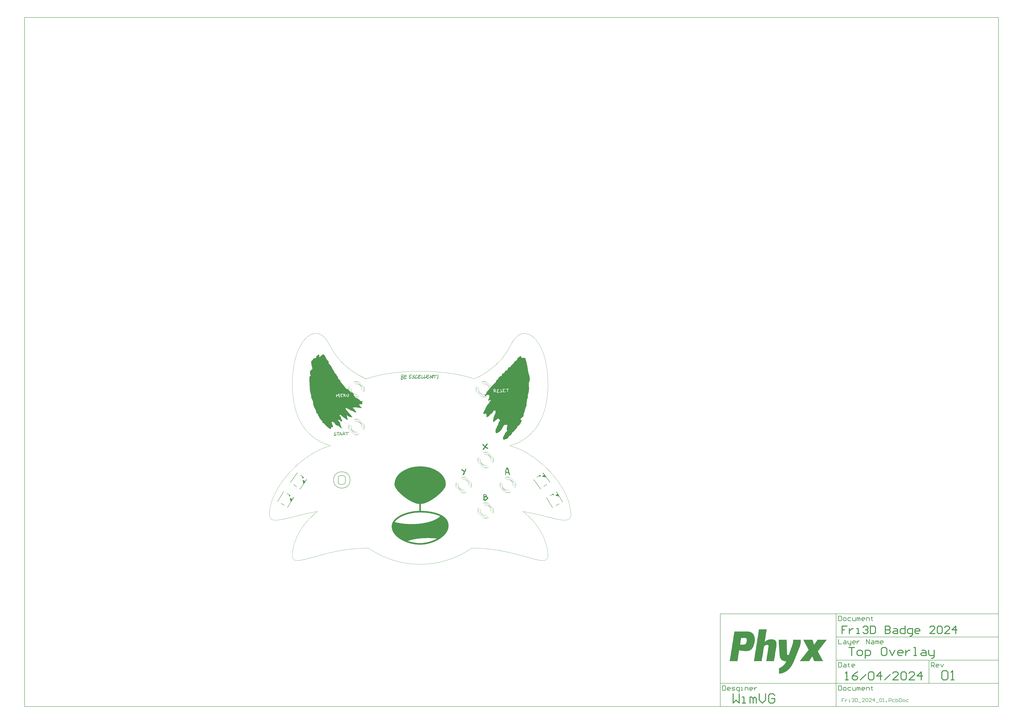
<source format=gto>
G04*
G04 #@! TF.GenerationSoftware,Altium Limited,Altium Designer,24.4.1 (13)*
G04*
G04 Layer_Color=65535*
%FSLAX25Y25*%
%MOIN*%
G70*
G04*
G04 #@! TF.SameCoordinates,26F0EDD7-2FD7-4C20-BC01-A1B826D05D5E*
G04*
G04*
G04 #@! TF.FilePolarity,Positive*
G04*
G01*
G75*
%ADD10C,0.00394*%
%ADD11C,0.00591*%
%ADD12C,0.02756*%
%ADD13C,0.00787*%
%ADD14C,0.01575*%
%ADD15C,0.00984*%
G36*
X-164253Y356234D02*
X-163975D01*
Y356095D01*
X-163836D01*
Y355956D01*
X-163558D01*
Y355678D01*
X-163280D01*
Y355539D01*
X-163142D01*
Y355400D01*
X-163003D01*
Y355261D01*
X-162864D01*
Y355122D01*
X-162725D01*
Y354984D01*
X-162586D01*
Y354706D01*
X-162447D01*
Y354567D01*
X-162308D01*
Y354428D01*
X-162169D01*
Y354150D01*
X-162030D01*
Y354012D01*
X-161892D01*
Y353734D01*
X-161753D01*
Y353595D01*
X-161614D01*
Y353317D01*
X-161475D01*
Y353039D01*
X-161336D01*
Y352900D01*
X-161197D01*
Y352623D01*
X-161058D01*
Y352345D01*
X-160919D01*
Y352067D01*
X-160781D01*
Y351789D01*
X-160642D01*
Y351651D01*
X-160503D01*
Y351234D01*
X-160364D01*
Y351095D01*
X-160225D01*
Y350678D01*
X-160086D01*
Y350400D01*
X-159947D01*
Y350123D01*
X-159808D01*
Y349845D01*
X-159669D01*
Y349706D01*
X-159531D01*
Y349289D01*
X-159392D01*
Y349151D01*
X-159253D01*
Y348734D01*
X-159114D01*
Y348595D01*
X-158975D01*
Y348317D01*
X-158836D01*
Y348040D01*
X-158697D01*
Y347901D01*
X-158558D01*
Y347623D01*
X-158420D01*
Y347484D01*
X-158281D01*
Y347206D01*
X-158142D01*
Y347067D01*
X-158003D01*
Y346929D01*
X-157864D01*
Y346651D01*
X-157725D01*
Y346512D01*
X-157586D01*
Y346373D01*
X-157447D01*
Y346234D01*
X-157308D01*
Y346095D01*
X-157170D01*
Y345956D01*
X-157031D01*
Y345817D01*
X-156892D01*
Y345679D01*
X-156753D01*
Y345540D01*
X-156614D01*
Y345401D01*
X-156336D01*
Y345262D01*
X-156198D01*
Y345123D01*
X-156059D01*
Y344984D01*
X-155781D01*
Y344845D01*
X-155642D01*
Y344567D01*
X-155503D01*
Y341234D01*
X-155364D01*
Y341095D01*
X-155225D01*
Y340957D01*
X-155086D01*
Y340818D01*
X-154947D01*
Y340679D01*
X-154809D01*
Y340401D01*
X-154670D01*
Y340262D01*
X-154531D01*
Y340123D01*
X-154392D01*
Y339984D01*
X-154253D01*
Y339846D01*
X-154114D01*
Y339707D01*
X-153975D01*
Y339568D01*
X-153837D01*
Y339290D01*
X-153559D01*
Y339012D01*
X-153420D01*
Y338873D01*
X-153281D01*
Y338735D01*
X-153142D01*
Y338457D01*
X-153003D01*
Y338318D01*
X-152864D01*
Y338179D01*
X-152725D01*
Y338040D01*
X-152586D01*
Y337901D01*
X-152448D01*
Y337624D01*
X-152309D01*
Y337485D01*
X-152170D01*
Y337346D01*
X-152031D01*
Y337068D01*
X-151892D01*
Y336929D01*
X-151753D01*
Y336790D01*
X-151614D01*
Y336512D01*
X-151476D01*
Y336373D01*
X-151337D01*
Y336235D01*
X-151198D01*
Y335957D01*
X-151059D01*
Y335679D01*
X-150920D01*
Y335540D01*
X-150781D01*
Y335262D01*
X-150642D01*
Y335124D01*
X-150503D01*
Y334707D01*
X-150364D01*
Y334568D01*
X-150226D01*
Y334290D01*
X-150087D01*
Y334013D01*
X-149948D01*
Y333874D01*
X-149809D01*
Y333457D01*
X-149670D01*
Y333318D01*
X-149531D01*
Y332902D01*
X-149392D01*
Y332763D01*
X-149253D01*
Y332346D01*
X-149115D01*
Y332207D01*
X-148976D01*
Y331929D01*
X-148837D01*
Y331513D01*
X-148698D01*
Y331374D01*
X-148559D01*
Y330957D01*
X-148420D01*
Y330818D01*
X-148281D01*
Y330540D01*
X-148142D01*
Y330263D01*
X-148003D01*
Y330124D01*
X-147865D01*
Y329846D01*
X-147726D01*
Y329568D01*
X-147587D01*
Y329429D01*
X-147448D01*
Y329152D01*
X-147309D01*
Y329013D01*
X-147170D01*
Y328735D01*
X-147031D01*
Y328596D01*
X-146892D01*
Y328318D01*
X-146754D01*
Y328180D01*
X-146615D01*
Y327902D01*
X-146476D01*
Y327624D01*
X-146337D01*
Y327485D01*
X-146198D01*
Y327207D01*
X-146059D01*
Y327068D01*
X-145920D01*
Y326791D01*
X-145781D01*
Y326513D01*
X-145642D01*
Y326374D01*
X-145504D01*
Y325957D01*
X-145365D01*
Y325680D01*
X-145226D01*
Y325124D01*
X-145087D01*
Y324846D01*
X-144948D01*
Y324569D01*
X-144809D01*
Y324430D01*
X-144670D01*
Y324291D01*
X-144531D01*
Y324013D01*
X-144254D01*
Y323735D01*
X-144115D01*
Y323596D01*
X-143837D01*
Y323458D01*
X-143698D01*
Y323319D01*
X-143559D01*
Y323180D01*
X-143420D01*
Y323041D01*
X-143281D01*
Y322902D01*
X-143143D01*
Y322763D01*
X-143004D01*
Y322624D01*
X-142865D01*
Y322485D01*
X-142726D01*
Y322346D01*
X-142587D01*
Y322208D01*
X-142448D01*
Y322069D01*
X-142309D01*
Y321930D01*
X-142170D01*
Y321513D01*
X-142032D01*
Y321374D01*
X-141893D01*
Y320402D01*
X-141754D01*
Y320263D01*
X-141615D01*
Y320124D01*
X-141476D01*
Y319986D01*
X-141198D01*
Y319847D01*
X-141059D01*
Y319708D01*
X-140920D01*
Y319569D01*
X-140782D01*
Y319430D01*
X-140643D01*
Y319291D01*
X-140504D01*
Y319013D01*
X-140365D01*
Y318875D01*
X-140226D01*
Y318458D01*
X-140087D01*
Y318180D01*
X-139948D01*
Y317902D01*
X-139810D01*
Y317347D01*
X-139671D01*
Y316930D01*
X-139532D01*
Y316375D01*
X-139393D01*
Y315958D01*
X-139254D01*
Y315541D01*
X-139115D01*
Y315264D01*
X-138976D01*
Y314986D01*
X-138837D01*
Y314708D01*
X-138698D01*
Y314569D01*
X-138559D01*
Y314291D01*
X-138421D01*
Y314153D01*
X-138282D01*
Y314014D01*
X-138004D01*
Y313875D01*
X-137865D01*
Y313736D01*
X-137587D01*
Y313597D01*
X-137449D01*
Y313458D01*
X-137171D01*
Y313319D01*
X-136893D01*
Y313180D01*
X-136754D01*
Y313041D01*
X-136476D01*
Y312903D01*
X-136337D01*
Y312764D01*
X-136199D01*
Y312625D01*
X-135921D01*
Y312347D01*
X-135782D01*
Y312208D01*
X-135643D01*
Y312069D01*
X-135504D01*
Y311514D01*
X-135365D01*
Y310958D01*
X-135504D01*
Y310264D01*
X-135643D01*
Y309847D01*
X-135504D01*
Y309708D01*
X-135365D01*
Y309569D01*
X-135226D01*
Y309431D01*
X-135088D01*
Y309292D01*
X-134949D01*
Y309153D01*
X-134810D01*
Y309014D01*
X-134671D01*
Y308875D01*
X-134532D01*
Y308736D01*
X-134393D01*
Y308597D01*
X-134254D01*
Y308458D01*
X-134115D01*
Y308319D01*
X-133976D01*
Y308181D01*
X-133838D01*
Y308042D01*
X-133699D01*
Y307903D01*
X-133560D01*
Y307625D01*
X-133421D01*
Y307486D01*
X-133282D01*
Y307347D01*
X-133143D01*
Y307208D01*
X-133004D01*
Y307070D01*
X-132865D01*
Y306931D01*
X-132727D01*
Y306792D01*
X-132588D01*
Y306514D01*
X-132449D01*
Y306375D01*
X-132310D01*
Y306236D01*
X-132171D01*
Y306097D01*
X-132032D01*
Y305959D01*
X-131893D01*
Y305681D01*
X-131754D01*
Y305542D01*
X-131615D01*
Y305403D01*
X-131477D01*
Y305264D01*
X-131338D01*
Y305125D01*
X-131199D01*
Y304848D01*
X-131060D01*
Y304709D01*
X-130921D01*
Y304570D01*
X-130782D01*
Y304431D01*
X-130643D01*
Y304292D01*
X-130504D01*
Y304014D01*
X-130227D01*
Y303736D01*
X-130088D01*
Y303597D01*
X-129949D01*
Y303459D01*
X-129810D01*
Y303181D01*
X-129671D01*
Y303042D01*
X-129532D01*
Y302903D01*
X-129393D01*
Y302764D01*
X-129254D01*
Y302486D01*
X-129116D01*
Y302348D01*
X-128977D01*
Y302209D01*
X-128838D01*
Y302070D01*
X-128699D01*
Y301931D01*
X-128560D01*
Y301653D01*
X-128421D01*
Y301514D01*
X-128282D01*
Y301375D01*
X-128143D01*
Y301098D01*
X-128005D01*
Y300959D01*
X-127866D01*
Y300820D01*
X-127727D01*
Y300681D01*
X-127588D01*
Y300403D01*
X-127449D01*
Y300264D01*
X-127310D01*
Y300126D01*
X-127171D01*
Y299987D01*
X-127032D01*
Y299709D01*
X-126893D01*
Y299570D01*
X-126755D01*
Y299431D01*
X-126616D01*
Y299292D01*
X-126477D01*
Y299014D01*
X-126338D01*
Y298876D01*
X-126199D01*
Y298737D01*
X-126060D01*
Y298598D01*
X-125921D01*
Y298459D01*
X-125782D01*
Y298181D01*
X-125644D01*
Y298042D01*
X-125505D01*
Y297903D01*
X-125366D01*
Y297764D01*
X-123560D01*
Y297626D01*
X-123283D01*
Y297487D01*
X-123144D01*
Y297348D01*
X-123005D01*
Y297209D01*
X-122866D01*
Y297070D01*
X-122727D01*
Y296931D01*
X-122588D01*
Y296792D01*
X-122449D01*
Y296654D01*
X-122310D01*
Y296515D01*
X-122171D01*
Y296376D01*
X-122033D01*
Y296237D01*
X-121894D01*
Y296098D01*
X-121755D01*
Y295959D01*
X-121616D01*
Y295820D01*
X-121477D01*
Y295681D01*
X-121338D01*
Y295542D01*
X-121199D01*
Y295404D01*
X-121061D01*
Y295265D01*
X-120922D01*
Y295126D01*
X-120783D01*
Y294987D01*
X-120644D01*
Y294848D01*
X-120505D01*
Y294709D01*
X-120366D01*
Y294570D01*
X-120227D01*
Y294431D01*
X-120088D01*
Y294292D01*
X-119949D01*
Y294154D01*
X-119810D01*
Y294015D01*
X-119672D01*
Y293876D01*
X-119533D01*
Y293737D01*
X-119394D01*
Y293598D01*
X-119255D01*
Y293459D01*
X-119116D01*
Y293320D01*
X-118977D01*
Y293181D01*
X-118838D01*
Y293042D01*
X-118700D01*
Y292904D01*
X-118561D01*
Y292765D01*
X-118422D01*
Y292626D01*
X-118283D01*
Y292487D01*
X-118144D01*
Y292348D01*
X-118005D01*
Y292209D01*
X-117866D01*
Y292070D01*
X-117727D01*
Y291932D01*
X-117588D01*
Y291793D01*
X-117450D01*
Y291654D01*
X-117311D01*
Y291515D01*
X-117172D01*
Y291376D01*
X-116755D01*
Y291515D01*
X-115783D01*
Y291376D01*
X-114950D01*
Y291237D01*
X-114811D01*
Y291098D01*
X-114533D01*
Y290959D01*
X-114255D01*
Y290682D01*
X-113978D01*
Y290404D01*
X-113839D01*
Y289987D01*
X-113700D01*
Y289709D01*
X-113561D01*
Y288598D01*
X-113422D01*
Y288182D01*
X-113283D01*
Y287904D01*
X-113144D01*
Y287487D01*
X-113005D01*
Y287348D01*
X-112866D01*
Y287071D01*
X-112728D01*
Y286932D01*
X-112589D01*
Y286654D01*
X-112450D01*
Y286515D01*
X-112311D01*
Y286376D01*
X-112172D01*
Y286099D01*
X-112033D01*
Y285960D01*
X-111894D01*
Y285821D01*
X-111755D01*
Y285682D01*
X-111617D01*
Y285404D01*
X-111478D01*
Y285265D01*
X-111339D01*
Y285126D01*
X-111200D01*
Y284848D01*
X-111061D01*
Y284710D01*
X-110922D01*
Y284432D01*
X-110783D01*
Y284154D01*
X-110644D01*
Y284015D01*
X-110505D01*
Y283599D01*
X-110367D01*
Y283460D01*
X-110228D01*
Y283182D01*
X-110089D01*
Y283043D01*
X-109950D01*
Y282904D01*
X-109811D01*
Y282765D01*
X-109672D01*
Y282626D01*
X-109533D01*
Y282488D01*
X-109256D01*
Y282349D01*
X-108978D01*
Y282210D01*
X-108700D01*
Y282071D01*
X-108144D01*
Y281932D01*
X-107172D01*
Y281793D01*
X-106617D01*
Y281654D01*
X-106200D01*
Y281515D01*
X-106061D01*
Y281377D01*
X-105922D01*
Y281238D01*
X-105783D01*
Y281099D01*
X-105506D01*
Y280960D01*
X-105367D01*
Y280821D01*
X-105228D01*
Y280682D01*
X-105089D01*
Y280543D01*
X-104950D01*
Y280404D01*
X-104811D01*
Y280265D01*
X-104673D01*
Y280127D01*
X-104534D01*
Y279988D01*
X-104256D01*
Y279849D01*
X-104117D01*
Y279710D01*
X-103839D01*
Y279571D01*
X-103561D01*
Y279432D01*
X-103145D01*
Y279293D01*
X-103006D01*
Y279154D01*
X-102867D01*
Y278599D01*
X-102728D01*
Y278460D01*
X-102589D01*
Y278182D01*
X-102450D01*
Y278043D01*
X-102312D01*
Y277905D01*
X-102173D01*
Y277766D01*
X-102034D01*
Y277627D01*
X-101895D01*
Y277488D01*
X-101756D01*
Y277349D01*
X-101339D01*
Y277210D01*
X-101062D01*
Y277071D01*
X-100367D01*
Y276932D01*
X-99812D01*
Y276793D01*
X-99117D01*
Y276655D01*
X-98423D01*
Y276516D01*
X-98145D01*
Y276377D01*
X-97867D01*
Y276099D01*
X-97728D01*
Y275821D01*
Y275682D01*
Y275266D01*
X-97867D01*
Y274988D01*
X-98006D01*
Y274849D01*
X-98145D01*
Y274710D01*
X-98284D01*
Y274571D01*
X-98423D01*
Y274432D01*
X-98562D01*
Y274155D01*
X-98701D01*
Y273877D01*
X-98839D01*
Y273044D01*
X-98701D01*
Y272905D01*
X-98562D01*
Y272766D01*
X-98423D01*
Y272627D01*
X-98284D01*
Y272349D01*
X-98145D01*
Y272072D01*
X-98006D01*
Y271655D01*
X-103423D01*
Y271516D01*
X-103561D01*
Y271099D01*
X-103423D01*
Y270821D01*
X-103284D01*
Y270544D01*
X-103145D01*
Y270127D01*
X-103006D01*
Y269849D01*
X-102867D01*
Y269572D01*
X-102728D01*
Y269433D01*
X-102589D01*
Y269155D01*
X-102450D01*
Y269016D01*
X-102312D01*
Y268738D01*
X-102173D01*
Y268599D01*
X-102034D01*
Y268461D01*
X-101895D01*
Y268322D01*
X-101756D01*
Y268044D01*
X-101478D01*
Y267766D01*
X-101339D01*
Y267627D01*
X-101200D01*
Y267488D01*
X-101062D01*
Y267350D01*
X-100784D01*
Y267072D01*
X-100506D01*
Y266933D01*
X-100367D01*
Y266794D01*
X-100228D01*
Y266655D01*
X-100089D01*
Y266516D01*
X-99950D01*
Y266377D01*
X-99812D01*
Y266238D01*
X-99673D01*
Y266100D01*
X-99534D01*
Y265961D01*
X-99395D01*
Y265822D01*
X-99256D01*
Y265683D01*
X-98978D01*
Y265405D01*
X-98839D01*
Y265266D01*
X-98978D01*
Y265127D01*
X-100089D01*
Y265266D01*
X-101617D01*
Y265405D01*
X-103145D01*
Y265544D01*
X-103700D01*
Y265683D01*
X-104950D01*
Y265822D01*
X-105645D01*
Y265961D01*
X-106617D01*
Y266100D01*
X-107867D01*
Y266238D01*
X-108700D01*
Y266377D01*
X-111894D01*
Y266238D01*
X-112728D01*
Y266100D01*
X-113422D01*
Y265961D01*
X-113978D01*
Y265822D01*
X-114394D01*
Y265683D01*
X-114533D01*
Y265544D01*
X-114394D01*
Y265405D01*
X-114255D01*
Y265266D01*
X-114116D01*
Y265127D01*
X-113839D01*
Y264988D01*
X-113700D01*
Y264850D01*
X-113561D01*
Y264711D01*
X-113422D01*
Y264572D01*
X-113283D01*
Y264433D01*
X-113144D01*
Y264294D01*
X-113005D01*
Y264155D01*
X-112866D01*
Y264016D01*
X-112728D01*
Y263878D01*
X-112589D01*
Y263739D01*
X-112450D01*
Y263600D01*
X-112311D01*
Y263461D01*
X-112172D01*
Y263183D01*
X-112033D01*
Y263044D01*
X-111894D01*
Y262905D01*
X-111755D01*
Y262766D01*
X-111617D01*
Y262489D01*
X-111478D01*
Y262350D01*
X-111339D01*
Y262211D01*
X-111200D01*
Y261933D01*
X-111061D01*
Y261794D01*
X-110922D01*
Y261516D01*
X-110783D01*
Y261378D01*
X-110644D01*
Y261239D01*
X-110505D01*
Y260961D01*
X-110367D01*
Y260822D01*
X-110228D01*
Y260544D01*
X-110089D01*
Y260405D01*
X-109950D01*
Y260267D01*
X-109811D01*
Y259989D01*
X-109672D01*
Y259850D01*
X-109533D01*
Y259711D01*
X-109395D01*
Y259572D01*
X-109256D01*
Y259294D01*
X-109117D01*
Y259156D01*
X-108978D01*
Y259017D01*
X-108839D01*
Y258739D01*
X-108700D01*
Y258600D01*
X-108561D01*
Y258045D01*
X-108978D01*
Y257906D01*
X-109256D01*
Y257767D01*
X-110228D01*
Y257906D01*
X-110644D01*
Y258045D01*
X-111061D01*
Y258183D01*
X-111339D01*
Y258322D01*
X-111755D01*
Y258461D01*
X-111894D01*
Y258600D01*
X-112172D01*
Y258739D01*
X-112450D01*
Y258878D01*
X-112589D01*
Y259017D01*
X-113005D01*
Y259156D01*
X-113144D01*
Y259294D01*
X-113422D01*
Y259433D01*
X-113700D01*
Y259572D01*
X-113839D01*
Y259711D01*
X-114116D01*
Y259850D01*
X-114255D01*
Y259989D01*
X-114672D01*
Y260128D01*
X-114811D01*
Y260267D01*
X-115089D01*
Y260405D01*
X-115505D01*
Y260544D01*
X-115783D01*
Y260683D01*
X-116339D01*
Y260822D01*
X-116755D01*
Y260961D01*
X-118144D01*
Y261100D01*
X-118422D01*
Y261239D01*
X-118561D01*
Y261516D01*
X-118700D01*
Y261655D01*
X-118977D01*
Y261794D01*
X-119116D01*
Y261933D01*
X-119255D01*
Y262072D01*
X-119394D01*
Y262211D01*
X-119533D01*
Y262350D01*
X-119810D01*
Y262489D01*
X-119949D01*
Y262628D01*
X-120227D01*
Y262766D01*
X-120505D01*
Y262905D01*
X-120783D01*
Y263044D01*
X-121061D01*
Y263183D01*
X-121338D01*
Y263322D01*
X-121616D01*
Y263461D01*
X-121894D01*
Y263600D01*
X-122171D01*
Y263739D01*
X-122588D01*
Y263878D01*
X-122727D01*
Y264016D01*
X-123005D01*
Y264155D01*
X-123283D01*
Y264294D01*
X-123560D01*
Y264433D01*
X-123699D01*
Y264572D01*
X-123838D01*
Y264711D01*
X-124255D01*
Y264850D01*
X-124394D01*
Y264988D01*
X-124949D01*
Y265127D01*
X-126338D01*
Y264988D01*
X-126893D01*
Y264294D01*
X-126755D01*
Y264155D01*
X-126616D01*
Y263878D01*
X-126477D01*
Y263600D01*
X-126338D01*
Y263461D01*
X-126199D01*
Y263183D01*
X-126060D01*
Y263044D01*
X-125921D01*
Y262766D01*
X-125782D01*
Y262628D01*
X-125644D01*
Y262350D01*
X-125505D01*
Y262072D01*
X-125366D01*
Y261933D01*
X-125227D01*
Y261794D01*
X-125088D01*
Y261655D01*
X-124949D01*
Y261378D01*
X-124810D01*
Y261239D01*
X-124671D01*
Y261100D01*
X-124532D01*
Y260822D01*
X-124394D01*
Y260683D01*
X-124255D01*
Y260544D01*
X-124116D01*
Y260405D01*
X-123977D01*
Y260267D01*
X-123838D01*
Y259989D01*
X-123699D01*
Y259850D01*
X-123560D01*
Y259711D01*
X-123422D01*
Y259572D01*
X-123283D01*
Y259294D01*
X-123144D01*
Y259156D01*
X-123005D01*
Y259017D01*
X-122866D01*
Y258878D01*
X-122727D01*
Y258739D01*
X-122588D01*
Y258461D01*
X-122449D01*
Y258322D01*
X-122310D01*
Y258183D01*
X-122171D01*
Y258045D01*
X-122033D01*
Y257906D01*
X-121894D01*
Y257767D01*
X-121755D01*
Y257628D01*
X-121616D01*
Y257489D01*
X-121477D01*
Y257350D01*
X-121338D01*
Y257211D01*
X-121199D01*
Y256933D01*
X-121061D01*
Y256795D01*
X-120922D01*
Y256656D01*
X-120783D01*
Y256517D01*
X-120644D01*
Y256378D01*
X-120505D01*
Y256239D01*
X-120366D01*
Y256100D01*
X-120227D01*
Y255961D01*
X-120088D01*
Y255822D01*
X-119949D01*
Y255683D01*
X-119810D01*
Y255406D01*
X-119672D01*
Y255267D01*
X-119533D01*
Y255128D01*
X-119394D01*
Y254989D01*
X-119255D01*
Y254850D01*
X-119116D01*
Y254711D01*
X-118977D01*
Y254572D01*
X-118838D01*
Y254433D01*
X-118700D01*
Y254295D01*
X-118561D01*
Y254017D01*
X-118422D01*
Y253878D01*
X-118283D01*
Y253739D01*
X-118144D01*
Y253600D01*
X-118005D01*
Y253461D01*
X-117866D01*
Y253184D01*
X-117727D01*
Y253045D01*
X-117588D01*
Y252906D01*
X-117450D01*
Y252767D01*
X-117311D01*
Y252628D01*
X-117172D01*
Y252350D01*
X-117033D01*
Y252211D01*
X-116894D01*
Y252073D01*
X-116755D01*
Y251934D01*
X-116616D01*
Y251795D01*
X-116477D01*
Y251517D01*
X-116339D01*
Y251378D01*
X-116200D01*
Y251100D01*
X-116061D01*
Y250961D01*
X-115922D01*
Y250823D01*
X-115783D01*
Y250684D01*
X-115644D01*
Y250406D01*
X-115505D01*
Y250128D01*
X-115227D01*
Y249712D01*
X-115089D01*
Y249434D01*
X-115366D01*
Y249573D01*
X-115922D01*
Y249712D01*
X-117172D01*
Y249851D01*
X-117727D01*
Y249989D01*
X-118422D01*
Y250128D01*
X-118977D01*
Y250267D01*
X-119394D01*
Y250406D01*
X-119949D01*
Y250545D01*
X-120227D01*
Y250684D01*
X-120783D01*
Y250823D01*
X-121061D01*
Y250961D01*
X-121477D01*
Y251100D01*
X-121755D01*
Y251239D01*
X-121894D01*
Y251378D01*
X-122310D01*
Y251517D01*
X-122449D01*
Y251656D01*
X-122727D01*
Y251795D01*
X-123005D01*
Y251934D01*
X-123144D01*
Y252073D01*
X-123422D01*
Y252211D01*
X-123560D01*
Y252350D01*
X-123838D01*
Y252489D01*
X-123977D01*
Y252628D01*
X-124116D01*
Y252767D01*
X-124255D01*
Y252906D01*
X-124394D01*
Y253045D01*
X-124810D01*
Y252628D01*
X-124671D01*
Y252211D01*
X-124532D01*
Y251656D01*
X-124394D01*
Y251378D01*
X-124255D01*
Y250823D01*
X-124116D01*
Y250406D01*
X-123977D01*
Y249989D01*
X-123838D01*
Y249434D01*
X-123977D01*
Y249017D01*
X-124116D01*
Y248184D01*
X-123977D01*
Y247906D01*
X-123838D01*
Y247628D01*
X-123699D01*
Y247490D01*
X-123560D01*
Y247351D01*
X-123422D01*
Y247212D01*
X-123283D01*
Y246934D01*
X-123144D01*
Y246795D01*
X-123005D01*
Y246517D01*
X-122866D01*
Y245823D01*
X-123005D01*
Y245684D01*
X-123144D01*
Y245545D01*
X-123283D01*
Y245406D01*
X-123422D01*
Y245267D01*
X-123699D01*
Y245128D01*
X-124394D01*
Y245267D01*
X-124532D01*
Y245406D01*
X-124810D01*
Y245545D01*
X-124949D01*
Y245684D01*
X-125088D01*
Y245823D01*
X-125227D01*
Y245962D01*
X-125505D01*
Y246101D01*
X-125644D01*
Y246239D01*
X-125782D01*
Y246378D01*
X-125921D01*
Y246517D01*
X-126199D01*
Y246656D01*
X-126338D01*
Y246795D01*
X-126477D01*
Y246934D01*
X-126616D01*
Y247073D01*
X-126893D01*
Y247212D01*
X-127032D01*
Y247351D01*
X-127310D01*
Y247490D01*
X-127449D01*
Y247628D01*
X-127588D01*
Y247767D01*
X-127866D01*
Y247906D01*
X-128005D01*
Y248045D01*
X-128282D01*
Y248184D01*
X-128421D01*
Y248323D01*
X-128699D01*
Y248462D01*
X-128838D01*
Y248601D01*
X-128977D01*
Y248739D01*
X-129254D01*
Y248878D01*
X-129393D01*
Y249017D01*
X-129671D01*
Y249156D01*
X-129810D01*
Y249295D01*
X-129949D01*
Y249434D01*
X-130227D01*
Y249573D01*
X-130366D01*
Y249712D01*
X-130643D01*
Y249851D01*
X-130782D01*
Y249989D01*
X-130921D01*
Y250128D01*
X-131199D01*
Y250267D01*
X-131338D01*
Y250406D01*
X-131477D01*
Y250545D01*
X-131615D01*
Y250684D01*
X-131893D01*
Y250823D01*
X-132032D01*
Y250961D01*
X-132310D01*
Y251100D01*
X-132449D01*
Y251239D01*
X-132588D01*
Y251378D01*
X-132727D01*
Y251517D01*
X-132865D01*
Y251656D01*
X-133143D01*
Y251795D01*
X-133282D01*
Y251934D01*
X-133421D01*
Y252073D01*
X-133560D01*
Y252211D01*
X-133699D01*
Y252350D01*
X-133838D01*
Y252489D01*
X-133976D01*
Y252628D01*
X-134115D01*
Y252767D01*
X-134254D01*
Y252906D01*
X-134393D01*
Y253045D01*
X-134532D01*
Y253184D01*
X-134671D01*
Y253323D01*
X-134949D01*
Y253461D01*
X-135088D01*
Y253600D01*
X-136199D01*
Y253323D01*
X-136337D01*
Y253184D01*
X-136476D01*
Y252906D01*
X-136615D01*
Y252073D01*
X-136476D01*
Y251795D01*
X-136337D01*
Y251656D01*
X-136199D01*
Y251378D01*
X-136060D01*
Y251239D01*
X-135921D01*
Y251100D01*
X-135782D01*
Y250961D01*
X-135504D01*
Y250823D01*
X-135365D01*
Y250684D01*
X-135226D01*
Y250545D01*
X-135088D01*
Y250406D01*
X-134949D01*
Y250267D01*
X-134810D01*
Y249989D01*
X-134671D01*
Y249851D01*
X-134532D01*
Y248045D01*
X-134393D01*
Y247767D01*
X-134254D01*
Y247351D01*
X-134115D01*
Y247073D01*
X-133976D01*
Y246795D01*
X-133838D01*
Y246517D01*
X-133699D01*
Y246378D01*
X-133560D01*
Y246101D01*
X-133421D01*
Y245962D01*
X-133282D01*
Y245684D01*
X-133143D01*
Y245545D01*
X-133004D01*
Y245406D01*
X-132865D01*
Y244990D01*
X-132727D01*
Y244851D01*
X-132588D01*
Y244434D01*
X-132449D01*
Y243740D01*
X-132588D01*
Y243462D01*
X-132727D01*
Y243323D01*
X-132865D01*
Y243045D01*
X-133004D01*
Y242906D01*
X-133143D01*
Y242768D01*
X-133282D01*
Y242629D01*
X-133421D01*
Y242490D01*
X-133560D01*
Y242351D01*
X-133838D01*
Y242073D01*
X-133976D01*
Y241934D01*
X-134393D01*
Y242073D01*
X-134532D01*
Y242212D01*
X-134671D01*
Y242351D01*
X-134810D01*
Y242629D01*
X-134949D01*
Y242768D01*
X-135088D01*
Y242906D01*
X-135226D01*
Y243184D01*
X-135365D01*
Y243323D01*
X-135504D01*
Y243462D01*
X-135643D01*
Y243601D01*
X-135782D01*
Y243879D01*
X-135921D01*
Y244017D01*
X-136060D01*
Y244156D01*
X-136199D01*
Y244434D01*
X-136337D01*
Y244573D01*
X-136476D01*
Y244712D01*
X-136615D01*
Y244990D01*
X-136893D01*
Y245128D01*
X-139254D01*
Y244990D01*
X-139532D01*
Y244851D01*
X-139671D01*
Y244573D01*
X-139532D01*
Y244295D01*
X-139393D01*
Y244156D01*
X-139254D01*
Y244017D01*
X-138976D01*
Y243879D01*
X-138837D01*
Y243740D01*
X-138698D01*
Y243601D01*
X-138559D01*
Y243323D01*
X-138282D01*
Y243045D01*
X-138143D01*
Y242906D01*
X-138004D01*
Y242768D01*
X-137865D01*
Y242629D01*
X-137726D01*
Y242490D01*
X-137587D01*
Y242351D01*
X-137449D01*
Y242073D01*
X-137310D01*
Y241934D01*
X-137171D01*
Y241795D01*
X-137032D01*
Y241656D01*
X-136893D01*
Y241379D01*
X-136754D01*
Y241101D01*
X-136615D01*
Y240962D01*
X-136476D01*
Y240545D01*
X-136337D01*
Y240406D01*
X-136199D01*
Y239990D01*
X-136060D01*
Y239712D01*
X-135921D01*
Y239296D01*
X-135782D01*
Y238740D01*
X-135643D01*
Y238184D01*
X-135504D01*
Y236379D01*
X-135365D01*
Y236101D01*
X-135226D01*
Y235546D01*
X-135088D01*
Y235407D01*
X-134949D01*
Y235129D01*
X-134810D01*
Y234851D01*
X-134671D01*
Y234712D01*
X-134532D01*
Y234435D01*
X-134393D01*
Y234157D01*
X-134254D01*
Y233879D01*
X-134115D01*
Y233740D01*
X-133976D01*
Y233462D01*
X-133838D01*
Y233046D01*
X-133699D01*
Y232768D01*
X-133560D01*
Y232074D01*
X-133421D01*
Y231796D01*
X-133282D01*
Y231657D01*
X-133143D01*
Y231518D01*
X-133004D01*
Y231379D01*
X-132865D01*
Y231101D01*
X-132727D01*
Y230963D01*
X-132588D01*
Y229574D01*
X-133004D01*
Y229713D01*
X-133143D01*
Y229852D01*
X-133282D01*
Y230129D01*
X-133421D01*
Y230685D01*
X-133560D01*
Y230824D01*
X-133421D01*
Y231240D01*
X-133560D01*
Y231518D01*
X-134949D01*
Y231657D01*
X-135226D01*
Y231796D01*
X-135365D01*
Y231935D01*
X-135504D01*
Y232074D01*
X-135643D01*
Y232212D01*
X-135782D01*
Y232351D01*
X-135921D01*
Y232490D01*
X-136060D01*
Y232629D01*
X-136199D01*
Y232768D01*
X-136337D01*
Y232907D01*
X-136476D01*
Y233046D01*
X-136615D01*
Y233185D01*
X-136754D01*
Y233324D01*
X-136893D01*
Y233462D01*
X-137032D01*
Y233601D01*
X-137171D01*
Y233740D01*
X-137310D01*
Y233879D01*
X-137449D01*
Y234018D01*
X-137587D01*
Y234157D01*
X-137865D01*
Y234296D01*
X-138004D01*
Y234435D01*
X-138143D01*
Y234574D01*
X-138421D01*
Y234712D01*
X-138698D01*
Y234851D01*
X-138976D01*
Y234990D01*
X-139393D01*
Y235129D01*
X-139671D01*
Y235268D01*
X-140087D01*
Y235407D01*
X-140643D01*
Y235546D01*
X-140920D01*
Y235684D01*
X-141615D01*
Y235823D01*
X-141893D01*
Y235962D01*
X-142309D01*
Y236101D01*
X-142587D01*
Y236240D01*
X-142865D01*
Y236379D01*
X-143143D01*
Y236518D01*
X-143281D01*
Y236657D01*
X-143420D01*
Y236796D01*
X-143559D01*
Y236934D01*
X-143698D01*
Y237073D01*
X-143837D01*
Y237212D01*
X-143976D01*
Y237351D01*
X-144115D01*
Y237490D01*
X-144254D01*
Y237768D01*
X-144393D01*
Y238046D01*
X-144531D01*
Y238323D01*
X-144670D01*
Y238601D01*
X-144809D01*
Y238879D01*
X-144948D01*
Y239157D01*
X-145087D01*
Y239296D01*
X-145226D01*
Y239573D01*
X-145365D01*
Y239712D01*
X-145504D01*
Y239990D01*
X-145642D01*
Y240129D01*
X-145781D01*
Y240268D01*
X-145920D01*
Y240406D01*
X-146198D01*
Y240545D01*
X-146337D01*
Y240684D01*
X-146615D01*
Y240823D01*
X-146754D01*
Y240962D01*
X-147031D01*
Y241101D01*
X-147309D01*
Y241240D01*
X-147587D01*
Y241379D01*
X-147865D01*
Y241518D01*
X-148003D01*
Y241656D01*
X-148281D01*
Y241795D01*
X-148559D01*
Y241934D01*
X-148698D01*
Y242073D01*
X-149115D01*
Y242212D01*
X-149531D01*
Y242073D01*
X-149670D01*
Y241934D01*
X-149809D01*
Y241656D01*
X-149948D01*
Y241518D01*
X-150087D01*
Y241240D01*
X-150226D01*
Y239712D01*
X-150087D01*
Y239296D01*
X-149948D01*
Y238879D01*
X-149809D01*
Y238462D01*
X-149670D01*
Y238184D01*
X-149531D01*
Y237768D01*
X-149392D01*
Y237490D01*
X-149253D01*
Y237212D01*
X-149115D01*
Y236934D01*
X-148976D01*
Y236657D01*
X-148837D01*
Y236240D01*
X-148698D01*
Y235962D01*
X-148559D01*
Y235546D01*
X-148420D01*
Y235129D01*
X-148281D01*
Y234574D01*
X-148142D01*
Y233185D01*
X-148281D01*
Y233046D01*
X-148420D01*
Y232907D01*
X-148559D01*
Y232768D01*
X-148837D01*
Y232629D01*
X-150781D01*
Y232490D01*
X-150920D01*
Y232351D01*
X-151198D01*
Y231935D01*
X-151337D01*
Y230129D01*
X-151476D01*
Y229852D01*
X-151614D01*
Y229713D01*
X-151753D01*
Y229574D01*
X-152031D01*
Y229435D01*
X-152586D01*
Y229574D01*
X-152725D01*
Y229713D01*
X-153142D01*
Y229852D01*
X-153281D01*
Y229990D01*
X-153559D01*
Y230129D01*
X-153837D01*
Y230268D01*
X-153975D01*
Y230407D01*
X-154253D01*
Y230546D01*
X-154392D01*
Y230685D01*
X-154670D01*
Y230824D01*
X-154809D01*
Y230963D01*
X-154947D01*
Y231101D01*
X-155225D01*
Y231240D01*
X-155364D01*
Y231379D01*
X-155503D01*
Y231518D01*
X-155781D01*
Y231657D01*
X-155920D01*
Y231796D01*
X-156059D01*
Y231935D01*
X-156198D01*
Y232074D01*
X-156475D01*
Y232212D01*
X-156614D01*
Y232351D01*
X-156753D01*
Y232490D01*
X-156892D01*
Y232629D01*
X-157170D01*
Y232768D01*
X-157308D01*
Y232907D01*
X-157447D01*
Y233046D01*
X-157586D01*
Y233185D01*
X-157725D01*
Y233324D01*
X-157864D01*
Y233462D01*
X-158003D01*
Y233601D01*
X-158142D01*
Y233740D01*
X-158420D01*
Y233879D01*
X-158558D01*
Y234018D01*
X-158697D01*
Y234157D01*
X-158836D01*
Y234296D01*
X-158975D01*
Y234435D01*
X-159114D01*
Y234574D01*
X-159253D01*
Y234712D01*
X-159392D01*
Y234851D01*
X-159531D01*
Y234990D01*
X-159669D01*
Y235129D01*
X-159808D01*
Y235268D01*
X-159947D01*
Y235407D01*
X-160086D01*
Y235546D01*
X-160225D01*
Y235684D01*
X-160364D01*
Y235823D01*
X-160503D01*
Y235962D01*
X-160642D01*
Y236101D01*
X-160781D01*
Y236240D01*
X-160919D01*
Y236379D01*
X-161058D01*
Y236518D01*
X-161197D01*
Y236657D01*
X-161336D01*
Y236796D01*
X-161475D01*
Y237073D01*
X-161614D01*
Y237212D01*
X-161753D01*
Y237351D01*
X-161892D01*
Y237490D01*
X-162030D01*
Y237629D01*
X-162169D01*
Y237768D01*
X-162308D01*
Y238046D01*
X-162447D01*
Y238184D01*
X-162586D01*
Y238323D01*
X-162725D01*
Y238462D01*
X-162864D01*
Y238601D01*
X-163003D01*
Y238740D01*
X-163142D01*
Y238879D01*
X-163280D01*
Y239018D01*
X-163558D01*
Y239157D01*
X-163697D01*
Y239296D01*
X-163836D01*
Y239434D01*
X-164114D01*
Y239573D01*
X-164253D01*
Y239712D01*
X-164530D01*
Y239851D01*
X-164808D01*
Y239990D01*
X-165225D01*
Y240129D01*
X-165641D01*
Y240268D01*
X-165780D01*
Y240406D01*
X-165919D01*
Y240823D01*
X-166058D01*
Y242351D01*
X-166197D01*
Y242906D01*
X-166336D01*
Y243045D01*
X-166475D01*
Y243184D01*
X-166614D01*
Y243323D01*
X-166891D01*
Y243462D01*
X-167030D01*
Y243601D01*
X-167169D01*
Y243740D01*
X-167447D01*
Y243879D01*
X-167586D01*
Y244017D01*
X-167725D01*
Y244156D01*
X-167864D01*
Y244295D01*
X-168002D01*
Y244434D01*
X-168141D01*
Y244712D01*
X-168280D01*
Y244851D01*
X-168419D01*
Y244990D01*
X-168558D01*
Y245267D01*
X-168697D01*
Y245406D01*
X-168836D01*
Y245684D01*
X-168974D01*
Y245962D01*
X-169113D01*
Y246101D01*
X-169252D01*
Y246378D01*
X-169391D01*
Y246517D01*
X-169530D01*
Y246656D01*
X-169669D01*
Y246795D01*
X-169808D01*
Y246934D01*
X-169947D01*
Y247073D01*
X-170086D01*
Y247212D01*
X-170224D01*
Y247351D01*
X-170502D01*
Y247490D01*
X-170641D01*
Y247628D01*
X-170919D01*
Y247767D01*
X-171197D01*
Y249573D01*
X-171335D01*
Y249712D01*
X-171474D01*
Y250128D01*
X-171613D01*
Y250267D01*
X-171752D01*
Y250406D01*
X-171891D01*
Y250684D01*
X-172030D01*
Y250823D01*
X-172169D01*
Y250961D01*
X-172308D01*
Y251100D01*
X-172447D01*
Y251239D01*
X-172585D01*
Y251517D01*
X-172724D01*
Y251656D01*
X-172863D01*
Y251934D01*
X-173002D01*
Y252073D01*
X-173141D01*
Y252350D01*
X-173280D01*
Y252628D01*
X-173419D01*
Y252906D01*
X-173558D01*
Y254156D01*
X-173696D01*
Y254433D01*
X-173835D01*
Y254711D01*
X-173974D01*
Y254850D01*
X-174113D01*
Y255128D01*
X-174252D01*
Y255267D01*
X-174391D01*
Y255406D01*
X-174530D01*
Y255545D01*
X-174669D01*
Y255683D01*
X-174808D01*
Y255822D01*
X-174946D01*
Y255961D01*
X-175085D01*
Y256100D01*
X-175224D01*
Y256239D01*
X-175363D01*
Y256378D01*
X-175502D01*
Y256517D01*
X-175641D01*
Y256656D01*
X-175780D01*
Y256795D01*
X-175919D01*
Y256933D01*
X-176058D01*
Y257072D01*
X-176196D01*
Y257211D01*
X-176335D01*
Y257350D01*
X-176474D01*
Y257489D01*
X-176613D01*
Y257906D01*
X-176474D01*
Y258045D01*
X-176613D01*
Y258322D01*
X-176474D01*
Y258461D01*
X-176613D01*
Y259572D01*
X-176752D01*
Y260128D01*
X-176891D01*
Y260683D01*
X-177030D01*
Y260961D01*
X-177169D01*
Y261516D01*
X-177307D01*
Y261655D01*
X-177446D01*
Y261933D01*
X-177585D01*
Y262211D01*
X-177724D01*
Y262489D01*
X-177863D01*
Y262766D01*
X-178002D01*
Y263044D01*
X-178141D01*
Y263322D01*
X-178280D01*
Y263600D01*
X-178419D01*
Y263739D01*
X-178557D01*
Y264155D01*
X-178696D01*
Y264294D01*
X-178835D01*
Y264711D01*
X-178974D01*
Y264850D01*
X-179113D01*
Y265127D01*
X-179252D01*
Y265405D01*
X-179391D01*
Y265683D01*
X-179530D01*
Y266100D01*
X-179668D01*
Y266238D01*
X-179807D01*
Y266655D01*
X-179946D01*
Y266933D01*
X-180085D01*
Y267211D01*
X-180224D01*
Y267627D01*
X-180363D01*
Y267905D01*
X-180502D01*
Y268322D01*
X-180641D01*
Y268599D01*
X-180779D01*
Y269016D01*
X-180918D01*
Y269572D01*
X-181057D01*
Y269849D01*
X-181196D01*
Y270544D01*
X-181335D01*
Y270960D01*
X-181474D01*
Y271655D01*
X-181613D01*
Y272349D01*
X-181752D01*
Y273044D01*
X-181890D01*
Y275682D01*
X-182029D01*
Y276377D01*
X-182168D01*
Y277071D01*
X-182307D01*
Y277349D01*
X-182446D01*
Y277627D01*
X-182585D01*
Y278043D01*
X-182724D01*
Y278182D01*
X-182863D01*
Y278599D01*
X-183001D01*
Y278738D01*
X-183140D01*
Y279154D01*
X-183279D01*
Y279432D01*
X-183418D01*
Y279571D01*
X-183557D01*
Y279988D01*
X-183696D01*
Y280127D01*
X-183835D01*
Y280543D01*
X-183974D01*
Y280821D01*
X-184113D01*
Y281238D01*
X-184251D01*
Y281793D01*
X-184390D01*
Y282071D01*
X-184529D01*
Y282349D01*
X-184668D01*
Y282488D01*
X-184807D01*
Y282626D01*
X-184946D01*
Y285682D01*
X-185085D01*
Y286376D01*
X-185224D01*
Y287348D01*
X-185363D01*
Y287765D01*
X-185501D01*
Y288459D01*
X-185640D01*
Y288876D01*
X-185779D01*
Y289293D01*
X-185918D01*
Y289987D01*
X-186057D01*
Y290265D01*
X-186196D01*
Y290959D01*
X-186335D01*
Y291237D01*
X-186474D01*
Y291932D01*
X-186612D01*
Y292348D01*
X-186751D01*
Y292765D01*
X-186890D01*
Y293737D01*
X-187029D01*
Y294292D01*
X-187168D01*
Y296237D01*
X-187307D01*
Y299987D01*
X-187446D01*
Y302348D01*
X-187585D01*
Y304709D01*
X-187724D01*
Y306097D01*
X-187862D01*
Y309153D01*
X-188001D01*
Y311375D01*
X-188140D01*
Y316375D01*
X-188001D01*
Y318180D01*
X-187862D01*
Y318597D01*
X-187724D01*
Y318736D01*
X-187585D01*
Y318875D01*
X-187446D01*
Y319013D01*
X-187168D01*
Y319152D01*
X-187029D01*
Y319291D01*
X-186890D01*
Y319430D01*
X-186612D01*
Y319569D01*
X-186474D01*
Y319708D01*
X-186335D01*
Y319847D01*
X-186196D01*
Y319986D01*
X-185918D01*
Y320124D01*
X-185779D01*
Y320680D01*
X-185918D01*
Y320819D01*
X-186057D01*
Y320958D01*
X-186196D01*
Y321235D01*
X-186335D01*
Y321513D01*
X-186474D01*
Y321791D01*
X-186612D01*
Y322208D01*
X-186751D01*
Y322485D01*
X-186890D01*
Y323458D01*
X-187029D01*
Y327207D01*
X-187168D01*
Y327624D01*
X-187029D01*
Y327763D01*
X-186890D01*
Y327902D01*
X-186751D01*
Y328041D01*
X-186612D01*
Y328180D01*
X-186474D01*
Y328318D01*
X-186335D01*
Y328457D01*
X-186196D01*
Y328596D01*
X-186057D01*
Y328735D01*
X-185918D01*
Y328874D01*
X-185779D01*
Y329013D01*
X-185640D01*
Y329152D01*
X-185501D01*
Y329291D01*
X-185363D01*
Y329429D01*
X-185224D01*
Y329568D01*
X-185085D01*
Y329707D01*
X-184946D01*
Y329846D01*
X-184807D01*
Y329985D01*
X-184668D01*
Y330124D01*
X-184529D01*
Y330263D01*
X-184390D01*
Y330402D01*
X-184251D01*
Y330540D01*
X-184113D01*
Y330679D01*
X-183974D01*
Y330818D01*
X-183835D01*
Y330957D01*
X-183696D01*
Y331096D01*
X-183557D01*
Y331235D01*
X-183418D01*
Y331374D01*
X-183279D01*
Y331513D01*
X-183140D01*
Y331651D01*
X-183001D01*
Y331790D01*
X-182863D01*
Y332068D01*
X-183001D01*
Y332485D01*
X-183140D01*
Y333179D01*
X-183279D01*
Y333735D01*
X-183418D01*
Y334151D01*
X-183557D01*
Y334985D01*
X-183696D01*
Y335262D01*
X-183835D01*
Y336096D01*
X-183974D01*
Y336512D01*
X-184113D01*
Y337068D01*
X-184251D01*
Y337762D01*
X-184390D01*
Y338318D01*
X-184529D01*
Y339290D01*
X-184668D01*
Y339846D01*
X-184807D01*
Y341234D01*
X-184946D01*
Y344290D01*
X-184807D01*
Y344706D01*
X-184668D01*
Y344845D01*
X-184529D01*
Y345123D01*
X-184390D01*
Y345262D01*
X-184251D01*
Y345401D01*
X-184113D01*
Y345540D01*
X-183974D01*
Y345679D01*
X-183696D01*
Y345817D01*
X-183557D01*
Y345956D01*
X-183418D01*
Y346095D01*
X-183279D01*
Y346234D01*
X-183140D01*
Y346373D01*
X-183001D01*
Y346512D01*
X-182863D01*
Y346651D01*
X-182724D01*
Y346790D01*
X-182585D01*
Y346929D01*
X-182446D01*
Y347067D01*
X-182307D01*
Y347206D01*
X-182168D01*
Y347484D01*
X-182029D01*
Y347623D01*
X-181890D01*
Y348040D01*
X-181752D01*
Y348456D01*
X-181613D01*
Y348873D01*
X-181474D01*
Y349012D01*
X-180641D01*
Y349151D01*
X-180224D01*
Y349289D01*
X-179530D01*
Y349428D01*
X-179252D01*
Y349567D01*
X-178974D01*
Y349706D01*
X-178419D01*
Y349845D01*
X-178280D01*
Y349984D01*
X-177863D01*
Y350123D01*
X-177585D01*
Y350262D01*
X-177169D01*
Y350400D01*
X-176891D01*
Y350539D01*
X-176752D01*
Y350678D01*
X-176613D01*
Y351095D01*
X-176474D01*
Y352762D01*
X-176335D01*
Y353039D01*
X-176196D01*
Y353317D01*
X-176058D01*
Y353456D01*
X-175919D01*
Y353595D01*
X-175085D01*
Y353734D01*
X-174530D01*
Y353873D01*
X-174391D01*
Y354012D01*
X-174252D01*
Y354150D01*
X-174113D01*
Y354845D01*
X-174252D01*
Y355400D01*
X-174113D01*
Y355539D01*
X-172030D01*
Y355400D01*
X-171613D01*
Y355261D01*
X-171474D01*
Y354984D01*
X-171335D01*
Y354706D01*
X-171197D01*
Y353317D01*
X-171335D01*
Y352206D01*
X-171197D01*
Y351651D01*
X-171058D01*
Y351512D01*
X-170919D01*
Y351373D01*
X-170641D01*
Y351512D01*
X-170502D01*
Y351651D01*
X-170363D01*
Y351789D01*
X-170224D01*
Y351928D01*
X-170086D01*
Y352067D01*
X-169947D01*
Y352206D01*
X-169808D01*
Y352345D01*
X-169669D01*
Y352484D01*
X-169530D01*
Y352623D01*
X-169391D01*
Y352762D01*
X-169252D01*
Y352900D01*
X-169113D01*
Y353039D01*
X-168974D01*
Y353178D01*
X-168836D01*
Y353317D01*
X-168697D01*
Y353456D01*
X-168558D01*
Y353595D01*
X-168419D01*
Y353734D01*
X-168280D01*
Y353873D01*
X-168141D01*
Y354012D01*
X-168002D01*
Y354150D01*
X-167864D01*
Y354289D01*
X-167725D01*
Y354428D01*
X-167586D01*
Y354567D01*
X-167447D01*
Y354706D01*
X-167169D01*
Y354845D01*
X-167030D01*
Y354984D01*
X-166891D01*
Y355122D01*
X-166614D01*
Y355261D01*
X-166475D01*
Y355400D01*
X-166197D01*
Y355539D01*
X-166058D01*
Y355678D01*
X-165641D01*
Y355817D01*
X-165503D01*
Y355956D01*
X-165086D01*
Y356095D01*
X-164808D01*
Y356234D01*
X-164530D01*
Y356372D01*
X-164253D01*
Y356234D01*
D02*
G37*
G36*
X-14677Y322069D02*
X-14400D01*
Y321930D01*
X-14261D01*
Y321513D01*
X-14400D01*
Y321235D01*
X-14538D01*
Y321097D01*
X-15233D01*
Y321235D01*
X-15927D01*
Y321097D01*
X-16899D01*
Y320958D01*
X-17316D01*
Y320819D01*
X-17455D01*
Y320680D01*
X-17733D01*
Y320541D01*
X-17872D01*
Y320263D01*
X-18011D01*
Y319708D01*
X-17872D01*
Y319569D01*
X-17733D01*
Y319430D01*
X-17455D01*
Y319569D01*
X-17177D01*
Y319708D01*
X-16066D01*
Y319847D01*
X-15372D01*
Y319708D01*
X-15233D01*
Y319152D01*
X-15511D01*
Y319013D01*
X-16483D01*
Y318875D01*
X-17177D01*
Y318736D01*
X-17594D01*
Y318597D01*
X-17872D01*
Y317069D01*
X-18011D01*
Y316652D01*
X-17872D01*
Y316375D01*
X-18011D01*
Y316097D01*
X-17872D01*
Y315958D01*
X-17455D01*
Y316097D01*
X-17316D01*
Y316236D01*
X-17177D01*
Y316375D01*
X-16899D01*
Y316513D01*
X-16622D01*
Y316652D01*
X-16205D01*
Y316791D01*
X-15927D01*
Y316930D01*
X-15788D01*
Y317069D01*
X-15372D01*
Y317208D01*
X-14955D01*
Y317069D01*
X-14677D01*
Y316930D01*
X-14538D01*
Y316375D01*
X-14677D01*
Y316236D01*
X-14955D01*
Y316097D01*
X-15372D01*
Y315958D01*
X-15511D01*
Y315819D01*
X-15650D01*
Y315680D01*
X-16066D01*
Y315541D01*
X-16205D01*
Y315402D01*
X-16622D01*
Y315264D01*
X-16899D01*
Y315125D01*
X-17038D01*
Y314986D01*
X-18705D01*
Y315125D01*
X-18844D01*
Y317347D01*
X-18705D01*
Y317486D01*
X-18844D01*
Y318319D01*
X-18705D01*
Y319291D01*
Y319430D01*
Y320958D01*
X-18566D01*
Y321235D01*
X-18427D01*
Y321374D01*
X-17872D01*
Y321513D01*
X-17594D01*
Y321652D01*
X-16899D01*
Y321791D01*
X-16622D01*
Y321930D01*
X-16205D01*
Y322069D01*
X-15650D01*
Y322208D01*
X-14677D01*
Y322069D01*
D02*
G37*
G36*
X-22871Y321235D02*
X-22733D01*
Y320819D01*
X-22871D01*
Y320680D01*
X-23010D01*
Y320541D01*
X-23427D01*
Y320402D01*
X-24816D01*
Y320263D01*
X-25371D01*
Y320124D01*
X-25649D01*
Y319986D01*
X-26204D01*
Y319013D01*
X-24816D01*
Y319152D01*
X-24538D01*
Y319291D01*
X-24121D01*
Y319430D01*
X-23705D01*
Y319569D01*
X-23427D01*
Y319708D01*
X-23149D01*
Y319569D01*
X-22871D01*
Y319013D01*
X-23010D01*
Y318875D01*
X-23149D01*
Y318736D01*
X-23427D01*
Y318597D01*
X-23705D01*
Y318458D01*
X-24399D01*
Y318319D01*
X-24816D01*
Y318180D01*
X-25093D01*
Y318041D01*
X-25371D01*
Y317902D01*
X-25649D01*
Y317763D01*
X-25927D01*
Y317624D01*
X-26066D01*
Y317486D01*
X-26204D01*
Y315402D01*
X-26066D01*
Y315264D01*
X-25788D01*
Y315402D01*
X-25510D01*
Y315541D01*
X-25371D01*
Y315680D01*
X-25093D01*
Y315819D01*
X-24816D01*
Y315958D01*
X-24538D01*
Y316097D01*
X-24260D01*
Y316236D01*
X-23982D01*
Y316375D01*
X-23149D01*
Y316236D01*
X-23010D01*
Y316097D01*
X-22871D01*
Y315541D01*
X-23010D01*
Y315402D01*
X-23288D01*
Y315264D01*
X-23705D01*
Y315125D01*
X-23982D01*
Y314986D01*
X-24399D01*
Y314847D01*
X-24677D01*
Y314708D01*
X-24955D01*
Y314569D01*
X-25232D01*
Y314430D01*
X-25510D01*
Y314291D01*
X-25788D01*
Y314153D01*
X-25927D01*
Y314014D01*
X-26621D01*
Y314153D01*
X-26760D01*
Y314291D01*
X-26899D01*
Y314430D01*
X-27038D01*
Y315958D01*
X-26899D01*
Y316375D01*
X-27038D01*
Y317902D01*
X-26899D01*
Y318041D01*
Y318736D01*
X-27038D01*
Y319291D01*
X-27177D01*
Y319430D01*
X-27316D01*
Y319708D01*
X-27455D01*
Y320263D01*
X-27316D01*
Y320541D01*
X-27177D01*
Y320680D01*
X-27038D01*
Y320819D01*
X-26760D01*
Y320680D01*
X-26066D01*
Y320819D01*
X-25649D01*
Y320958D01*
X-25232D01*
Y321097D01*
X-24955D01*
Y321235D01*
X-23982D01*
Y321374D01*
X-22871D01*
Y321235D01*
D02*
G37*
G36*
X-9955Y321791D02*
X-9816D01*
Y321513D01*
X-9678D01*
Y321097D01*
X-9816D01*
Y320680D01*
X-9955D01*
Y320402D01*
X-10094D01*
Y320124D01*
X-10233D01*
Y319708D01*
X-10372D01*
Y319569D01*
X-10511D01*
Y319152D01*
X-10650D01*
Y318875D01*
X-10789D01*
Y318041D01*
X-10650D01*
Y317902D01*
X-10511D01*
Y317763D01*
X-10372D01*
Y317624D01*
X-10233D01*
Y317347D01*
X-10094D01*
Y317208D01*
X-9955D01*
Y317069D01*
X-9816D01*
Y316930D01*
X-9539D01*
Y316791D01*
X-8983D01*
Y317624D01*
X-8844D01*
Y318458D01*
X-8705D01*
Y318736D01*
X-8567D01*
Y319152D01*
X-8428D01*
Y319430D01*
X-8289D01*
Y319708D01*
X-8150D01*
Y319847D01*
X-8011D01*
Y319986D01*
X-7872D01*
Y320263D01*
X-7733D01*
Y320402D01*
X-7594D01*
Y320541D01*
X-7456D01*
Y320680D01*
X-7317D01*
Y320819D01*
X-7178D01*
Y320958D01*
X-6900D01*
Y321097D01*
X-6761D01*
Y321235D01*
X-6622D01*
Y321374D01*
X-6206D01*
Y321513D01*
X-5928D01*
Y321652D01*
X-5233D01*
Y321513D01*
X-4956D01*
Y321235D01*
X-4817D01*
Y320819D01*
X-4956D01*
Y320541D01*
X-5095D01*
Y320402D01*
X-5511D01*
Y320541D01*
X-5650D01*
Y320680D01*
X-6206D01*
Y320541D01*
X-6345D01*
Y320402D01*
X-6483D01*
Y320263D01*
X-6761D01*
Y320124D01*
X-6900D01*
Y319986D01*
X-7039D01*
Y319847D01*
X-7178D01*
Y319569D01*
X-7317D01*
Y319430D01*
X-7456D01*
Y319291D01*
X-7594D01*
Y318875D01*
X-7733D01*
Y318736D01*
X-7872D01*
Y317902D01*
X-8011D01*
Y317208D01*
X-8150D01*
Y316513D01*
X-8011D01*
Y316375D01*
X-7872D01*
Y316236D01*
Y316097D01*
X-7039D01*
Y316236D01*
X-6483D01*
Y316375D01*
X-5928D01*
Y316513D01*
X-5789D01*
Y316652D01*
X-5372D01*
Y316791D01*
X-5233D01*
Y316930D01*
X-4956D01*
Y317069D01*
X-4817D01*
Y317208D01*
X-4539D01*
Y317347D01*
X-4400D01*
Y317486D01*
X-4122D01*
Y317624D01*
X-3983D01*
Y317486D01*
X-3567D01*
Y317347D01*
X-3428D01*
Y317486D01*
X-3289D01*
Y318180D01*
X-3150D01*
Y319152D01*
X-3289D01*
Y319430D01*
X-3428D01*
Y319986D01*
X-3289D01*
Y320402D01*
X-3150D01*
Y320958D01*
X-2873D01*
Y321097D01*
X-2734D01*
Y321235D01*
X-2456D01*
Y321097D01*
X-2178D01*
Y320958D01*
X-2039D01*
Y320819D01*
X-1761D01*
Y320958D01*
X-1484D01*
Y321097D01*
X-1345D01*
Y321235D01*
X-1067D01*
Y321374D01*
X-650D01*
Y321513D01*
X-234D01*
Y321652D01*
X738D01*
Y321513D01*
X877D01*
Y321374D01*
X1016D01*
Y320819D01*
X877D01*
Y320680D01*
X-512D01*
Y320541D01*
X-789D01*
Y320402D01*
X-1206D01*
Y320263D01*
X-1484D01*
Y320124D01*
X-1623D01*
Y319986D01*
X-2178D01*
Y319152D01*
X-1900D01*
Y319291D01*
X-1484D01*
Y319430D01*
X-1067D01*
Y319569D01*
X-789D01*
Y319708D01*
X-234D01*
Y319847D01*
X44D01*
Y319986D01*
X600D01*
Y319569D01*
X461D01*
Y319291D01*
X322D01*
Y319152D01*
X183D01*
Y319013D01*
X-373D01*
Y318875D01*
X-650D01*
Y318736D01*
X-1067D01*
Y318597D01*
X-1345D01*
Y318458D01*
X-1623D01*
Y318319D01*
X-1900D01*
Y318180D01*
X-2039D01*
Y318041D01*
X-2317D01*
Y317902D01*
X-2456D01*
Y316652D01*
X-2595D01*
Y316097D01*
X-2456D01*
Y315958D01*
X-1900D01*
Y316097D01*
X-1484D01*
Y316236D01*
X-1345D01*
Y316375D01*
X-928D01*
Y316513D01*
X-789D01*
Y316652D01*
X-512D01*
Y316791D01*
X-234D01*
Y316930D01*
X183D01*
Y317069D01*
X461D01*
Y317208D01*
X738D01*
Y317347D01*
X1016D01*
Y317208D01*
X1155D01*
Y317069D01*
X1294D01*
Y316930D01*
X1433D01*
Y316375D01*
X1294D01*
Y316236D01*
X1155D01*
Y316097D01*
X738D01*
Y315958D01*
X183D01*
Y315819D01*
X-95D01*
Y315680D01*
X-373D01*
Y315541D01*
X-650D01*
Y315402D01*
X-928D01*
Y315264D01*
X-1206D01*
Y315125D01*
X-1484D01*
Y314986D01*
X-1900D01*
Y314847D01*
X-2317D01*
Y314708D01*
X-2595D01*
Y314847D01*
X-3150D01*
Y314986D01*
X-3289D01*
Y315125D01*
X-3428D01*
Y316375D01*
X-3567D01*
Y316513D01*
X-3845D01*
Y316375D01*
X-4122D01*
Y316236D01*
X-4400D01*
Y316097D01*
X-4539D01*
Y315958D01*
X-4817D01*
Y315819D01*
X-4956D01*
Y315680D01*
X-5372D01*
Y315541D01*
X-5511D01*
Y315402D01*
X-5928D01*
Y315264D01*
X-6483D01*
Y315125D01*
X-8289D01*
Y315264D01*
X-8428D01*
Y315402D01*
X-8705D01*
Y315541D01*
X-8844D01*
Y315680D01*
X-9122D01*
Y315541D01*
X-9261D01*
Y315402D01*
X-9678D01*
Y315541D01*
X-9816D01*
Y315680D01*
X-9955D01*
Y315819D01*
X-10094D01*
Y315958D01*
X-10233D01*
Y316097D01*
X-10372D01*
Y316236D01*
X-10511D01*
Y316513D01*
X-10650D01*
Y316652D01*
X-10789D01*
Y316791D01*
X-10928D01*
Y317069D01*
X-11067D01*
Y317208D01*
X-11205D01*
Y317347D01*
X-11483D01*
Y317208D01*
X-11622D01*
Y316930D01*
X-11761D01*
Y316791D01*
X-11900D01*
Y316236D01*
X-11761D01*
Y315958D01*
X-11622D01*
Y315541D01*
X-11761D01*
Y315402D01*
X-11900D01*
Y315264D01*
X-12039D01*
Y315125D01*
X-12178D01*
Y314986D01*
X-12316D01*
Y314847D01*
X-12455D01*
Y314708D01*
X-12594D01*
Y314569D01*
X-13011D01*
Y314708D01*
X-13289D01*
Y315125D01*
X-13427D01*
Y315264D01*
X-13289D01*
Y315819D01*
X-13150D01*
Y316236D01*
X-13011D01*
Y316375D01*
X-12872D01*
Y316930D01*
X-12733D01*
Y317069D01*
X-12594D01*
Y317347D01*
X-12455D01*
Y317624D01*
X-12316D01*
Y317763D01*
X-12178D01*
Y318736D01*
X-12316D01*
Y318875D01*
X-12455D01*
Y319013D01*
X-12594D01*
Y319291D01*
X-12733D01*
Y319430D01*
X-12872D01*
Y319708D01*
X-13150D01*
Y319847D01*
X-13427D01*
Y319986D01*
X-13566D01*
Y320541D01*
X-13427D01*
Y320680D01*
X-12733D01*
Y320541D01*
X-12594D01*
Y320402D01*
X-12455D01*
Y320263D01*
X-12316D01*
Y320124D01*
X-12178D01*
Y319847D01*
X-12039D01*
Y319708D01*
X-11900D01*
Y319569D01*
X-11761D01*
Y319430D01*
X-11344D01*
Y319569D01*
X-11205D01*
Y319986D01*
X-11067D01*
Y320124D01*
X-10928D01*
Y321097D01*
X-10789D01*
Y321513D01*
X-10650D01*
Y321652D01*
X-10511D01*
Y321930D01*
X-9955D01*
Y321791D01*
D02*
G37*
G36*
X7683Y321513D02*
X7821D01*
Y319013D01*
X7683D01*
Y318875D01*
X7821D01*
Y318041D01*
X7683D01*
Y316930D01*
X7544D01*
Y316375D01*
X8099D01*
Y316652D01*
X8377D01*
Y316791D01*
X8655D01*
Y316930D01*
X8794D01*
Y317069D01*
X9071D01*
Y317208D01*
X9349D01*
Y317347D01*
X9627D01*
Y317486D01*
X9766D01*
Y317624D01*
X9905D01*
Y317763D01*
X10044D01*
Y317902D01*
X9905D01*
Y318319D01*
X10044D01*
Y318458D01*
X10182D01*
Y318597D01*
X10738D01*
Y318736D01*
X11016D01*
Y318875D01*
X11154D01*
Y319291D01*
X11016D01*
Y319569D01*
X10877D01*
Y319708D01*
X10738D01*
Y319986D01*
X10599D01*
Y320263D01*
X10738D01*
Y320541D01*
X10877D01*
Y320958D01*
X11016D01*
Y321235D01*
X11154D01*
Y321374D01*
X11849D01*
Y321235D01*
X12404D01*
Y321374D01*
X13238D01*
Y321513D01*
X13654D01*
Y321652D01*
X15043D01*
Y321513D01*
X15182D01*
Y321374D01*
X15321D01*
Y320819D01*
X15182D01*
Y320680D01*
X14349D01*
Y320819D01*
X13932D01*
Y320680D01*
X13238D01*
Y320541D01*
X12543D01*
Y320402D01*
X12266D01*
Y320263D01*
X12127D01*
Y319986D01*
X11988D01*
Y319430D01*
X11849D01*
Y319152D01*
X11988D01*
Y319013D01*
X12682D01*
Y319152D01*
X12960D01*
Y319291D01*
X13377D01*
Y319430D01*
X13793D01*
Y319569D01*
X14071D01*
Y319708D01*
X15182D01*
Y319152D01*
X15043D01*
Y319013D01*
X14488D01*
Y318875D01*
X14210D01*
Y318736D01*
X13793D01*
Y318597D01*
X13377D01*
Y318458D01*
X13099D01*
Y318319D01*
X12543D01*
Y318180D01*
X12266D01*
Y318041D01*
X11988D01*
Y317902D01*
X11849D01*
Y317486D01*
X11710D01*
Y316236D01*
X11849D01*
Y315958D01*
X12821D01*
Y316097D01*
X12960D01*
Y316236D01*
X13238D01*
Y316375D01*
X13654D01*
Y316513D01*
X13793D01*
Y316652D01*
X14210D01*
Y316791D01*
X14488D01*
Y316930D01*
X14627D01*
Y317069D01*
X14765D01*
Y317208D01*
X14904D01*
Y317347D01*
X15182D01*
Y317486D01*
X15321D01*
Y317763D01*
X15460D01*
Y318041D01*
X16015D01*
Y317902D01*
X16154D01*
Y317624D01*
X16293D01*
Y317069D01*
X16154D01*
Y316791D01*
X16015D01*
Y316652D01*
X15877D01*
Y316513D01*
X15738D01*
Y316375D01*
X15599D01*
Y316236D01*
X15321D01*
Y316097D01*
X15182D01*
Y315958D01*
X14904D01*
Y315819D01*
X14627D01*
Y315680D01*
X14210D01*
Y315541D01*
X13932D01*
Y315402D01*
X13654D01*
Y315264D01*
X13516D01*
Y315125D01*
X13238D01*
Y314986D01*
X11432D01*
Y315125D01*
X11293D01*
Y315264D01*
X11154D01*
Y315541D01*
X11016D01*
Y315819D01*
X10877D01*
Y316652D01*
X10738D01*
Y316791D01*
X10460D01*
Y316652D01*
X10321D01*
Y316513D01*
X10182D01*
Y316375D01*
X9766D01*
Y316236D01*
X9627D01*
Y316097D01*
X9210D01*
Y315958D01*
X8932D01*
Y315819D01*
X8794D01*
Y315680D01*
X8516D01*
Y315541D01*
X8377D01*
Y315402D01*
X8099D01*
Y315264D01*
X7683D01*
Y315125D01*
X7127D01*
Y315264D01*
X6988D01*
Y315402D01*
X6849D01*
Y315541D01*
X6710D01*
Y316375D01*
X6572D01*
Y316513D01*
X6433D01*
Y316375D01*
X6155D01*
Y316236D01*
X6016D01*
Y316097D01*
X5877D01*
Y315958D01*
X5460D01*
Y315819D01*
X5183D01*
Y315680D01*
X4905D01*
Y315541D01*
X4766D01*
Y315402D01*
X4488D01*
Y315264D01*
X4072D01*
Y315125D01*
X3794D01*
Y314986D01*
X2544D01*
Y315125D01*
X2405D01*
Y315402D01*
X2266D01*
Y316375D01*
X2405D01*
Y317208D01*
X2544D01*
Y318041D01*
X2683D01*
Y319013D01*
X2544D01*
Y320680D01*
X2405D01*
Y321235D01*
X2544D01*
Y321374D01*
X2822D01*
Y321235D01*
X3099D01*
Y320958D01*
X3238D01*
Y320680D01*
X3377D01*
Y318319D01*
X3516D01*
Y317902D01*
X3377D01*
Y317069D01*
X3238D01*
Y316375D01*
X3099D01*
Y316097D01*
X3238D01*
Y315958D01*
X3516D01*
Y316097D01*
X3794D01*
Y316236D01*
X3933D01*
Y316375D01*
X4211D01*
Y316513D01*
X4488D01*
Y316652D01*
X4766D01*
Y316791D01*
X5044D01*
Y316930D01*
X5183D01*
Y317069D01*
X5322D01*
Y317208D01*
X5460D01*
Y317486D01*
X5738D01*
Y317624D01*
X6294D01*
Y317486D01*
X6433D01*
Y317347D01*
X6710D01*
Y317486D01*
X6849D01*
Y318458D01*
X6988D01*
Y319013D01*
X7127D01*
Y320680D01*
X6988D01*
Y320819D01*
X6849D01*
Y321513D01*
X6988D01*
Y321652D01*
X7127D01*
Y321791D01*
X7683D01*
Y321513D01*
D02*
G37*
G36*
X22126Y321930D02*
X22404D01*
Y321652D01*
X22543D01*
Y321513D01*
X22682D01*
Y320819D01*
X22821D01*
Y320680D01*
X23515D01*
Y320819D01*
X23932D01*
Y320958D01*
X24348D01*
Y321097D01*
X24487D01*
Y321235D01*
X24626D01*
Y321374D01*
X25182D01*
Y321235D01*
X25459D01*
Y321097D01*
X27265D01*
Y321235D01*
X27681D01*
Y321374D01*
X28376D01*
Y321235D01*
X28515D01*
Y321097D01*
X28654D01*
Y320958D01*
X28793D01*
Y320680D01*
X28654D01*
Y320541D01*
X28515D01*
Y320402D01*
X27820D01*
Y320263D01*
X26015D01*
Y320124D01*
X25598D01*
Y319986D01*
X25459D01*
Y319847D01*
X25320D01*
Y319013D01*
X25182D01*
Y316791D01*
X25320D01*
Y315958D01*
X25182D01*
Y315819D01*
X25043D01*
Y315680D01*
X24904D01*
Y315541D01*
X24487D01*
Y315680D01*
X24348D01*
Y316375D01*
X24209D01*
Y316930D01*
X24348D01*
Y318736D01*
X24487D01*
Y318875D01*
X24348D01*
Y319430D01*
X24487D01*
Y319847D01*
X24348D01*
Y319986D01*
X23237D01*
Y319847D01*
X22960D01*
Y319569D01*
X23098D01*
Y319152D01*
X22960D01*
Y319013D01*
X22821D01*
Y318875D01*
X22543D01*
Y319013D01*
X22265D01*
Y319152D01*
X22126D01*
Y319291D01*
X21848D01*
Y316791D01*
X21710D01*
Y316236D01*
X21571D01*
Y315958D01*
X21432D01*
Y315680D01*
X21154D01*
Y315541D01*
X21015D01*
Y315402D01*
X20737D01*
Y315541D01*
X20460D01*
Y315680D01*
X20182D01*
Y315819D01*
X20043D01*
Y315958D01*
X19904D01*
Y316097D01*
X19765D01*
Y316236D01*
X19626D01*
Y316375D01*
X19487D01*
Y316652D01*
X19349D01*
Y316791D01*
X19210D01*
Y316930D01*
X19071D01*
Y317208D01*
X18932D01*
Y317347D01*
X18793D01*
Y317902D01*
X18654D01*
Y318041D01*
X18515D01*
Y318180D01*
X18237D01*
Y316375D01*
X18099D01*
Y315402D01*
X17960D01*
Y315125D01*
X17821D01*
Y314986D01*
X17265D01*
Y315125D01*
X17126D01*
Y316097D01*
X17265D01*
Y316375D01*
X17404D01*
Y319708D01*
X17265D01*
Y319986D01*
X17126D01*
Y320541D01*
X17265D01*
Y320680D01*
X17404D01*
Y320819D01*
X17543D01*
Y320958D01*
X17960D01*
Y320819D01*
X18237D01*
Y320680D01*
X18376D01*
Y320402D01*
X18515D01*
Y320124D01*
X18654D01*
Y319847D01*
X18793D01*
Y319430D01*
X18932D01*
Y319291D01*
X19071D01*
Y319152D01*
X19210D01*
Y318875D01*
X19349D01*
Y318597D01*
X19487D01*
Y318319D01*
X19626D01*
Y318041D01*
X19765D01*
Y317902D01*
X19904D01*
Y317763D01*
X20043D01*
Y317486D01*
X20182D01*
Y317347D01*
X20321D01*
Y317208D01*
X20598D01*
Y318597D01*
X20737D01*
Y320263D01*
X20876D01*
Y320958D01*
X21015D01*
Y321374D01*
X21154D01*
Y321652D01*
X21293D01*
Y321791D01*
X21432D01*
Y321930D01*
X21571D01*
Y322069D01*
X22126D01*
Y321930D01*
D02*
G37*
G36*
X30876Y322069D02*
X31015D01*
Y321374D01*
X30876D01*
Y321097D01*
X30737D01*
Y319430D01*
X30598D01*
Y317347D01*
X30737D01*
Y316930D01*
X30876D01*
Y316652D01*
X30737D01*
Y316513D01*
X30598D01*
Y316375D01*
X30320D01*
Y316097D01*
X30459D01*
Y314986D01*
X30320D01*
Y314847D01*
X30181D01*
Y314708D01*
X30042D01*
Y314569D01*
X29904D01*
Y314430D01*
X29626D01*
Y314291D01*
X29348D01*
Y314430D01*
X28931D01*
Y314569D01*
X28793D01*
Y314847D01*
X28654D01*
Y315125D01*
Y315264D01*
X28793D01*
Y315680D01*
X28931D01*
Y315819D01*
X29070D01*
Y315958D01*
X29209D01*
Y316097D01*
X29487D01*
Y316236D01*
X29626D01*
Y316375D01*
X29904D01*
Y316791D01*
X29765D01*
Y318041D01*
X29626D01*
Y318180D01*
X29765D01*
Y319708D01*
X29904D01*
Y320680D01*
X30042D01*
Y321791D01*
X30181D01*
Y322069D01*
X30459D01*
Y322208D01*
X30876D01*
Y322069D01*
D02*
G37*
G36*
X-29677Y321930D02*
X-29399D01*
Y321791D01*
X-29260D01*
Y321652D01*
X-28982D01*
Y321513D01*
X-28843D01*
Y321097D01*
X-28704D01*
Y320541D01*
X-28565D01*
Y319986D01*
X-28704D01*
Y319708D01*
X-28843D01*
Y319291D01*
X-28982D01*
Y319013D01*
X-29121D01*
Y318736D01*
X-29260D01*
Y318458D01*
X-29121D01*
Y318319D01*
X-28982D01*
Y318180D01*
X-28843D01*
Y318041D01*
X-28565D01*
Y317902D01*
X-28427D01*
Y317763D01*
X-28288D01*
Y317486D01*
X-28149D01*
Y317208D01*
X-28010D01*
Y317069D01*
X-27871D01*
Y316097D01*
X-28010D01*
Y315819D01*
X-28149D01*
Y315541D01*
X-28288D01*
Y315264D01*
X-28427D01*
Y315125D01*
X-28565D01*
Y314986D01*
X-28704D01*
Y314847D01*
X-28843D01*
Y314569D01*
X-28982D01*
Y314430D01*
X-29121D01*
Y314153D01*
X-29260D01*
Y314014D01*
X-29677D01*
Y313875D01*
X-29954D01*
Y313736D01*
X-30093D01*
Y313597D01*
X-30371D01*
Y313458D01*
X-30649D01*
Y313319D01*
X-32732D01*
Y313458D01*
X-32871D01*
Y314569D01*
X-32732D01*
Y314708D01*
X-32593D01*
Y315958D01*
X-32454D01*
Y320124D01*
X-32315D01*
Y320819D01*
X-32454D01*
Y321097D01*
X-32315D01*
Y321374D01*
X-32176D01*
Y321513D01*
X-31899D01*
Y321652D01*
X-31482D01*
Y321791D01*
X-31343D01*
Y321930D01*
X-31065D01*
Y322069D01*
X-29677D01*
Y321930D01*
D02*
G37*
G36*
X-126060Y224296D02*
X-123838D01*
Y224157D01*
X-121061D01*
Y224019D01*
X-120922D01*
Y223880D01*
X-121061D01*
Y223741D01*
X-121199D01*
Y223602D01*
X-121338D01*
Y223463D01*
X-121894D01*
Y223324D01*
X-122171D01*
Y223463D01*
X-123283D01*
Y223602D01*
X-123977D01*
Y221935D01*
X-123838D01*
Y220547D01*
Y220408D01*
X-123699D01*
Y219574D01*
X-123838D01*
Y219297D01*
X-123977D01*
Y219158D01*
X-124116D01*
Y219019D01*
X-124532D01*
Y219574D01*
X-124671D01*
Y220130D01*
X-124810D01*
Y222491D01*
X-124671D01*
Y222907D01*
X-124810D01*
Y223463D01*
X-124949D01*
Y223602D01*
X-125505D01*
Y223463D01*
X-126477D01*
Y223741D01*
X-126616D01*
Y224296D01*
X-126338D01*
Y224435D01*
X-126060D01*
Y224296D01*
D02*
G37*
G36*
X-137310D02*
X-136754D01*
Y223880D01*
X-136893D01*
Y223741D01*
X-137032D01*
Y223602D01*
X-137310D01*
Y223463D01*
X-137726D01*
Y223324D01*
X-138976D01*
Y223463D01*
X-139254D01*
Y223324D01*
X-139393D01*
Y222769D01*
X-139254D01*
Y221657D01*
X-139115D01*
Y220685D01*
X-138976D01*
Y218741D01*
X-139115D01*
Y218324D01*
X-139254D01*
Y218185D01*
X-139532D01*
Y218463D01*
X-139671D01*
Y218741D01*
X-139810D01*
Y219297D01*
X-139948D01*
Y219852D01*
X-139810D01*
Y219991D01*
X-139948D01*
Y220547D01*
X-140087D01*
Y223046D01*
X-139948D01*
Y223185D01*
X-140087D01*
Y223324D01*
X-141476D01*
Y223463D01*
X-141615D01*
Y223602D01*
X-141476D01*
Y223880D01*
X-141337D01*
Y224019D01*
X-140920D01*
Y224157D01*
X-140504D01*
Y224296D01*
X-138837D01*
Y224435D01*
X-137310D01*
Y224296D01*
D02*
G37*
G36*
X-143281Y223741D02*
X-143004D01*
Y223602D01*
X-142865D01*
Y223463D01*
X-142726D01*
Y223046D01*
X-143281D01*
Y223185D01*
X-143420D01*
Y223324D01*
X-144115D01*
Y223185D01*
X-144393D01*
Y223046D01*
X-144670D01*
Y222907D01*
X-144809D01*
Y222769D01*
X-144948D01*
Y222630D01*
X-145087D01*
Y221796D01*
X-144948D01*
Y221657D01*
X-144809D01*
Y221380D01*
X-144393D01*
Y221241D01*
X-144254D01*
Y221102D01*
X-143698D01*
Y220963D01*
X-143420D01*
Y220824D01*
X-143143D01*
Y220685D01*
X-142865D01*
Y220408D01*
X-142587D01*
Y220130D01*
X-142448D01*
Y219991D01*
X-142309D01*
Y219713D01*
X-142170D01*
Y219574D01*
X-142032D01*
Y219297D01*
X-141893D01*
Y219158D01*
X-142032D01*
Y219019D01*
X-142170D01*
Y218880D01*
X-142309D01*
Y218741D01*
X-142587D01*
Y218602D01*
X-142726D01*
Y218463D01*
X-143004D01*
Y218324D01*
X-143281D01*
Y218185D01*
X-143698D01*
Y218047D01*
X-145920D01*
Y218185D01*
X-146198D01*
Y218324D01*
X-146337D01*
Y218463D01*
X-146476D01*
Y218741D01*
X-146615D01*
Y219435D01*
X-146476D01*
Y219574D01*
X-146337D01*
Y219713D01*
X-145642D01*
Y219852D01*
X-145504D01*
Y219713D01*
X-145087D01*
Y219435D01*
X-145226D01*
Y219019D01*
X-144948D01*
Y218880D01*
X-144809D01*
Y219019D01*
X-143698D01*
Y219158D01*
X-143420D01*
Y219297D01*
X-143143D01*
Y219435D01*
X-143004D01*
Y219574D01*
X-143143D01*
Y219713D01*
X-143281D01*
Y219852D01*
X-143420D01*
Y219991D01*
X-143837D01*
Y220130D01*
X-144115D01*
Y220269D01*
X-144254D01*
Y220408D01*
X-144670D01*
Y220547D01*
X-144948D01*
Y220685D01*
X-145226D01*
Y220824D01*
X-145504D01*
Y220963D01*
X-145642D01*
Y221102D01*
X-145920D01*
Y221380D01*
X-146059D01*
Y221519D01*
X-146198D01*
Y222491D01*
X-146059D01*
Y222630D01*
X-145920D01*
Y222907D01*
X-145781D01*
Y223046D01*
X-145642D01*
Y223185D01*
X-145504D01*
Y223324D01*
X-145226D01*
Y223463D01*
X-145087D01*
Y223602D01*
X-144809D01*
Y223741D01*
X-144393D01*
Y223880D01*
X-143281D01*
Y223741D01*
D02*
G37*
G36*
X-129116Y224574D02*
X-128699D01*
Y224435D01*
X-128421D01*
Y224296D01*
X-128143D01*
Y224157D01*
X-128005D01*
Y224019D01*
X-127866D01*
Y223880D01*
X-127727D01*
Y223741D01*
X-127588D01*
Y223463D01*
X-127449D01*
Y222213D01*
X-127588D01*
Y222074D01*
X-127727D01*
Y221935D01*
X-127866D01*
Y221796D01*
X-128005D01*
Y221657D01*
X-128143D01*
Y221380D01*
X-128282D01*
Y221102D01*
X-128143D01*
Y220963D01*
X-127866D01*
Y220685D01*
X-127588D01*
Y220408D01*
X-127449D01*
Y220269D01*
X-127310D01*
Y220130D01*
X-127171D01*
Y219852D01*
X-127032D01*
Y219713D01*
X-126893D01*
Y219019D01*
X-127449D01*
Y219158D01*
X-127727D01*
Y219297D01*
X-127866D01*
Y219435D01*
X-128143D01*
Y219713D01*
X-128282D01*
Y219852D01*
X-128421D01*
Y219991D01*
X-128560D01*
Y220130D01*
X-128699D01*
Y220269D01*
X-128838D01*
Y220408D01*
X-128977D01*
Y220547D01*
X-129116D01*
Y220685D01*
X-129393D01*
Y220824D01*
X-129532D01*
Y220963D01*
X-130227D01*
Y220824D01*
X-130366D01*
Y220685D01*
X-130504D01*
Y219574D01*
X-130366D01*
Y218880D01*
X-130504D01*
Y218741D01*
X-130921D01*
Y219019D01*
X-131060D01*
Y219297D01*
X-131199D01*
Y219991D01*
X-131338D01*
Y220408D01*
X-131477D01*
Y220963D01*
X-131615D01*
Y221657D01*
X-131477D01*
Y221796D01*
X-131338D01*
Y222074D01*
X-131199D01*
Y222769D01*
X-131060D01*
Y223741D01*
X-130921D01*
Y224296D01*
X-130782D01*
Y224574D01*
X-130504D01*
Y224713D01*
X-129116D01*
Y224574D01*
D02*
G37*
G36*
X-134810Y224157D02*
X-134671D01*
Y223880D01*
X-134532D01*
Y223463D01*
X-134393D01*
Y223185D01*
X-134254D01*
Y222630D01*
X-134115D01*
Y222213D01*
X-133976D01*
Y221796D01*
X-133838D01*
Y221519D01*
X-133699D01*
Y221380D01*
X-133560D01*
Y221102D01*
X-133282D01*
Y220963D01*
X-132449D01*
Y220547D01*
X-132588D01*
Y220408D01*
X-132865D01*
Y219297D01*
X-132727D01*
Y219158D01*
X-132588D01*
Y218602D01*
X-132727D01*
Y218463D01*
X-133282D01*
Y218602D01*
X-133421D01*
Y218741D01*
X-133560D01*
Y219158D01*
X-133699D01*
Y219297D01*
X-133838D01*
Y219435D01*
X-133976D01*
Y219574D01*
X-134115D01*
Y219852D01*
X-134254D01*
Y219991D01*
X-134532D01*
Y220130D01*
X-134671D01*
Y220269D01*
X-134810D01*
Y220408D01*
X-135643D01*
Y220269D01*
X-135921D01*
Y220130D01*
X-136060D01*
Y219991D01*
X-136199D01*
Y219852D01*
X-136337D01*
Y219713D01*
X-136476D01*
Y219435D01*
X-136615D01*
Y219019D01*
X-136754D01*
Y218741D01*
X-136893D01*
Y218324D01*
X-137032D01*
Y218185D01*
X-137171D01*
Y218324D01*
X-137310D01*
Y219852D01*
X-137171D01*
Y220408D01*
X-137032D01*
Y220685D01*
X-136893D01*
Y221102D01*
X-136754D01*
Y221380D01*
X-136615D01*
Y221796D01*
X-136476D01*
Y222074D01*
X-136337D01*
Y222352D01*
X-136199D01*
Y222769D01*
X-136060D01*
Y222907D01*
X-135921D01*
Y223324D01*
X-135782D01*
Y223602D01*
X-135643D01*
Y223741D01*
X-135504D01*
Y224019D01*
X-135365D01*
Y224157D01*
X-135226D01*
Y224296D01*
X-134810D01*
Y224157D01*
D02*
G37*
G36*
X170451Y353595D02*
X170729D01*
Y353178D01*
X170868D01*
Y353039D01*
X171007D01*
Y352762D01*
X171146D01*
Y352484D01*
X171285D01*
Y352345D01*
X171424D01*
Y351928D01*
X171563D01*
Y351789D01*
X171701D01*
Y351512D01*
X171840D01*
Y351234D01*
X171979D01*
Y351095D01*
X172118D01*
Y350678D01*
X172257D01*
Y350539D01*
X172396D01*
Y350400D01*
X172535D01*
Y350262D01*
X178229D01*
Y350123D01*
X178368D01*
Y349845D01*
X178507D01*
Y349428D01*
X178645D01*
Y349012D01*
X178784D01*
Y348456D01*
X178923D01*
Y348178D01*
X179062D01*
Y347623D01*
X179201D01*
Y347345D01*
X179340D01*
Y346929D01*
X179479D01*
Y346373D01*
X179618D01*
Y345956D01*
X179756D01*
Y345262D01*
X179895D01*
Y344984D01*
X180034D01*
Y344429D01*
X180173D01*
Y343873D01*
X180312D01*
Y343595D01*
X180451D01*
Y342901D01*
X180590D01*
Y342484D01*
X180729D01*
Y341651D01*
X180868D01*
Y341234D01*
X181006D01*
Y340679D01*
X181145D01*
Y339984D01*
X181284D01*
Y339568D01*
X181423D01*
Y338596D01*
X181562D01*
Y338040D01*
X181701D01*
Y337346D01*
X181840D01*
Y336651D01*
X181979D01*
Y336096D01*
X182117D01*
Y334846D01*
X182256D01*
Y334290D01*
X182395D01*
Y333179D01*
X182534D01*
Y332346D01*
X182673D01*
Y331513D01*
X182812D01*
Y330263D01*
X182951D01*
Y329707D01*
X183090D01*
Y328596D01*
X183229D01*
Y328041D01*
X183367D01*
Y327207D01*
X183506D01*
Y326513D01*
X183645D01*
Y325957D01*
X183784D01*
Y325263D01*
X183923D01*
Y324846D01*
X184062D01*
Y324291D01*
X184201D01*
Y323874D01*
X184340D01*
Y323458D01*
X184478D01*
Y322763D01*
X184617D01*
Y322485D01*
X184756D01*
Y321930D01*
X184895D01*
Y321513D01*
X185034D01*
Y320958D01*
X185173D01*
Y320541D01*
X185312D01*
Y320124D01*
X185451D01*
Y319291D01*
X185590D01*
Y319013D01*
X185728D01*
Y318041D01*
X185867D01*
Y317347D01*
X186006D01*
Y316236D01*
X186145D01*
Y313180D01*
X186006D01*
Y312347D01*
X185867D01*
Y311791D01*
X185728D01*
Y311097D01*
X185590D01*
Y310681D01*
X185451D01*
Y310125D01*
X185312D01*
Y309847D01*
X185173D01*
Y309431D01*
X185034D01*
Y309014D01*
X184895D01*
Y308736D01*
X184756D01*
Y307764D01*
X184617D01*
Y306931D01*
X184478D01*
Y304709D01*
X184617D01*
Y303459D01*
X184756D01*
Y301098D01*
X184895D01*
Y296792D01*
X184756D01*
Y294848D01*
X184617D01*
Y294292D01*
X184478D01*
Y293181D01*
X184340D01*
Y292487D01*
X184201D01*
Y291932D01*
X184062D01*
Y291237D01*
X183923D01*
Y290820D01*
X183784D01*
Y290126D01*
X183645D01*
Y289709D01*
X183506D01*
Y289293D01*
X183367D01*
Y288737D01*
X183229D01*
Y288459D01*
X183090D01*
Y287904D01*
X182951D01*
Y287487D01*
X182812D01*
Y286237D01*
X182673D01*
Y285265D01*
X182812D01*
Y282765D01*
X182673D01*
Y282349D01*
X182534D01*
Y282071D01*
X182395D01*
Y281793D01*
X182256D01*
Y281654D01*
X182117D01*
Y281238D01*
X181979D01*
Y280960D01*
X181840D01*
Y280682D01*
X181701D01*
Y279432D01*
X181562D01*
Y278321D01*
X181423D01*
Y277071D01*
X181284D01*
Y276516D01*
X181145D01*
Y275543D01*
X181006D01*
Y274710D01*
X180868D01*
Y274016D01*
X180729D01*
Y272349D01*
X180590D01*
Y270683D01*
X180729D01*
Y268877D01*
X180590D01*
Y268599D01*
X180451D01*
Y268322D01*
X180312D01*
Y268183D01*
X180173D01*
Y267905D01*
X180034D01*
Y267627D01*
X179895D01*
Y267488D01*
X179756D01*
Y267072D01*
X179618D01*
Y266933D01*
X179479D01*
Y266516D01*
X179340D01*
Y266238D01*
X179201D01*
Y265961D01*
X179062D01*
Y265405D01*
X178923D01*
Y265127D01*
X178784D01*
Y264572D01*
X178645D01*
Y264294D01*
X178507D01*
Y263739D01*
X178368D01*
Y263044D01*
X178229D01*
Y262766D01*
X178090D01*
Y261933D01*
X177951D01*
Y261516D01*
X177812D01*
Y260822D01*
X177673D01*
Y260405D01*
X177534D01*
Y259850D01*
X177395D01*
Y259156D01*
X177257D01*
Y258878D01*
X177118D01*
Y258322D01*
X176979D01*
Y257906D01*
X176840D01*
Y257489D01*
X176701D01*
Y257211D01*
X176562D01*
Y256933D01*
X176423D01*
Y256517D01*
X176284D01*
Y256239D01*
X176146D01*
Y255822D01*
X176007D01*
Y255545D01*
X175868D01*
Y255128D01*
X175729D01*
Y254156D01*
X175590D01*
Y253323D01*
X175451D01*
Y251795D01*
X175312D01*
Y251239D01*
X175173D01*
Y251100D01*
X175034D01*
Y250961D01*
X174896D01*
Y250823D01*
X174757D01*
Y250684D01*
X174618D01*
Y250545D01*
X174479D01*
Y250406D01*
X174340D01*
Y250267D01*
X174201D01*
Y250128D01*
X174062D01*
Y249989D01*
X173924D01*
Y249851D01*
X173785D01*
Y249712D01*
X173646D01*
Y249573D01*
X173507D01*
Y249434D01*
X173368D01*
Y249295D01*
X173229D01*
Y249156D01*
X173090D01*
Y249017D01*
X172812D01*
Y248739D01*
X172535D01*
Y248601D01*
X172396D01*
Y248462D01*
X172257D01*
Y248323D01*
X172118D01*
Y248184D01*
X171979D01*
Y248045D01*
X171840D01*
Y247906D01*
X171701D01*
Y247767D01*
X171563D01*
Y247628D01*
X171424D01*
Y247490D01*
X171285D01*
Y247351D01*
X171146D01*
Y247212D01*
X171007D01*
Y247073D01*
X170868D01*
Y246934D01*
X170729D01*
Y246795D01*
X170590D01*
Y246656D01*
X170451D01*
Y246517D01*
X170312D01*
Y246378D01*
X170174D01*
Y245823D01*
X170312D01*
Y245545D01*
X170451D01*
Y245406D01*
X170729D01*
Y245267D01*
X171007D01*
Y245128D01*
X171424D01*
Y244990D01*
X171840D01*
Y244851D01*
X171979D01*
Y244712D01*
X172257D01*
Y244573D01*
X172396D01*
Y243879D01*
X172257D01*
Y243601D01*
X172118D01*
Y243045D01*
X171979D01*
Y242768D01*
X171840D01*
Y242351D01*
X171701D01*
Y241934D01*
X171563D01*
Y241656D01*
X171424D01*
Y241101D01*
X171285D01*
Y240962D01*
X171146D01*
Y240545D01*
X171007D01*
Y240268D01*
X170868D01*
Y239990D01*
X170729D01*
Y239573D01*
X170590D01*
Y239434D01*
X170451D01*
Y239157D01*
X170312D01*
Y238879D01*
X170174D01*
Y238601D01*
X170035D01*
Y238462D01*
X169896D01*
Y238323D01*
X169757D01*
Y238046D01*
X169618D01*
Y237907D01*
X169479D01*
Y237629D01*
X169340D01*
Y237490D01*
X169202D01*
Y237351D01*
X169063D01*
Y237073D01*
X168924D01*
Y236934D01*
X168785D01*
Y236796D01*
X168646D01*
Y236657D01*
X168507D01*
Y236518D01*
X168368D01*
Y236379D01*
X168229D01*
Y236240D01*
X168090D01*
Y236101D01*
X167952D01*
Y235962D01*
X167674D01*
Y235823D01*
X167535D01*
Y235684D01*
X167396D01*
Y235546D01*
X167257D01*
Y235407D01*
X166979D01*
Y235268D01*
X166841D01*
Y235129D01*
X166563D01*
Y234990D01*
X166285D01*
Y234851D01*
X166146D01*
Y234712D01*
X165868D01*
Y234574D01*
X165591D01*
Y234435D01*
X165313D01*
Y234296D01*
X165035D01*
Y232074D01*
X164896D01*
Y231796D01*
X164618D01*
Y231657D01*
X164479D01*
Y231518D01*
X164341D01*
Y231379D01*
X164063D01*
Y231240D01*
X163924D01*
Y231101D01*
X163785D01*
Y230963D01*
X163646D01*
Y230824D01*
X163507D01*
Y230685D01*
X163368D01*
Y230546D01*
X163230D01*
Y230407D01*
X163091D01*
Y230268D01*
X162952D01*
Y230129D01*
X162813D01*
Y229990D01*
X162674D01*
Y229852D01*
X162535D01*
Y229713D01*
X162396D01*
Y229574D01*
X162257D01*
Y229435D01*
X162119D01*
Y229157D01*
X161980D01*
Y229018D01*
X161841D01*
Y228879D01*
X161702D01*
Y228741D01*
X161563D01*
Y228602D01*
X161424D01*
Y228463D01*
X161285D01*
Y228324D01*
X161146D01*
Y228046D01*
X161007D01*
Y227907D01*
X160869D01*
Y227768D01*
X160730D01*
Y227491D01*
X160591D01*
Y227352D01*
X160452D01*
Y227213D01*
X160313D01*
Y227074D01*
X160174D01*
Y226796D01*
X160035D01*
Y226657D01*
X159896D01*
Y226518D01*
X159758D01*
Y226379D01*
X159619D01*
Y226241D01*
X159480D01*
Y226102D01*
X159341D01*
Y225963D01*
X159202D01*
Y225824D01*
X159063D01*
Y225685D01*
X158924D01*
Y225546D01*
X158785D01*
Y225407D01*
X158647D01*
Y225268D01*
X158508D01*
Y225130D01*
X158369D01*
Y224991D01*
X158230D01*
Y224852D01*
X158091D01*
Y224713D01*
X157952D01*
Y224574D01*
X157813D01*
Y224435D01*
X157536D01*
Y224296D01*
X157397D01*
Y224157D01*
X157258D01*
Y224019D01*
X156980D01*
Y223880D01*
X156841D01*
Y223741D01*
X156563D01*
Y223602D01*
X156424D01*
Y223463D01*
X156286D01*
Y223324D01*
X156147D01*
Y223046D01*
X156008D01*
Y222769D01*
X155869D01*
Y222491D01*
X155730D01*
Y222074D01*
X155591D01*
Y221796D01*
X155452D01*
Y221380D01*
X155313D01*
Y221102D01*
X155175D01*
Y220685D01*
X155036D01*
Y220408D01*
X154897D01*
Y220269D01*
X154758D01*
Y219852D01*
X154619D01*
Y219713D01*
X154480D01*
Y219574D01*
X154341D01*
Y219435D01*
X154202D01*
Y219297D01*
X153925D01*
Y219158D01*
X153786D01*
Y219019D01*
X153369D01*
Y218880D01*
X153230D01*
Y218741D01*
X152813D01*
Y218602D01*
X152675D01*
Y218463D01*
X152397D01*
Y218324D01*
X152258D01*
Y218185D01*
X151980D01*
Y218047D01*
X151841D01*
Y217908D01*
X151702D01*
Y217769D01*
X151425D01*
Y217630D01*
X151286D01*
Y217491D01*
X151147D01*
Y217213D01*
X151008D01*
Y217074D01*
X150869D01*
Y216936D01*
X150730D01*
Y216658D01*
X150591D01*
Y216519D01*
X150452D01*
Y216241D01*
X150314D01*
Y216102D01*
X150175D01*
Y215825D01*
X150036D01*
Y215547D01*
X149897D01*
Y215408D01*
X149758D01*
Y215130D01*
X149619D01*
Y214991D01*
X149480D01*
Y214714D01*
X149341D01*
Y214575D01*
X149203D01*
Y214436D01*
X149064D01*
Y214297D01*
X148925D01*
Y214158D01*
X148786D01*
Y214019D01*
X148647D01*
Y213880D01*
X148508D01*
Y213741D01*
X148230D01*
Y213602D01*
X148091D01*
Y213463D01*
X147953D01*
Y213325D01*
X147675D01*
Y213186D01*
X147397D01*
Y213047D01*
X146981D01*
Y212908D01*
X146842D01*
Y212769D01*
X146425D01*
Y212630D01*
X146147D01*
Y212491D01*
X145730D01*
Y212352D01*
X145175D01*
Y212214D01*
X144897D01*
Y212075D01*
X144203D01*
Y211936D01*
X143647D01*
Y211797D01*
X143231D01*
Y211658D01*
X142536D01*
Y211519D01*
X142120D01*
Y211380D01*
X141425D01*
Y211658D01*
X141286D01*
Y211797D01*
X141147D01*
Y212214D01*
X141009D01*
Y212491D01*
X140870D01*
Y212908D01*
X140731D01*
Y215408D01*
X140870D01*
Y215825D01*
X141009D01*
Y216102D01*
X141147D01*
Y216519D01*
X141286D01*
Y216797D01*
X141425D01*
Y217213D01*
X141564D01*
Y217352D01*
X141703D01*
Y217630D01*
X141842D01*
Y217908D01*
X141981D01*
Y218047D01*
X142120D01*
Y218324D01*
X142259D01*
Y218463D01*
X142397D01*
Y218741D01*
X142536D01*
Y219019D01*
X142675D01*
Y219297D01*
X142814D01*
Y219574D01*
X142953D01*
Y219713D01*
X143092D01*
Y219991D01*
X143231D01*
Y220269D01*
X143370D01*
Y220547D01*
X143508D01*
Y220824D01*
X143647D01*
Y221102D01*
X143786D01*
Y221519D01*
X143925D01*
Y221935D01*
X144064D01*
Y222769D01*
X144203D01*
Y222907D01*
X144342D01*
Y223046D01*
X144481D01*
Y223185D01*
X144620D01*
Y223324D01*
X144758D01*
Y223463D01*
X144897D01*
Y223602D01*
X145036D01*
Y223741D01*
X145175D01*
Y223880D01*
X145314D01*
Y224019D01*
X145453D01*
Y224157D01*
X145592D01*
Y224296D01*
X145730D01*
Y224435D01*
X145869D01*
Y224574D01*
X146008D01*
Y224713D01*
X146147D01*
Y224852D01*
X146286D01*
Y224991D01*
X146425D01*
Y225130D01*
X146564D01*
Y225268D01*
X146703D01*
Y225407D01*
X146842D01*
Y225546D01*
X146981D01*
Y225685D01*
X147119D01*
Y225824D01*
X147258D01*
Y225963D01*
X147397D01*
Y226102D01*
X147536D01*
Y226241D01*
X147675D01*
Y226379D01*
X147814D01*
Y226657D01*
X147953D01*
Y226796D01*
X147814D01*
Y227074D01*
X147675D01*
Y227352D01*
X147536D01*
Y227629D01*
X147397D01*
Y228046D01*
X147258D01*
Y228185D01*
X147119D01*
Y229018D01*
X146981D01*
Y230963D01*
X147119D01*
Y232074D01*
X147258D01*
Y232490D01*
X147397D01*
Y233185D01*
X147536D01*
Y233601D01*
X147675D01*
Y234018D01*
X147814D01*
Y234712D01*
X147953D01*
Y235129D01*
X148091D01*
Y235962D01*
X148230D01*
Y236240D01*
X148091D01*
Y236379D01*
X147814D01*
Y236518D01*
X147675D01*
Y236657D01*
X146981D01*
Y236796D01*
X143508D01*
Y236657D01*
X143370D01*
Y236518D01*
X143231D01*
Y236379D01*
X143092D01*
Y236240D01*
X142953D01*
Y236101D01*
X142814D01*
Y235962D01*
X142536D01*
Y235684D01*
X142259D01*
Y235546D01*
X142120D01*
Y235407D01*
X141981D01*
Y235268D01*
X141842D01*
Y234990D01*
X141703D01*
Y234851D01*
X141564D01*
Y234712D01*
X141425D01*
Y234435D01*
X141286D01*
Y234296D01*
X141147D01*
Y234157D01*
X141009D01*
Y233879D01*
X140870D01*
Y233601D01*
X140731D01*
Y233185D01*
X140592D01*
Y233046D01*
X140453D01*
Y232629D01*
X140314D01*
Y232351D01*
X140175D01*
Y232074D01*
X140036D01*
Y231657D01*
X139898D01*
Y231518D01*
X139759D01*
Y231101D01*
X139620D01*
Y230963D01*
X139481D01*
Y230685D01*
X139342D01*
Y230407D01*
X139203D01*
Y230268D01*
X139064D01*
Y229852D01*
X138925D01*
Y229713D01*
X138786D01*
Y229435D01*
X138648D01*
Y229296D01*
X138509D01*
Y229018D01*
X138370D01*
Y228879D01*
X138231D01*
Y228741D01*
X138092D01*
Y228463D01*
X137953D01*
Y228324D01*
X137814D01*
Y228046D01*
X137675D01*
Y227907D01*
X137537D01*
Y227768D01*
X137398D01*
Y227629D01*
X137259D01*
Y227491D01*
X137120D01*
Y227213D01*
X136981D01*
Y227074D01*
X136842D01*
Y226935D01*
X136703D01*
Y226796D01*
X136564D01*
Y226657D01*
X136425D01*
Y226518D01*
X136287D01*
Y226379D01*
X136148D01*
Y226241D01*
X136009D01*
Y226102D01*
X135870D01*
Y225963D01*
X135731D01*
Y225824D01*
X135592D01*
Y225685D01*
X135453D01*
Y225546D01*
X135315D01*
Y225407D01*
X135037D01*
Y225268D01*
X134898D01*
Y225130D01*
X134759D01*
Y224991D01*
X134481D01*
Y224852D01*
X134342D01*
Y224713D01*
X134203D01*
Y224574D01*
X133926D01*
Y224435D01*
X133787D01*
Y224296D01*
X133509D01*
Y224157D01*
X133370D01*
Y224019D01*
X133092D01*
Y223880D01*
X132954D01*
Y223741D01*
X132537D01*
Y223602D01*
X132398D01*
Y223463D01*
X132120D01*
Y223324D01*
X131703D01*
Y223185D01*
X131565D01*
Y223046D01*
X131148D01*
Y222907D01*
X130870D01*
Y222769D01*
X130454D01*
Y222630D01*
X130176D01*
Y222491D01*
X129898D01*
Y222352D01*
X129343D01*
Y222491D01*
X129204D01*
Y222630D01*
X129065D01*
Y222769D01*
X128926D01*
Y222907D01*
X128787D01*
Y223046D01*
X128648D01*
Y223185D01*
X128509D01*
Y223463D01*
X128370D01*
Y223741D01*
X128232D01*
Y224157D01*
X128093D01*
Y227074D01*
X128232D01*
Y228185D01*
X128093D01*
Y228879D01*
X128232D01*
Y229018D01*
X128370D01*
Y229157D01*
X128509D01*
Y229435D01*
X128648D01*
Y229574D01*
X128787D01*
Y229713D01*
X128926D01*
Y229990D01*
X129065D01*
Y230268D01*
X129204D01*
Y230407D01*
X129343D01*
Y230685D01*
X129481D01*
Y231240D01*
X129620D01*
Y231518D01*
X129759D01*
Y232074D01*
X129898D01*
Y232351D01*
X130037D01*
Y232907D01*
X130176D01*
Y233324D01*
X130315D01*
Y233601D01*
X130454D01*
Y234018D01*
X130593D01*
Y234296D01*
X130731D01*
Y234574D01*
X130870D01*
Y234851D01*
X131009D01*
Y234990D01*
X131148D01*
Y235268D01*
X131287D01*
Y235407D01*
X131426D01*
Y235546D01*
X131565D01*
Y235684D01*
X131703D01*
Y235823D01*
X131842D01*
Y235962D01*
X131981D01*
Y236101D01*
X132259D01*
Y236379D01*
X132398D01*
Y237490D01*
X132537D01*
Y238184D01*
X132676D01*
Y238601D01*
X132815D01*
Y239296D01*
X132954D01*
Y239573D01*
X133092D01*
Y240129D01*
X133231D01*
Y240406D01*
X133370D01*
Y240823D01*
X133509D01*
Y241101D01*
X133648D01*
Y241240D01*
X133787D01*
Y241656D01*
X133926D01*
Y241795D01*
X134064D01*
Y242073D01*
X134203D01*
Y242212D01*
X134342D01*
Y242490D01*
X134481D01*
Y242629D01*
X134620D01*
Y242768D01*
X134759D01*
Y243045D01*
X134898D01*
Y243184D01*
X135037D01*
Y243323D01*
X135176D01*
Y243462D01*
X135315D01*
Y243601D01*
X135453D01*
Y243879D01*
X135592D01*
Y244017D01*
X135453D01*
Y244573D01*
X135315D01*
Y244851D01*
X135176D01*
Y244990D01*
X135037D01*
Y245267D01*
X134898D01*
Y245406D01*
X134759D01*
Y245545D01*
X134620D01*
Y245684D01*
X134481D01*
Y245823D01*
X134342D01*
Y245962D01*
X134203D01*
Y246101D01*
X134064D01*
Y246239D01*
X133926D01*
Y246378D01*
X133787D01*
Y246517D01*
X133648D01*
Y246656D01*
X133370D01*
Y246795D01*
X133231D01*
Y246934D01*
X133092D01*
Y247073D01*
X132954D01*
Y247212D01*
X132815D01*
Y247351D01*
X132676D01*
Y247490D01*
X132398D01*
Y247351D01*
X132259D01*
Y247212D01*
X131981D01*
Y247073D01*
X131842D01*
Y246934D01*
X131565D01*
Y246795D01*
X131426D01*
Y246656D01*
X131148D01*
Y246517D01*
X131009D01*
Y246378D01*
X130731D01*
Y246239D01*
X130593D01*
Y246101D01*
X130454D01*
Y245962D01*
X130176D01*
Y245823D01*
X130037D01*
Y245684D01*
X129759D01*
Y245545D01*
X129620D01*
Y245406D01*
X129343D01*
Y245267D01*
X129204D01*
Y245128D01*
X129065D01*
Y244990D01*
X128787D01*
Y244851D01*
X128648D01*
Y244712D01*
X128509D01*
Y244573D01*
X128370D01*
Y244434D01*
X128093D01*
Y244295D01*
X127954D01*
Y244156D01*
X127815D01*
Y244017D01*
X127537D01*
Y243879D01*
X127398D01*
Y243740D01*
X127259D01*
Y243601D01*
X127120D01*
Y243462D01*
X126982D01*
Y243323D01*
X126843D01*
Y243184D01*
X126704D01*
Y243045D01*
X126426D01*
Y242768D01*
X126148D01*
Y242490D01*
X126009D01*
Y242351D01*
X125732D01*
Y242073D01*
X125454D01*
Y241795D01*
X125315D01*
Y241656D01*
X125176D01*
Y241518D01*
X125037D01*
Y241379D01*
X124898D01*
Y241240D01*
X124759D01*
Y240962D01*
X124343D01*
Y241518D01*
X124204D01*
Y242629D01*
X124065D01*
Y245684D01*
X124204D01*
Y246795D01*
X124343D01*
Y247628D01*
X124482D01*
Y248462D01*
X124621D01*
Y248878D01*
X124759D01*
Y249573D01*
X124898D01*
Y249851D01*
X125037D01*
Y250267D01*
X125176D01*
Y250823D01*
X125315D01*
Y251100D01*
X125454D01*
Y251656D01*
X125593D01*
Y251795D01*
X125732D01*
Y252211D01*
X125871D01*
Y252489D01*
X126009D01*
Y252767D01*
X126148D01*
Y253184D01*
X126287D01*
Y253461D01*
X126426D01*
Y253878D01*
X126565D01*
Y254017D01*
X126704D01*
Y254433D01*
X126843D01*
Y254711D01*
X126982D01*
Y254850D01*
X127120D01*
Y255267D01*
X127259D01*
Y255406D01*
X127398D01*
Y255822D01*
X127537D01*
Y256100D01*
X127676D01*
Y256239D01*
X127815D01*
Y256656D01*
X127954D01*
Y256795D01*
X128093D01*
Y260544D01*
X127954D01*
Y260683D01*
X127815D01*
Y260822D01*
X127676D01*
Y260961D01*
X125871D01*
Y260822D01*
X125593D01*
Y260683D01*
X125315D01*
Y260544D01*
X125037D01*
Y260405D01*
X124898D01*
Y260267D01*
X124759D01*
Y260128D01*
X124621D01*
Y259989D01*
X124482D01*
Y259850D01*
X124343D01*
Y259711D01*
X124204D01*
Y259572D01*
X124065D01*
Y259433D01*
X123926D01*
Y259294D01*
X123787D01*
Y259017D01*
X123648D01*
Y258739D01*
X123510D01*
Y258461D01*
X123371D01*
Y258183D01*
X123232D01*
Y258045D01*
X123093D01*
Y257628D01*
X122954D01*
Y257489D01*
X122815D01*
Y257211D01*
X122676D01*
Y256933D01*
X122537D01*
Y256795D01*
X122398D01*
Y256656D01*
X122260D01*
Y256517D01*
X122121D01*
Y256378D01*
X121982D01*
Y256239D01*
X121843D01*
Y256100D01*
X121565D01*
Y255961D01*
X121287D01*
Y255822D01*
X121149D01*
Y255683D01*
X120871D01*
Y255545D01*
X120593D01*
Y255406D01*
X120315D01*
Y255267D01*
X120176D01*
Y255128D01*
X120037D01*
Y254989D01*
X119760D01*
Y254850D01*
X119621D01*
Y254711D01*
X119482D01*
Y254572D01*
X119343D01*
Y254433D01*
X119204D01*
Y254295D01*
X119065D01*
Y254156D01*
X118926D01*
Y254017D01*
X118788D01*
Y253878D01*
X118649D01*
Y253739D01*
X118510D01*
Y253600D01*
X118371D01*
Y253461D01*
X118232D01*
Y253323D01*
X118093D01*
Y253045D01*
X117954D01*
Y252906D01*
X117815D01*
Y252628D01*
X117676D01*
Y252489D01*
X117538D01*
Y252350D01*
X117399D01*
Y252073D01*
X117260D01*
Y251934D01*
X117121D01*
Y251795D01*
X116982D01*
Y251656D01*
X116704D01*
Y251517D01*
X116566D01*
Y251378D01*
X116288D01*
Y251239D01*
X116149D01*
Y251100D01*
X115871D01*
Y250961D01*
X115593D01*
Y250823D01*
X115454D01*
Y250684D01*
X115038D01*
Y250545D01*
X114899D01*
Y250406D01*
X114482D01*
Y250267D01*
X114205D01*
Y250128D01*
X113927D01*
Y249989D01*
X113649D01*
Y249851D01*
X113510D01*
Y249712D01*
X113093D01*
Y249573D01*
X112816D01*
Y249434D01*
X112677D01*
Y249573D01*
X112538D01*
Y255128D01*
X112399D01*
Y255267D01*
X112260D01*
Y255406D01*
X111844D01*
Y255545D01*
X111705D01*
Y255683D01*
X109899D01*
Y255545D01*
X109760D01*
Y255406D01*
X109483D01*
Y255267D01*
X109344D01*
Y255128D01*
X109205D01*
Y254989D01*
X109066D01*
Y254850D01*
X108788D01*
Y254711D01*
X108649D01*
Y254850D01*
X108510D01*
Y254989D01*
X108233D01*
Y255128D01*
X108094D01*
Y255267D01*
X107955D01*
Y255406D01*
X107816D01*
Y255545D01*
X107677D01*
Y255683D01*
X107538D01*
Y255822D01*
X107399D01*
Y255961D01*
X107260D01*
Y256100D01*
X107122D01*
Y256656D01*
X107260D01*
Y256933D01*
X107399D01*
Y257489D01*
X107538D01*
Y257767D01*
X107677D01*
Y258045D01*
X107816D01*
Y258461D01*
X107955D01*
Y258600D01*
X108094D01*
Y259017D01*
X108233D01*
Y259294D01*
X108371D01*
Y259572D01*
X108510D01*
Y259850D01*
X108649D01*
Y259989D01*
X108788D01*
Y260405D01*
X108927D01*
Y260544D01*
X109066D01*
Y260822D01*
X109205D01*
Y261100D01*
X109344D01*
Y261239D01*
X109483D01*
Y261655D01*
X109621D01*
Y261794D01*
X109760D01*
Y262072D01*
X109899D01*
Y262350D01*
X110038D01*
Y262628D01*
X110177D01*
Y262905D01*
X110316D01*
Y263044D01*
X110455D01*
Y263461D01*
X110594D01*
Y263739D01*
X110732D01*
Y264155D01*
X110871D01*
Y264433D01*
X111010D01*
Y264711D01*
X111149D01*
Y265127D01*
X111288D01*
Y265405D01*
X111427D01*
Y265961D01*
X111566D01*
Y266100D01*
X111705D01*
Y266377D01*
X111844D01*
Y266794D01*
X111982D01*
Y266933D01*
X112121D01*
Y267350D01*
X112260D01*
Y267488D01*
X112399D01*
Y267766D01*
X112538D01*
Y268044D01*
X112677D01*
Y268183D01*
X112816D01*
Y268599D01*
X112955D01*
Y268738D01*
X113093D01*
Y269016D01*
X113232D01*
Y269155D01*
X113371D01*
Y269294D01*
X113510D01*
Y269572D01*
X113649D01*
Y269710D01*
X113788D01*
Y269988D01*
X113927D01*
Y270127D01*
X114066D01*
Y270266D01*
X114205D01*
Y270544D01*
X114343D01*
Y270683D01*
X114482D01*
Y270960D01*
X114760D01*
Y271238D01*
X114899D01*
Y271377D01*
X115038D01*
Y271516D01*
X115177D01*
Y271655D01*
X115315D01*
Y271794D01*
X115454D01*
Y271933D01*
X115593D01*
Y272072D01*
X115732D01*
Y272210D01*
X115871D01*
Y272349D01*
X116010D01*
Y272488D01*
X116149D01*
Y272627D01*
X116288D01*
Y272766D01*
X116427D01*
Y272905D01*
X116566D01*
Y273044D01*
X116704D01*
Y273183D01*
X116843D01*
Y273321D01*
X116982D01*
Y273460D01*
X117121D01*
Y273599D01*
X117260D01*
Y273738D01*
X117399D01*
Y273877D01*
X117538D01*
Y274016D01*
X117676D01*
Y276238D01*
X117815D01*
Y276377D01*
X118093D01*
Y276516D01*
X118371D01*
Y276655D01*
X118788D01*
Y276793D01*
X119065D01*
Y276932D01*
X119343D01*
Y277071D01*
X119621D01*
Y277349D01*
X119760D01*
Y278321D01*
X119621D01*
Y278460D01*
X119482D01*
Y278599D01*
X119343D01*
Y278738D01*
X119204D01*
Y278877D01*
X118371D01*
Y278738D01*
X118093D01*
Y278599D01*
X117954D01*
Y278460D01*
X117815D01*
Y278321D01*
X117676D01*
Y278182D01*
X117538D01*
Y278043D01*
X117399D01*
Y277905D01*
X117121D01*
Y277766D01*
X116982D01*
Y277627D01*
X116288D01*
Y277766D01*
X116010D01*
Y277905D01*
X115871D01*
Y278043D01*
X115732D01*
Y278321D01*
X115593D01*
Y278460D01*
X115454D01*
Y279015D01*
X115593D01*
Y279293D01*
X115732D01*
Y279571D01*
X115871D01*
Y279849D01*
X116010D01*
Y280127D01*
X116149D01*
Y280543D01*
X116288D01*
Y280682D01*
X116427D01*
Y281099D01*
X116566D01*
Y281377D01*
X116704D01*
Y281654D01*
X116843D01*
Y282071D01*
X116982D01*
Y282349D01*
X117121D01*
Y283043D01*
X117260D01*
Y283321D01*
X117399D01*
Y284154D01*
X117538D01*
Y284848D01*
X117676D01*
Y286654D01*
X117538D01*
Y286793D01*
X117399D01*
Y286932D01*
X117260D01*
Y287071D01*
X116704D01*
Y287210D01*
X116149D01*
Y287348D01*
X115732D01*
Y287210D01*
X113788D01*
Y287348D01*
X112816D01*
Y287071D01*
X112677D01*
Y286932D01*
X112538D01*
Y286793D01*
X112399D01*
Y286515D01*
X112260D01*
Y286376D01*
X112121D01*
Y286099D01*
X111982D01*
Y285960D01*
X111844D01*
Y285821D01*
X111705D01*
Y285682D01*
X111566D01*
Y285404D01*
X111427D01*
Y285265D01*
X111288D01*
Y285126D01*
X111149D01*
Y284987D01*
X110871D01*
Y285126D01*
X110732D01*
Y285265D01*
X110594D01*
Y285404D01*
X110455D01*
Y285543D01*
X110316D01*
Y285682D01*
X110177D01*
Y285821D01*
X110038D01*
Y286099D01*
X109899D01*
Y286237D01*
X109760D01*
Y286376D01*
X109621D01*
Y286515D01*
X109483D01*
Y286932D01*
X109621D01*
Y287071D01*
X109760D01*
Y287348D01*
X110038D01*
Y287626D01*
X110177D01*
Y287765D01*
X110316D01*
Y287904D01*
X110455D01*
Y288043D01*
X110732D01*
Y288182D01*
X110871D01*
Y288321D01*
X111010D01*
Y288459D01*
X111149D01*
Y288598D01*
X111288D01*
Y288737D01*
X111427D01*
Y288876D01*
X111566D01*
Y289015D01*
X111705D01*
Y289154D01*
X111844D01*
Y289293D01*
X111982D01*
Y289432D01*
X112121D01*
Y289709D01*
X112260D01*
Y289987D01*
X112399D01*
Y290404D01*
X112538D01*
Y291376D01*
X112399D01*
Y291793D01*
X112538D01*
Y291932D01*
X112677D01*
Y292070D01*
X112816D01*
Y292348D01*
X112955D01*
Y292487D01*
X113093D01*
Y292626D01*
X113232D01*
Y292765D01*
X113371D01*
Y292904D01*
X113510D01*
Y293042D01*
X113649D01*
Y293181D01*
X113788D01*
Y293320D01*
X113927D01*
Y293459D01*
X114066D01*
Y293737D01*
X114205D01*
Y293876D01*
X114343D01*
Y294015D01*
X114482D01*
Y294154D01*
X114621D01*
Y294292D01*
X114760D01*
Y294570D01*
X114899D01*
Y294709D01*
X115038D01*
Y294848D01*
X115177D01*
Y294987D01*
X115315D01*
Y295126D01*
X115454D01*
Y295265D01*
X115593D01*
Y295404D01*
X115732D01*
Y295542D01*
X115871D01*
Y295681D01*
X116010D01*
Y295820D01*
X116149D01*
Y296098D01*
X116288D01*
Y296237D01*
X116427D01*
Y296376D01*
X116566D01*
Y296515D01*
X116704D01*
Y296654D01*
X116843D01*
Y296931D01*
X116982D01*
Y297070D01*
X117121D01*
Y297209D01*
X117260D01*
Y297348D01*
X117399D01*
Y297487D01*
X117538D01*
Y297626D01*
X117676D01*
Y297764D01*
X117815D01*
Y298042D01*
X117954D01*
Y298181D01*
X118093D01*
Y298320D01*
X118232D01*
Y298459D01*
X118371D01*
Y298598D01*
X118510D01*
Y298737D01*
X118649D01*
Y298876D01*
X118788D01*
Y299153D01*
X118926D01*
Y299292D01*
X119065D01*
Y299431D01*
X119204D01*
Y299570D01*
X119343D01*
Y299709D01*
X119482D01*
Y299987D01*
X119760D01*
Y300264D01*
X119899D01*
Y300403D01*
X120037D01*
Y300542D01*
X120176D01*
Y300681D01*
X120315D01*
Y300820D01*
X120454D01*
Y300959D01*
X120593D01*
Y301098D01*
X120732D01*
Y301237D01*
X120871D01*
Y301375D01*
X121010D01*
Y301653D01*
X121149D01*
Y301792D01*
X121287D01*
Y301931D01*
X121426D01*
Y302070D01*
X121565D01*
Y302209D01*
X121704D01*
Y302348D01*
X121843D01*
Y302486D01*
X121982D01*
Y302625D01*
X122121D01*
Y302903D01*
X122260D01*
Y303042D01*
X122398D01*
Y303181D01*
X122537D01*
Y303320D01*
X122676D01*
Y303459D01*
X122815D01*
Y303597D01*
X122954D01*
Y303736D01*
X123093D01*
Y303875D01*
X123232D01*
Y304014D01*
X123371D01*
Y304153D01*
X123510D01*
Y304292D01*
X123648D01*
Y304431D01*
X123787D01*
Y304570D01*
X123926D01*
Y304709D01*
X124065D01*
Y304848D01*
X124204D01*
Y304986D01*
X124343D01*
Y305125D01*
X124482D01*
Y305264D01*
X124621D01*
Y305403D01*
X124759D01*
Y305542D01*
X124898D01*
Y305681D01*
X125037D01*
Y305820D01*
X125176D01*
Y305959D01*
X125315D01*
Y306097D01*
X125454D01*
Y306236D01*
X125593D01*
Y306375D01*
X125732D01*
Y306514D01*
X125871D01*
Y306653D01*
X126009D01*
Y306792D01*
X126148D01*
Y306931D01*
X126287D01*
Y307070D01*
X126426D01*
Y307208D01*
X126565D01*
Y307347D01*
X126704D01*
Y307486D01*
X126843D01*
Y307625D01*
X126982D01*
Y307764D01*
X127120D01*
Y307903D01*
X127259D01*
Y308042D01*
X127398D01*
Y308181D01*
X127537D01*
Y308319D01*
X127676D01*
Y308458D01*
X127815D01*
Y308597D01*
X127954D01*
Y308736D01*
X128093D01*
Y309014D01*
X128232D01*
Y309153D01*
X128370D01*
Y309431D01*
X128509D01*
Y309708D01*
X128648D01*
Y309847D01*
X128787D01*
Y310264D01*
X128926D01*
Y310542D01*
X129065D01*
Y311097D01*
X129204D01*
Y311375D01*
X129343D01*
Y311791D01*
X129481D01*
Y312208D01*
X129620D01*
Y312347D01*
X129759D01*
Y312625D01*
X129898D01*
Y312764D01*
X130037D01*
Y312903D01*
X130176D01*
Y313041D01*
X130454D01*
Y313180D01*
X130593D01*
Y313319D01*
X131148D01*
Y313458D01*
X131426D01*
Y313597D01*
X131703D01*
Y313736D01*
X131981D01*
Y313875D01*
X132120D01*
Y314291D01*
X132259D01*
Y314569D01*
X132398D01*
Y315125D01*
X132537D01*
Y315402D01*
X132676D01*
Y315541D01*
X132815D01*
Y315958D01*
X132954D01*
Y316097D01*
X133092D01*
Y316375D01*
X133231D01*
Y316652D01*
X133370D01*
Y316791D01*
X133509D01*
Y317069D01*
X133648D01*
Y317208D01*
X133787D01*
Y317486D01*
X133926D01*
Y317624D01*
X134064D01*
Y317763D01*
X134203D01*
Y317902D01*
X134481D01*
Y318041D01*
X134620D01*
Y318180D01*
X134759D01*
Y318319D01*
X135037D01*
Y318458D01*
X135176D01*
Y318597D01*
X135453D01*
Y318736D01*
X135731D01*
Y318875D01*
X136009D01*
Y319013D01*
X136425D01*
Y319152D01*
X136703D01*
Y319291D01*
X136981D01*
Y319430D01*
X137398D01*
Y319569D01*
X137537D01*
Y319708D01*
X137953D01*
Y319847D01*
X138231D01*
Y319986D01*
X138370D01*
Y320124D01*
X138509D01*
Y320402D01*
Y320541D01*
Y321374D01*
X138648D01*
Y321791D01*
X138786D01*
Y322346D01*
X138925D01*
Y322624D01*
X139064D01*
Y322902D01*
X139203D01*
Y323041D01*
X139342D01*
Y323180D01*
X139481D01*
Y323319D01*
X139620D01*
Y323458D01*
X139759D01*
Y323596D01*
X139898D01*
Y323735D01*
X140175D01*
Y323874D01*
X140453D01*
Y324013D01*
X141147D01*
Y324152D01*
X142536D01*
Y324291D01*
X142675D01*
Y324569D01*
X142814D01*
Y324985D01*
X142953D01*
Y325263D01*
X143092D01*
Y325680D01*
X143231D01*
Y325818D01*
X143370D01*
Y326235D01*
X143508D01*
Y326513D01*
X143647D01*
Y326791D01*
X143786D01*
Y327207D01*
X143925D01*
Y327485D01*
X144064D01*
Y327763D01*
X144203D01*
Y327902D01*
X144342D01*
Y328041D01*
X144758D01*
Y328180D01*
X145036D01*
Y328318D01*
X145314D01*
Y328457D01*
X145592D01*
Y328596D01*
X145869D01*
Y328735D01*
X146286D01*
Y328874D01*
X146425D01*
Y329013D01*
X146842D01*
Y329152D01*
X147119D01*
Y329291D01*
X147397D01*
Y329429D01*
X147675D01*
Y329568D01*
X147814D01*
Y329707D01*
X147953D01*
Y329846D01*
X148091D01*
Y330124D01*
X148230D01*
Y330402D01*
X148369D01*
Y330679D01*
X148508D01*
Y331096D01*
X148647D01*
Y331374D01*
X148786D01*
Y331929D01*
X148925D01*
Y332207D01*
X149064D01*
Y332485D01*
X149203D01*
Y332763D01*
X149341D01*
Y333040D01*
X149480D01*
Y333318D01*
X149619D01*
Y333457D01*
X149758D01*
Y333596D01*
X149897D01*
Y333735D01*
X150036D01*
Y333874D01*
X150175D01*
Y334013D01*
X150452D01*
Y334151D01*
X150591D01*
Y334290D01*
X151008D01*
Y334429D01*
X151702D01*
Y334568D01*
X152813D01*
Y334707D01*
X153091D01*
Y334846D01*
X153230D01*
Y334985D01*
X153369D01*
Y335262D01*
X153508D01*
Y335540D01*
X153647D01*
Y335818D01*
X153786D01*
Y336235D01*
X153925D01*
Y336512D01*
X154063D01*
Y336790D01*
X154202D01*
Y337068D01*
X154341D01*
Y337207D01*
X154480D01*
Y337346D01*
X154619D01*
Y337485D01*
X154758D01*
Y337624D01*
X154897D01*
Y337762D01*
X155036D01*
Y337901D01*
X155175D01*
Y338040D01*
X155452D01*
Y338318D01*
X155730D01*
Y338457D01*
X155869D01*
Y338596D01*
X156008D01*
Y338735D01*
X156147D01*
Y338873D01*
X156286D01*
Y339012D01*
X156424D01*
Y339151D01*
X156563D01*
Y339290D01*
X156702D01*
Y339429D01*
X156841D01*
Y339568D01*
X156980D01*
Y339707D01*
X157119D01*
Y339846D01*
X157258D01*
Y339984D01*
X157397D01*
Y340123D01*
X157536D01*
Y340262D01*
X157674D01*
Y340401D01*
X157813D01*
Y340540D01*
X157952D01*
Y340679D01*
X158091D01*
Y340818D01*
X158230D01*
Y340957D01*
X158369D01*
Y341095D01*
X158508D01*
Y341234D01*
X158647D01*
Y341373D01*
X158785D01*
Y341651D01*
X158924D01*
Y341790D01*
X159063D01*
Y341929D01*
X159202D01*
Y342207D01*
X159341D01*
Y342345D01*
X159480D01*
Y342623D01*
X159619D01*
Y342762D01*
X159758D01*
Y343179D01*
X159896D01*
Y343318D01*
X160035D01*
Y343734D01*
X160174D01*
Y344012D01*
X160313D01*
Y344151D01*
X160452D01*
Y344290D01*
X160591D01*
Y344429D01*
X160869D01*
Y344567D01*
X161146D01*
Y344706D01*
X161563D01*
Y344845D01*
X161702D01*
Y344984D01*
X162119D01*
Y345123D01*
X162257D01*
Y345262D01*
X162535D01*
Y345401D01*
X162674D01*
Y345540D01*
X162813D01*
Y345679D01*
X163091D01*
Y345817D01*
X163230D01*
Y345956D01*
X163507D01*
Y346095D01*
X163646D01*
Y346234D01*
X163785D01*
Y346373D01*
X163924D01*
Y346512D01*
X164063D01*
Y346651D01*
X164202D01*
Y346790D01*
X164341D01*
Y347067D01*
X164479D01*
Y347206D01*
X164618D01*
Y347345D01*
X164757D01*
Y347901D01*
X164896D01*
Y348178D01*
X165035D01*
Y349845D01*
X165313D01*
Y349984D01*
X165868D01*
Y350123D01*
X166007D01*
Y350262D01*
X166285D01*
Y350400D01*
X166563D01*
Y350539D01*
X166702D01*
Y350678D01*
X166979D01*
Y350817D01*
X167118D01*
Y350956D01*
X167257D01*
Y351095D01*
X167396D01*
Y351234D01*
X167535D01*
Y351373D01*
X167674D01*
Y351512D01*
X167813D01*
Y351651D01*
X167952D01*
Y351789D01*
X168090D01*
Y351928D01*
X168229D01*
Y352067D01*
X168507D01*
Y352345D01*
X168785D01*
Y352623D01*
X169063D01*
Y352762D01*
X169202D01*
Y352900D01*
X169340D01*
Y353039D01*
X169479D01*
Y353178D01*
X169618D01*
Y353317D01*
X169896D01*
Y353456D01*
X170035D01*
Y353595D01*
X170312D01*
Y353734D01*
X170451D01*
Y353595D01*
D02*
G37*
G36*
X114066Y204714D02*
X114205D01*
Y204575D01*
X114343D01*
Y204297D01*
X114482D01*
Y203742D01*
X114343D01*
Y203325D01*
X114205D01*
Y202909D01*
X114066D01*
Y202631D01*
X113927D01*
Y202492D01*
X113788D01*
Y202214D01*
X113649D01*
Y202075D01*
X113510D01*
Y201798D01*
X113371D01*
Y201659D01*
X113232D01*
Y201520D01*
X113093D01*
Y201242D01*
X112955D01*
Y201103D01*
X112816D01*
Y200964D01*
X112677D01*
Y200825D01*
X112538D01*
Y200687D01*
X112399D01*
Y200409D01*
X112121D01*
Y200270D01*
X111982D01*
Y200131D01*
X111844D01*
Y199992D01*
X111705D01*
Y199575D01*
X111844D01*
Y199436D01*
X112121D01*
Y199298D01*
X112260D01*
Y199159D01*
X112399D01*
Y199020D01*
X112816D01*
Y198881D01*
X112955D01*
Y198742D01*
X113232D01*
Y198603D01*
X113510D01*
Y198464D01*
X113649D01*
Y198326D01*
X113927D01*
Y198187D01*
X114205D01*
Y198048D01*
X114482D01*
Y197909D01*
X114621D01*
Y197770D01*
X114899D01*
Y197631D01*
X115038D01*
Y197492D01*
X115315D01*
Y197353D01*
X115454D01*
Y196242D01*
X115315D01*
Y196103D01*
X115177D01*
Y195965D01*
X114066D01*
Y196103D01*
X113649D01*
Y196242D01*
X113371D01*
Y196381D01*
X112955D01*
Y196520D01*
X112816D01*
Y196659D01*
X112538D01*
Y196798D01*
X112260D01*
Y196937D01*
X112121D01*
Y197075D01*
X111844D01*
Y197214D01*
X111705D01*
Y197353D01*
X111427D01*
Y197492D01*
X111149D01*
Y197631D01*
X111010D01*
Y197770D01*
X110732D01*
Y197909D01*
X110594D01*
Y197770D01*
X110455D01*
Y197631D01*
X110316D01*
Y197492D01*
X110177D01*
Y197353D01*
X110038D01*
Y197214D01*
X109899D01*
Y197075D01*
X109760D01*
Y196798D01*
X109621D01*
Y196659D01*
X109483D01*
Y196381D01*
X109344D01*
Y196242D01*
X109205D01*
Y196103D01*
X109066D01*
Y195826D01*
X108927D01*
Y195687D01*
X108788D01*
Y195548D01*
X108649D01*
Y195409D01*
X108510D01*
Y195131D01*
X108371D01*
Y194992D01*
X108233D01*
Y194853D01*
X108094D01*
Y194715D01*
X107955D01*
Y194576D01*
X107816D01*
Y194437D01*
X107677D01*
Y194298D01*
X107538D01*
Y194159D01*
X107399D01*
Y194020D01*
X107122D01*
Y193881D01*
X106844D01*
Y193742D01*
X106566D01*
Y193881D01*
X106288D01*
Y194020D01*
X106149D01*
Y194298D01*
X106010D01*
Y194576D01*
X105872D01*
Y194992D01*
X106010D01*
Y195131D01*
X106149D01*
Y195548D01*
X106288D01*
Y195687D01*
X106427D01*
Y195965D01*
X106566D01*
Y196103D01*
X106705D01*
Y196242D01*
X106844D01*
Y196381D01*
X106983D01*
Y196659D01*
X107122D01*
Y196798D01*
X107260D01*
Y196937D01*
X107399D01*
Y197214D01*
X107538D01*
Y197353D01*
X107677D01*
Y197492D01*
X107816D01*
Y197631D01*
X107955D01*
Y197770D01*
X108094D01*
Y198048D01*
X108233D01*
Y198187D01*
X108371D01*
Y198464D01*
X108510D01*
Y198742D01*
X108649D01*
Y198881D01*
X108788D01*
Y199714D01*
X108510D01*
Y199853D01*
X108371D01*
Y199992D01*
X108233D01*
Y200131D01*
X108094D01*
Y200409D01*
X107816D01*
Y200687D01*
X107538D01*
Y200825D01*
X107399D01*
Y200964D01*
X107260D01*
Y201103D01*
X107122D01*
Y201381D01*
X106844D01*
Y201520D01*
X106705D01*
Y201659D01*
X106566D01*
Y201798D01*
X106427D01*
Y201936D01*
X106288D01*
Y202075D01*
X106149D01*
Y202214D01*
X106010D01*
Y202353D01*
X105872D01*
Y202492D01*
X105733D01*
Y202770D01*
X105455D01*
Y203047D01*
X105316D01*
Y203325D01*
X105455D01*
Y203464D01*
X105733D01*
Y203603D01*
X105872D01*
Y203742D01*
X106427D01*
Y203881D01*
X107122D01*
Y203742D01*
X107538D01*
Y203603D01*
X107677D01*
Y203464D01*
X107816D01*
Y203325D01*
X107955D01*
Y203186D01*
X108094D01*
Y203047D01*
X108233D01*
Y202770D01*
X108371D01*
Y202631D01*
X108510D01*
Y202492D01*
X108649D01*
Y202353D01*
X108788D01*
Y202075D01*
X108927D01*
Y201936D01*
X109066D01*
Y201659D01*
X109205D01*
Y201520D01*
X109344D01*
Y201381D01*
X109483D01*
Y201103D01*
X109760D01*
Y200964D01*
X110038D01*
Y201103D01*
X110177D01*
Y201242D01*
X110316D01*
Y201381D01*
X110455D01*
Y201659D01*
X110594D01*
Y201798D01*
X110732D01*
Y201936D01*
X110871D01*
Y202214D01*
X111010D01*
Y202353D01*
X111149D01*
Y202631D01*
X111288D01*
Y202770D01*
X111427D01*
Y203047D01*
X111566D01*
Y203186D01*
X111705D01*
Y203325D01*
X111844D01*
Y203603D01*
X111982D01*
Y203742D01*
X112121D01*
Y203881D01*
X112260D01*
Y204020D01*
X112399D01*
Y204297D01*
X112538D01*
Y204436D01*
X112816D01*
Y204714D01*
X113093D01*
Y204853D01*
X113232D01*
Y204992D01*
X114066D01*
Y204714D01*
D02*
G37*
G36*
X77401Y162633D02*
X77540D01*
Y162494D01*
X77679D01*
Y162355D01*
X77818D01*
Y162077D01*
X77956D01*
Y161939D01*
X78095D01*
Y159578D01*
X77956D01*
Y159300D01*
X77818D01*
Y158883D01*
X77679D01*
Y158605D01*
X77540D01*
Y158328D01*
X77401D01*
Y158050D01*
X77262D01*
Y157772D01*
X77123D01*
Y157494D01*
X76984D01*
Y157355D01*
X76845D01*
Y157078D01*
X76706D01*
Y156939D01*
X76568D01*
Y156800D01*
X76429D01*
Y156522D01*
X76290D01*
Y156383D01*
X76151D01*
Y156105D01*
X76012D01*
Y155967D01*
X75873D01*
Y155828D01*
X75734D01*
Y155550D01*
X75595D01*
Y154439D01*
X75457D01*
Y153745D01*
X75318D01*
Y153467D01*
X75179D01*
Y153050D01*
X75040D01*
Y152772D01*
X74901D01*
Y152634D01*
X74762D01*
Y152356D01*
X74623D01*
Y152217D01*
X74484D01*
Y152078D01*
X74346D01*
Y151939D01*
X74207D01*
Y151800D01*
X74068D01*
Y151661D01*
X73790D01*
Y151523D01*
X73651D01*
Y151384D01*
X73234D01*
Y151245D01*
X72957D01*
Y151106D01*
X72262D01*
Y151245D01*
X72123D01*
Y151661D01*
X72262D01*
Y152217D01*
X72401D01*
Y152772D01*
X72540D01*
Y153189D01*
X72679D01*
Y153467D01*
X72818D01*
Y153883D01*
X72957D01*
Y154022D01*
X73096D01*
Y154439D01*
X73234D01*
Y154717D01*
X73373D01*
Y154994D01*
X73512D01*
Y155272D01*
X73651D01*
Y155550D01*
X73790D01*
Y155967D01*
X73929D01*
Y156105D01*
X74068D01*
Y156661D01*
X73929D01*
Y156800D01*
X73790D01*
Y156939D01*
X73651D01*
Y157078D01*
X73512D01*
Y157217D01*
X73373D01*
Y157355D01*
X73234D01*
Y157494D01*
X73096D01*
Y157633D01*
X72957D01*
Y157772D01*
X72818D01*
Y157911D01*
X72679D01*
Y158050D01*
X72401D01*
Y158189D01*
X72262D01*
Y158328D01*
X71985D01*
Y158466D01*
X71846D01*
Y158605D01*
X71707D01*
Y158744D01*
X71429D01*
Y158883D01*
X71290D01*
Y159022D01*
X71151D01*
Y159161D01*
X71012D01*
Y159300D01*
X70735D01*
Y159439D01*
X70596D01*
Y159578D01*
X70457D01*
Y159716D01*
X70318D01*
Y159855D01*
X70179D01*
Y160133D01*
X70040D01*
Y160272D01*
X69901D01*
Y160411D01*
X69762D01*
Y160689D01*
X69901D01*
Y160966D01*
X70179D01*
Y161105D01*
X70318D01*
Y161244D01*
X70596D01*
Y161383D01*
X71429D01*
Y161244D01*
X71707D01*
Y161105D01*
X71985D01*
Y160966D01*
X72262D01*
Y160828D01*
X72401D01*
Y160689D01*
X72679D01*
Y160550D01*
X72818D01*
Y160411D01*
X72957D01*
Y160272D01*
X73096D01*
Y160133D01*
X73373D01*
Y159994D01*
X73512D01*
Y159855D01*
X73651D01*
Y159716D01*
X73790D01*
Y159439D01*
X74068D01*
Y159161D01*
X74207D01*
Y159022D01*
X74346D01*
Y158883D01*
X74484D01*
Y158744D01*
X74623D01*
Y158605D01*
X74762D01*
Y158328D01*
X74901D01*
Y158189D01*
X75040D01*
Y158050D01*
X75457D01*
Y158883D01*
X75595D01*
Y159161D01*
X75734D01*
Y159578D01*
X75873D01*
Y159855D01*
X76012D01*
Y160133D01*
X76151D01*
Y160550D01*
X76290D01*
Y160828D01*
X76429D01*
Y161244D01*
X76568D01*
Y161383D01*
X76706D01*
Y161661D01*
X76845D01*
Y162077D01*
X76984D01*
Y162355D01*
X77123D01*
Y162772D01*
X77401D01*
Y162633D01*
D02*
G37*
G36*
X147953Y164022D02*
X148369D01*
Y163883D01*
X148508D01*
Y163744D01*
X148786D01*
Y163605D01*
X148925D01*
Y163466D01*
X149064D01*
Y163327D01*
X149203D01*
Y163050D01*
X149341D01*
Y162911D01*
X149480D01*
Y162633D01*
X149619D01*
Y162494D01*
X149758D01*
Y161939D01*
X149897D01*
Y161661D01*
X150036D01*
Y161244D01*
X150175D01*
Y160689D01*
X150314D01*
Y160272D01*
X150452D01*
Y159439D01*
X150591D01*
Y159022D01*
X150730D01*
Y158050D01*
X150869D01*
Y157494D01*
X151008D01*
Y157078D01*
X151147D01*
Y156244D01*
X151286D01*
Y155967D01*
X151425D01*
Y155272D01*
X151564D01*
Y155133D01*
X151702D01*
Y154717D01*
X151841D01*
Y154439D01*
X151980D01*
Y154300D01*
X152119D01*
Y154022D01*
X152258D01*
Y153883D01*
X152397D01*
Y153745D01*
X152536D01*
Y153606D01*
X152675D01*
Y153328D01*
X152536D01*
Y152634D01*
X152675D01*
Y151800D01*
X152536D01*
Y151523D01*
X152397D01*
Y151245D01*
X151980D01*
Y151384D01*
X151702D01*
Y151523D01*
X151564D01*
Y151661D01*
X151425D01*
Y151800D01*
X151286D01*
Y151939D01*
X151147D01*
Y152217D01*
X151008D01*
Y152495D01*
X150869D01*
Y152634D01*
X150730D01*
Y153050D01*
X150591D01*
Y153328D01*
X150452D01*
Y153606D01*
X150314D01*
Y153745D01*
X150175D01*
Y154022D01*
X150036D01*
Y154300D01*
X149897D01*
Y154439D01*
X149758D01*
Y154578D01*
X149619D01*
Y154717D01*
X149341D01*
Y154856D01*
X149064D01*
Y154994D01*
X146286D01*
Y155133D01*
X145869D01*
Y154856D01*
X145730D01*
Y152356D01*
X145592D01*
Y152078D01*
X145453D01*
Y151939D01*
X145314D01*
Y151800D01*
X145175D01*
Y151661D01*
X144620D01*
Y151523D01*
X144342D01*
Y151661D01*
X144203D01*
Y152078D01*
X144342D01*
Y153328D01*
X144481D01*
Y155550D01*
X144620D01*
Y156800D01*
X144758D01*
Y158466D01*
X144897D01*
Y159161D01*
X145036D01*
Y160133D01*
X145175D01*
Y160828D01*
X145314D01*
Y161244D01*
X145453D01*
Y161939D01*
X145592D01*
Y162077D01*
Y162216D01*
X145730D01*
Y162633D01*
X145869D01*
Y162911D01*
X146008D01*
Y163050D01*
X146147D01*
Y163327D01*
X146286D01*
Y163466D01*
X146425D01*
Y163744D01*
X146703D01*
Y163883D01*
X146842D01*
Y164022D01*
X147119D01*
Y164161D01*
X147953D01*
Y164022D01*
D02*
G37*
G36*
X204616Y149446D02*
X201308Y149911D01*
X203195Y151332D01*
X204616Y149446D01*
D02*
G37*
G36*
X213990Y148129D02*
X207373Y149058D01*
X211146Y151902D01*
X213990Y148129D01*
D02*
G37*
G36*
X-198053Y147619D02*
X-199442Y145708D01*
X-199964Y149007D01*
X-198053Y147619D01*
D02*
G37*
G36*
X-195184Y140181D02*
X-197961Y136359D01*
X-199006Y142958D01*
X-195184Y140181D01*
D02*
G37*
G36*
X227099Y117583D02*
X223858Y118391D01*
X225883Y119608D01*
X227099Y117583D01*
D02*
G37*
G36*
X236283Y115293D02*
X229801Y116909D01*
X233850Y119343D01*
X236283Y115293D01*
D02*
G37*
G36*
X-220578Y117051D02*
X-221794Y115026D01*
X-222602Y118267D01*
X-220578Y117051D01*
D02*
G37*
G36*
X109483Y118885D02*
X110316D01*
Y118746D01*
X111149D01*
Y118608D01*
X111427D01*
Y118469D01*
X111844D01*
Y118330D01*
X112121D01*
Y118191D01*
X112260D01*
Y118052D01*
X112538D01*
Y117913D01*
X112677D01*
Y117635D01*
X112816D01*
Y117497D01*
X112955D01*
Y117219D01*
X113093D01*
Y116385D01*
X112955D01*
Y115969D01*
X112816D01*
Y115552D01*
X112955D01*
Y115413D01*
X113093D01*
Y115136D01*
X113371D01*
Y114997D01*
X113649D01*
Y114858D01*
X113788D01*
Y114719D01*
X113927D01*
Y114580D01*
X114066D01*
Y114441D01*
X114343D01*
Y114302D01*
X114482D01*
Y114163D01*
X114621D01*
Y114024D01*
X114760D01*
Y113886D01*
X114899D01*
Y113747D01*
X115038D01*
Y113608D01*
X115177D01*
Y113330D01*
X115315D01*
Y113052D01*
X115454D01*
Y111802D01*
X115315D01*
Y111525D01*
X115177D01*
Y111247D01*
X115038D01*
Y111108D01*
X114899D01*
Y110830D01*
X114760D01*
Y110691D01*
X114621D01*
Y110553D01*
X114482D01*
Y110414D01*
X114343D01*
Y110275D01*
X114205D01*
Y110136D01*
X114066D01*
Y109997D01*
X113927D01*
Y109858D01*
X113788D01*
Y109719D01*
X113649D01*
Y109580D01*
X113510D01*
Y109441D01*
X113371D01*
Y109302D01*
X113232D01*
Y109164D01*
X112955D01*
Y109025D01*
X112816D01*
Y108886D01*
X112677D01*
Y108747D01*
X112399D01*
Y108608D01*
X112260D01*
Y108469D01*
X111982D01*
Y108330D01*
X111705D01*
Y108192D01*
X111427D01*
Y108053D01*
X111149D01*
Y107914D01*
X110871D01*
Y107775D01*
X110177D01*
Y107636D01*
X110038D01*
Y107775D01*
X109344D01*
Y107914D01*
X109066D01*
Y108053D01*
X108649D01*
Y108192D01*
X108510D01*
Y108330D01*
X108233D01*
Y108469D01*
X107955D01*
Y108608D01*
X107816D01*
Y108747D01*
X107260D01*
Y108886D01*
X107122D01*
Y110136D01*
X107260D01*
Y110830D01*
X107399D01*
Y111802D01*
X107538D01*
Y112358D01*
X107677D01*
Y113191D01*
X107816D01*
Y113608D01*
X107677D01*
Y113747D01*
X107538D01*
Y113886D01*
X107399D01*
Y114302D01*
X107260D01*
Y117913D01*
X107122D01*
Y118608D01*
X107260D01*
Y118746D01*
X107816D01*
Y118885D01*
X108510D01*
Y119024D01*
X109483D01*
Y118885D01*
D02*
G37*
G36*
X-217071Y109891D02*
X-219504Y105842D01*
X-221121Y112325D01*
X-217071Y109891D01*
D02*
G37*
G36*
X8813Y165678D02*
X17023Y163910D01*
X24454Y161113D01*
X30930Y157409D01*
X36274Y152921D01*
X40309Y147770D01*
X42860Y142080D01*
X43749Y135971D01*
X43418Y133639D01*
X42467Y131117D01*
X38964Y125690D01*
X33752Y120066D01*
X27343Y114622D01*
X20251Y109734D01*
X12988Y105777D01*
X6067Y103127D01*
X2127Y102499D01*
Y102497D01*
X2118D01*
X1572Y102410D01*
Y102358D01*
X1433D01*
Y90692D01*
X4627D01*
Y90554D01*
X6294D01*
Y90415D01*
X9210D01*
Y90276D01*
X10321D01*
Y90137D01*
X11988D01*
Y89998D01*
X13238D01*
Y89859D01*
X13932D01*
Y89720D01*
X15460D01*
Y89581D01*
X16154D01*
Y89442D01*
X17265D01*
Y89304D01*
X17821D01*
Y89165D01*
X18515D01*
Y89026D01*
X19626D01*
Y88887D01*
X20182D01*
Y88748D01*
X21015D01*
Y88609D01*
X21432D01*
Y88470D01*
X22126D01*
Y88332D01*
X22821D01*
Y88193D01*
X23237D01*
Y88054D01*
X24070D01*
Y87915D01*
X24348D01*
Y87776D01*
X25043D01*
Y87637D01*
X25459D01*
Y87498D01*
X26015D01*
Y87359D01*
X26570D01*
Y87220D01*
X26848D01*
Y87081D01*
X27542D01*
Y86943D01*
X27820D01*
Y86804D01*
X28237D01*
Y86665D01*
X28654D01*
Y86526D01*
X29070D01*
Y86387D01*
X29626D01*
Y86248D01*
X29765D01*
Y86109D01*
X30320D01*
Y85970D01*
X30598D01*
Y85832D01*
X31015D01*
Y85693D01*
X31431D01*
Y85554D01*
X31570D01*
Y85415D01*
X32126D01*
Y85276D01*
X32403D01*
Y85137D01*
X32681D01*
Y84998D01*
X33098D01*
Y84859D01*
X33237D01*
Y84721D01*
X33653D01*
Y84582D01*
X33931D01*
Y84443D01*
X34348D01*
Y84304D01*
X34487D01*
Y84165D01*
X34764D01*
Y84026D01*
X35181D01*
Y83887D01*
X35320D01*
Y83748D01*
X35737D01*
Y83609D01*
X35875D01*
Y83471D01*
X36153D01*
Y83332D01*
X36431D01*
Y83193D01*
X36570D01*
Y83054D01*
X36987D01*
Y82915D01*
X37125D01*
Y82776D01*
X37403D01*
Y82637D01*
X37542D01*
Y82499D01*
X37820D01*
Y82360D01*
X38098D01*
Y82221D01*
X38236D01*
Y82082D01*
X38514D01*
Y81943D01*
X38653D01*
Y81804D01*
X38931D01*
Y81665D01*
X39070D01*
Y81526D01*
X39347D01*
Y81387D01*
X39486D01*
Y81248D01*
X39764D01*
Y81110D01*
X39903D01*
Y80971D01*
X40042D01*
Y80832D01*
X40320D01*
Y80693D01*
X40459D01*
Y80554D01*
X40597D01*
Y80415D01*
X40875D01*
Y80276D01*
X41014D01*
Y80137D01*
X41153D01*
Y79999D01*
X41292D01*
Y79860D01*
X41431D01*
Y79721D01*
X41708D01*
Y79582D01*
X41847D01*
Y79443D01*
X41986D01*
Y79304D01*
X42125D01*
Y79165D01*
X42264D01*
Y79026D01*
X42403D01*
Y78887D01*
X42542D01*
Y78749D01*
X42681D01*
Y78610D01*
X42819D01*
Y78471D01*
X42958D01*
Y78332D01*
X43097D01*
Y78193D01*
X43236D01*
Y78054D01*
X43375D01*
Y77915D01*
X43514D01*
Y77776D01*
X43653D01*
Y77638D01*
X43792D01*
Y77499D01*
X43931D01*
Y77360D01*
X44069D01*
Y77082D01*
X44208D01*
Y76943D01*
X44347D01*
Y76804D01*
X44486D01*
Y76665D01*
X44625D01*
Y76388D01*
X44764D01*
Y76249D01*
X44903D01*
Y76110D01*
X45042D01*
Y75832D01*
X45180D01*
Y75693D01*
X45319D01*
Y75554D01*
X45458D01*
Y75277D01*
X45597D01*
Y74999D01*
X45736D01*
Y74721D01*
X45875D01*
Y74582D01*
X46014D01*
Y74304D01*
X46153D01*
Y74027D01*
X46292D01*
Y73888D01*
X46430D01*
Y73471D01*
X46569D01*
Y73332D01*
X46708D01*
Y72916D01*
X46847D01*
Y72638D01*
X46986D01*
Y72360D01*
X47125D01*
Y71805D01*
X47264D01*
Y71527D01*
X47403D01*
Y71110D01*
X47541D01*
Y70693D01*
X47680D01*
Y70138D01*
X47819D01*
Y69305D01*
X47958D01*
Y68888D01*
X48097D01*
Y67499D01*
X48236D01*
Y65277D01*
X48375D01*
Y64583D01*
X48236D01*
Y63472D01*
X48097D01*
Y62222D01*
X47958D01*
Y61666D01*
X47819D01*
Y60833D01*
X47680D01*
Y60416D01*
X47541D01*
Y60000D01*
X47403D01*
Y59444D01*
X47264D01*
Y59166D01*
X47125D01*
Y58611D01*
X46986D01*
Y58333D01*
X46847D01*
Y58055D01*
X46708D01*
Y57639D01*
X46569D01*
Y57361D01*
X46430D01*
Y56944D01*
X46292D01*
Y56805D01*
X46153D01*
Y56389D01*
X46014D01*
Y56250D01*
X45875D01*
Y55972D01*
X45736D01*
Y55555D01*
X45597D01*
Y55417D01*
X45458D01*
Y55139D01*
X45319D01*
Y55000D01*
X45180D01*
Y54722D01*
X45042D01*
Y54444D01*
X44903D01*
Y54305D01*
X44764D01*
Y54028D01*
X44625D01*
Y53889D01*
X44486D01*
Y53611D01*
X44347D01*
Y53472D01*
X44208D01*
Y53194D01*
X44069D01*
Y53056D01*
X43931D01*
Y52917D01*
X43792D01*
Y52639D01*
X43653D01*
Y52500D01*
X43514D01*
Y52222D01*
X43375D01*
Y52083D01*
X43236D01*
Y51945D01*
X43097D01*
Y51806D01*
X42958D01*
Y51667D01*
X42819D01*
Y51389D01*
X42681D01*
Y51250D01*
X42542D01*
Y51111D01*
X42403D01*
Y50833D01*
X42264D01*
Y50695D01*
X42125D01*
Y50556D01*
X41986D01*
Y50417D01*
X41847D01*
Y50278D01*
X41708D01*
Y50139D01*
X41570D01*
Y50000D01*
X41431D01*
Y49861D01*
X41292D01*
Y49722D01*
X41153D01*
Y49584D01*
X41014D01*
Y49445D01*
X40875D01*
Y49306D01*
X40736D01*
Y49028D01*
X40459D01*
Y48750D01*
X40181D01*
Y48611D01*
X40042D01*
Y48472D01*
X39903D01*
Y48334D01*
X39764D01*
Y48195D01*
X39625D01*
Y48056D01*
X39486D01*
Y47917D01*
X39347D01*
Y47778D01*
X39209D01*
Y47639D01*
X39070D01*
Y47500D01*
X38931D01*
Y47361D01*
X38792D01*
Y47223D01*
X38653D01*
Y47084D01*
X38375D01*
Y46945D01*
X38236D01*
Y46806D01*
X38098D01*
Y46667D01*
X37959D01*
Y46528D01*
X37820D01*
Y46389D01*
X37542D01*
Y46250D01*
X37403D01*
Y46112D01*
X37264D01*
Y45973D01*
X37125D01*
Y45834D01*
X36987D01*
Y45695D01*
X36709D01*
Y45556D01*
X36570D01*
Y45417D01*
X36292D01*
Y45278D01*
X36153D01*
Y45139D01*
X36014D01*
Y45000D01*
X35737D01*
Y44862D01*
X35598D01*
Y44723D01*
X35459D01*
Y44584D01*
X35320D01*
Y44445D01*
X35042D01*
Y44306D01*
X34764D01*
Y44167D01*
X34626D01*
Y44028D01*
X34487D01*
Y43889D01*
X34348D01*
Y43751D01*
X34070D01*
Y43612D01*
X33792D01*
Y43473D01*
X33653D01*
Y43334D01*
X33376D01*
Y43195D01*
X33237D01*
Y43056D01*
X32959D01*
Y42917D01*
X32820D01*
Y42778D01*
X32542D01*
Y42639D01*
X32265D01*
Y42501D01*
X32126D01*
Y42362D01*
X31848D01*
Y42223D01*
X31709D01*
Y42084D01*
X31292D01*
Y41945D01*
X31153D01*
Y41806D01*
X30876D01*
Y41667D01*
X30598D01*
Y41528D01*
X30459D01*
Y41390D01*
X30181D01*
Y41251D01*
X29904D01*
Y41112D01*
X29626D01*
Y40973D01*
X29348D01*
Y40834D01*
X29209D01*
Y40695D01*
X28793D01*
Y40556D01*
X28654D01*
Y40417D01*
X28237D01*
Y40279D01*
X28098D01*
Y40140D01*
X27820D01*
Y40001D01*
X27542D01*
Y39862D01*
X27265D01*
Y39723D01*
X26848D01*
Y39584D01*
X26709D01*
Y39445D01*
X26293D01*
Y39306D01*
X26015D01*
Y39167D01*
X25737D01*
Y39029D01*
X25320D01*
Y38890D01*
X25182D01*
Y38751D01*
X24765D01*
Y38612D01*
X24487D01*
Y38473D01*
X24209D01*
Y38334D01*
X23793D01*
Y38195D01*
X23515D01*
Y38056D01*
X23098D01*
Y37918D01*
X22821D01*
Y37779D01*
X22404D01*
Y37640D01*
X22126D01*
Y37501D01*
X21710D01*
Y37362D01*
X21293D01*
Y37223D01*
X21015D01*
Y37084D01*
X20460D01*
Y36945D01*
X20182D01*
Y36806D01*
X19765D01*
Y36668D01*
X19349D01*
Y36529D01*
X19071D01*
Y36390D01*
X18515D01*
Y36251D01*
X18237D01*
Y36112D01*
X17543D01*
Y35973D01*
X17126D01*
Y35834D01*
X16710D01*
Y35695D01*
X16154D01*
Y35557D01*
X15877D01*
Y35418D01*
X15043D01*
Y35279D01*
X14765D01*
Y35140D01*
X14071D01*
Y35001D01*
X13516D01*
Y34862D01*
X13099D01*
Y34723D01*
X12266D01*
Y34584D01*
X11710D01*
Y34446D01*
X10877D01*
Y34307D01*
X10321D01*
Y34168D01*
X9488D01*
Y34029D01*
X8655D01*
Y33890D01*
X7821D01*
Y33751D01*
X6572D01*
Y33612D01*
X5599D01*
Y33473D01*
X3933D01*
Y33334D01*
X1155D01*
Y33196D01*
X-1761D01*
Y33334D01*
X-4678D01*
Y33473D01*
X-6483D01*
Y33612D01*
X-7317D01*
Y33751D01*
X-8844D01*
Y33890D01*
X-9539D01*
Y34029D01*
X-10511D01*
Y34168D01*
X-11344D01*
Y34307D01*
X-11900D01*
Y34446D01*
X-12872D01*
Y34584D01*
X-13289D01*
Y34723D01*
X-14122D01*
Y34862D01*
X-14677D01*
Y35001D01*
X-15233D01*
Y35140D01*
X-15927D01*
Y35279D01*
X-16205D01*
Y35418D01*
X-17038D01*
Y35557D01*
X-17316D01*
Y35695D01*
X-18011D01*
Y35834D01*
X-18427D01*
Y35973D01*
X-18844D01*
Y36112D01*
X-19399D01*
Y36251D01*
X-19677D01*
Y36390D01*
X-20233D01*
Y36529D01*
X-20649D01*
Y36668D01*
X-20927D01*
Y36806D01*
X-21483D01*
Y36945D01*
X-21760D01*
Y37084D01*
X-22316D01*
Y37223D01*
X-22594D01*
Y37362D01*
X-23010D01*
Y37501D01*
X-23427D01*
Y37640D01*
X-23705D01*
Y37779D01*
X-24121D01*
Y37918D01*
X-24399D01*
Y38056D01*
X-24816D01*
Y38195D01*
X-25093D01*
Y38334D01*
X-25371D01*
Y38473D01*
X-25788D01*
Y38612D01*
X-26066D01*
Y38751D01*
X-26482D01*
Y38890D01*
X-26760D01*
Y39029D01*
X-27038D01*
Y39167D01*
X-27316D01*
Y39306D01*
X-27593D01*
Y39445D01*
X-28010D01*
Y39584D01*
X-28149D01*
Y39723D01*
X-28565D01*
Y39862D01*
X-28843D01*
Y40001D01*
X-29121D01*
Y40140D01*
X-29399D01*
Y40279D01*
X-29538D01*
Y40417D01*
X-29954D01*
Y40556D01*
X-30093D01*
Y40695D01*
X-30510D01*
Y40834D01*
X-30649D01*
Y40973D01*
X-30926D01*
Y41112D01*
X-31204D01*
Y41251D01*
X-31482D01*
Y41390D01*
X-31760D01*
Y41528D01*
X-31899D01*
Y41667D01*
X-32176D01*
Y41806D01*
X-32454D01*
Y41945D01*
X-32593D01*
Y42084D01*
X-32871D01*
Y42223D01*
X-33149D01*
Y42362D01*
X-33426D01*
Y42501D01*
X-33565D01*
Y42639D01*
X-33843D01*
Y42778D01*
X-33982D01*
Y42917D01*
X-34260D01*
Y43056D01*
X-34398D01*
Y43195D01*
X-34676D01*
Y43334D01*
X-34815D01*
Y43473D01*
X-35093D01*
Y43612D01*
X-35232D01*
Y43751D01*
X-35510D01*
Y43889D01*
X-35649D01*
Y44028D01*
X-35926D01*
Y44167D01*
X-36065D01*
Y44306D01*
X-36204D01*
Y44445D01*
X-36482D01*
Y44584D01*
X-36621D01*
Y44723D01*
X-36898D01*
Y44862D01*
X-37037D01*
Y45000D01*
X-37176D01*
Y45139D01*
X-37454D01*
Y45278D01*
X-37593D01*
Y45417D01*
X-37732D01*
Y45556D01*
X-37871D01*
Y45695D01*
X-38148D01*
Y45834D01*
X-38287D01*
Y45973D01*
X-38426D01*
Y46112D01*
X-38565D01*
Y46250D01*
X-38704D01*
Y46389D01*
X-38982D01*
Y46528D01*
X-39121D01*
Y46667D01*
X-39259D01*
Y46806D01*
X-39398D01*
Y46945D01*
X-39537D01*
Y47084D01*
X-39676D01*
Y47223D01*
X-39815D01*
Y47361D01*
X-40093D01*
Y47500D01*
X-40231D01*
Y47639D01*
X-40370D01*
Y47778D01*
X-40509D01*
Y47917D01*
X-40648D01*
Y48056D01*
X-40787D01*
Y48195D01*
X-40926D01*
Y48334D01*
X-41065D01*
Y48472D01*
X-41204D01*
Y48611D01*
X-41343D01*
Y48750D01*
X-41482D01*
Y48889D01*
X-41620D01*
Y49028D01*
X-41759D01*
Y49167D01*
X-41898D01*
Y49445D01*
X-42037D01*
Y49584D01*
X-42176D01*
Y49722D01*
X-42315D01*
Y49861D01*
X-42454D01*
Y50000D01*
X-42592D01*
Y50139D01*
X-42731D01*
Y50278D01*
X-42870D01*
Y50556D01*
X-43009D01*
Y50695D01*
X-43148D01*
Y50833D01*
X-43287D01*
Y50972D01*
X-43426D01*
Y51111D01*
X-43565D01*
Y51389D01*
X-43704D01*
Y51528D01*
X-43843D01*
Y51667D01*
X-43981D01*
Y51945D01*
X-44120D01*
Y52083D01*
X-44259D01*
Y52361D01*
X-44398D01*
Y52500D01*
X-44537D01*
Y52778D01*
X-44676D01*
Y52917D01*
X-44815D01*
Y53194D01*
X-44954D01*
Y53333D01*
X-45092D01*
Y53472D01*
X-45231D01*
Y53889D01*
X-45370D01*
Y54028D01*
X-45509D01*
Y54305D01*
X-45648D01*
Y54444D01*
X-45787D01*
Y54722D01*
X-45926D01*
Y55000D01*
X-46065D01*
Y55278D01*
X-46203D01*
Y55694D01*
X-46342D01*
Y55833D01*
X-46481D01*
Y56111D01*
X-46620D01*
Y56528D01*
X-46759D01*
Y56666D01*
X-46898D01*
Y57222D01*
X-47037D01*
Y57500D01*
X-47176D01*
Y57916D01*
X-47315D01*
Y58333D01*
X-47453D01*
Y58750D01*
X-47592D01*
Y59305D01*
X-47731D01*
Y59583D01*
X-47870D01*
Y60555D01*
X-48009D01*
Y61111D01*
X-48148D01*
Y62361D01*
X-48287D01*
Y65833D01*
X-48148D01*
Y67083D01*
X-48009D01*
Y67638D01*
X-47870D01*
Y68471D01*
X-47731D01*
Y68749D01*
X-47592D01*
Y69305D01*
X-47453D01*
Y69582D01*
X-47315D01*
Y69860D01*
X-47176D01*
Y70416D01*
X-47037D01*
Y70555D01*
X-46898D01*
Y70971D01*
X-46759D01*
Y71249D01*
X-46620D01*
Y71527D01*
X-46481D01*
Y71805D01*
X-46342D01*
Y71943D01*
X-46203D01*
Y72221D01*
X-46065D01*
Y72360D01*
X-45926D01*
Y72777D01*
X-45787D01*
Y72916D01*
X-45648D01*
Y73054D01*
X-45509D01*
Y73332D01*
X-45370D01*
Y73471D01*
X-45231D01*
Y73749D01*
X-45092D01*
Y73888D01*
X-44954D01*
Y74166D01*
X-44815D01*
Y74304D01*
X-44676D01*
Y74443D01*
X-44537D01*
Y74721D01*
X-44259D01*
Y74999D01*
X-44120D01*
Y75138D01*
X-43981D01*
Y75277D01*
X-43843D01*
Y75415D01*
X-43704D01*
Y75554D01*
X-43565D01*
Y75693D01*
X-43426D01*
Y75832D01*
X-43287D01*
Y76110D01*
X-43148D01*
Y76249D01*
X-43009D01*
Y76388D01*
X-42870D01*
Y76526D01*
X-42731D01*
Y76665D01*
X-42592D01*
Y76804D01*
X-42454D01*
Y76943D01*
X-42315D01*
Y77082D01*
X-42176D01*
Y77221D01*
X-42037D01*
Y77360D01*
X-41759D01*
Y77499D01*
X-41620D01*
Y77638D01*
X-41482D01*
Y77776D01*
X-41343D01*
Y77915D01*
X-41204D01*
Y78054D01*
X-41065D01*
Y78193D01*
X-40926D01*
Y78332D01*
X-40787D01*
Y78471D01*
X-40509D01*
Y78610D01*
X-40370D01*
Y78749D01*
X-40231D01*
Y78887D01*
X-40093D01*
Y79026D01*
X-39815D01*
Y79165D01*
X-39676D01*
Y79304D01*
X-39537D01*
Y79443D01*
X-39259D01*
Y79582D01*
X-39121D01*
Y79721D01*
X-38982D01*
Y79860D01*
X-38704D01*
Y79999D01*
X-38565D01*
Y80137D01*
X-38287D01*
Y80276D01*
X-38148D01*
Y80415D01*
X-37871D01*
Y80554D01*
X-37732D01*
Y80693D01*
X-37454D01*
Y80832D01*
X-37315D01*
Y80971D01*
X-37176D01*
Y81110D01*
X-36898D01*
Y81248D01*
X-36759D01*
Y81387D01*
X-36343D01*
Y81526D01*
X-36204D01*
Y81665D01*
X-35926D01*
Y81804D01*
X-35787D01*
Y81943D01*
X-35510D01*
Y82082D01*
X-35232D01*
Y82221D01*
X-35093D01*
Y82360D01*
X-34815D01*
Y82499D01*
X-34537D01*
Y82637D01*
X-34260D01*
Y82776D01*
X-33982D01*
Y82915D01*
X-33843D01*
Y83054D01*
X-33426D01*
Y83193D01*
X-33288D01*
Y83332D01*
X-33010D01*
Y83471D01*
X-32593D01*
Y83609D01*
X-32454D01*
Y83748D01*
X-32037D01*
Y83887D01*
X-31899D01*
Y84026D01*
X-31482D01*
Y84165D01*
X-31204D01*
Y84304D01*
X-30926D01*
Y84443D01*
X-30649D01*
Y84582D01*
X-30371D01*
Y84721D01*
X-29954D01*
Y84859D01*
X-29677D01*
Y84998D01*
X-29399D01*
Y85137D01*
X-28982D01*
Y85276D01*
X-28843D01*
Y85415D01*
X-28288D01*
Y85554D01*
X-28010D01*
Y85693D01*
X-27593D01*
Y85832D01*
X-27316D01*
Y85970D01*
X-27038D01*
Y86109D01*
X-26482D01*
Y86248D01*
X-26204D01*
Y86387D01*
X-25649D01*
Y86526D01*
X-25371D01*
Y86665D01*
X-24955D01*
Y86804D01*
X-24538D01*
Y86943D01*
X-24260D01*
Y87081D01*
X-23566D01*
Y87220D01*
X-23288D01*
Y87359D01*
X-22733D01*
Y87498D01*
X-22316D01*
Y87637D01*
X-21899D01*
Y87776D01*
X-21344D01*
Y87915D01*
X-20927D01*
Y88054D01*
X-20233D01*
Y88193D01*
X-19816D01*
Y88332D01*
X-19261D01*
Y88470D01*
X-18566D01*
Y88609D01*
X-18149D01*
Y88748D01*
X-17316D01*
Y88887D01*
X-16899D01*
Y89026D01*
X-16066D01*
Y89165D01*
X-15511D01*
Y89304D01*
X-14816D01*
Y89442D01*
X-13844D01*
Y89581D01*
X-13289D01*
Y89720D01*
X-12039D01*
Y89859D01*
X-11344D01*
Y89998D01*
X-10233D01*
Y90137D01*
X-8983D01*
Y90276D01*
X-8011D01*
Y90415D01*
X-5650D01*
Y90554D01*
X-4122D01*
Y90692D01*
X-1484D01*
Y90831D01*
X-1345D01*
Y102220D01*
X-1484D01*
Y102358D01*
X-1623D01*
Y102419D01*
X-2987Y102636D01*
X-3011D01*
Y102640D01*
X-6065Y103127D01*
X-12986Y105777D01*
X-20248Y109734D01*
X-27340Y114622D01*
X-33748Y120066D01*
X-38960Y125690D01*
X-42463Y131117D01*
X-43414Y133639D01*
X-43745Y135971D01*
X-42855Y142080D01*
X-40305Y147770D01*
X-36269Y152921D01*
X-30926Y157409D01*
X-24450Y161113D01*
X-17020Y163910D01*
X-8811Y165678D01*
X1Y166294D01*
X8813Y165678D01*
D02*
G37*
G36*
X690376Y-128249D02*
X690090D01*
Y-128535D01*
X689804D01*
Y-128821D01*
Y-129108D01*
X689517D01*
Y-129394D01*
X689231D01*
Y-129680D01*
X688945D01*
Y-129966D01*
Y-130253D01*
X688658D01*
Y-130539D01*
X688372D01*
Y-130825D01*
X688086D01*
Y-131112D01*
X687799D01*
Y-131398D01*
Y-131684D01*
X687513D01*
Y-131971D01*
X687227D01*
Y-132257D01*
X686940D01*
Y-132543D01*
Y-132830D01*
X686654D01*
Y-133116D01*
X686368D01*
Y-133402D01*
X686082D01*
Y-133689D01*
X685795D01*
Y-133975D01*
Y-134261D01*
X685509D01*
Y-134547D01*
X685223D01*
Y-134834D01*
X684936D01*
Y-135120D01*
Y-135406D01*
X684650D01*
Y-135693D01*
X684364D01*
Y-135979D01*
X684077D01*
Y-136265D01*
Y-136552D01*
X683791D01*
Y-136838D01*
X683505D01*
Y-137124D01*
X683218D01*
Y-137411D01*
X682932D01*
Y-137697D01*
Y-137983D01*
X682646D01*
Y-138270D01*
X682359D01*
Y-138556D01*
X682073D01*
Y-138842D01*
Y-139128D01*
X681787D01*
Y-139415D01*
X681500D01*
Y-139701D01*
X681214D01*
Y-139988D01*
Y-140274D01*
X680928D01*
Y-140560D01*
X680642D01*
Y-140846D01*
X680355D01*
Y-141133D01*
X680069D01*
Y-141419D01*
Y-141705D01*
X679783D01*
Y-141992D01*
X679496D01*
Y-142278D01*
X679210D01*
Y-142564D01*
Y-142851D01*
X678924D01*
Y-143137D01*
X678637D01*
Y-143423D01*
X678351D01*
Y-143710D01*
Y-143996D01*
X678065D01*
Y-144282D01*
X677778D01*
Y-144569D01*
X677492D01*
Y-144855D01*
X677206D01*
Y-145141D01*
Y-145427D01*
X676920D01*
Y-145714D01*
X676633D01*
Y-146000D01*
X676347D01*
Y-146286D01*
Y-146573D01*
X676060D01*
Y-146859D01*
X675774D01*
Y-147145D01*
X675488D01*
Y-147432D01*
X675202D01*
Y-147718D01*
Y-148004D01*
X675488D01*
Y-148291D01*
Y-148577D01*
X675774D01*
Y-148863D01*
Y-149150D01*
X676060D01*
Y-149436D01*
X676347D01*
Y-149722D01*
Y-150008D01*
X676633D01*
Y-150295D01*
Y-150581D01*
X676920D01*
Y-150867D01*
Y-151154D01*
X677206D01*
Y-151440D01*
Y-151726D01*
X677492D01*
Y-152013D01*
Y-152299D01*
X677778D01*
Y-152585D01*
Y-152872D01*
X678065D01*
Y-153158D01*
Y-153444D01*
X678351D01*
Y-153730D01*
Y-154017D01*
X678637D01*
Y-154303D01*
X678924D01*
Y-154589D01*
Y-154876D01*
X679210D01*
Y-155162D01*
Y-155448D01*
X679496D01*
Y-155735D01*
Y-156021D01*
X679783D01*
Y-156307D01*
Y-156594D01*
X680069D01*
Y-156880D01*
Y-157166D01*
X680355D01*
Y-157453D01*
Y-157739D01*
X680642D01*
Y-158025D01*
Y-158311D01*
X680928D01*
Y-158598D01*
X681214D01*
Y-158884D01*
Y-159170D01*
X681500D01*
Y-159457D01*
Y-159743D01*
X681787D01*
Y-160029D01*
Y-160316D01*
X682073D01*
Y-160602D01*
Y-160888D01*
X682359D01*
Y-161175D01*
Y-161461D01*
X682646D01*
Y-161747D01*
Y-162034D01*
X682932D01*
Y-162320D01*
Y-162606D01*
X683218D01*
Y-162892D01*
X683505D01*
Y-163179D01*
Y-163465D01*
X683791D01*
Y-163751D01*
Y-164038D01*
X684077D01*
Y-164324D01*
X668903D01*
Y-164038D01*
X668616D01*
Y-163751D01*
Y-163465D01*
Y-163179D01*
X668330D01*
Y-162892D01*
Y-162606D01*
Y-162320D01*
X668044D01*
Y-162034D01*
Y-161747D01*
X667758D01*
Y-161461D01*
Y-161175D01*
Y-160888D01*
X667471D01*
Y-160602D01*
Y-160316D01*
Y-160029D01*
X667185D01*
Y-159743D01*
Y-159457D01*
X666898D01*
Y-159170D01*
Y-158884D01*
Y-158598D01*
X666612D01*
Y-158311D01*
Y-158025D01*
Y-157739D01*
X666326D01*
Y-157453D01*
Y-157166D01*
Y-156880D01*
X666040D01*
Y-156594D01*
X665467D01*
Y-156880D01*
Y-157166D01*
X665181D01*
Y-157453D01*
X664894D01*
Y-157739D01*
Y-158025D01*
X664608D01*
Y-158311D01*
X664322D01*
Y-158598D01*
Y-158884D01*
X664035D01*
Y-159170D01*
X663749D01*
Y-159457D01*
Y-159743D01*
X663463D01*
Y-160029D01*
X663176D01*
Y-160316D01*
X662890D01*
Y-160602D01*
Y-160888D01*
X662604D01*
Y-161175D01*
X662318D01*
Y-161461D01*
Y-161747D01*
X662031D01*
Y-162034D01*
X661745D01*
Y-162320D01*
Y-162606D01*
X661459D01*
Y-162892D01*
X661172D01*
Y-163179D01*
Y-163465D01*
X660886D01*
Y-163751D01*
X660600D01*
Y-164038D01*
Y-164324D01*
X644566D01*
Y-164038D01*
X644852D01*
Y-163751D01*
X645139D01*
Y-163465D01*
X645425D01*
Y-163179D01*
X645711D01*
Y-162892D01*
Y-162606D01*
X645998D01*
Y-162320D01*
X646284D01*
Y-162034D01*
X646570D01*
Y-161747D01*
X646857D01*
Y-161461D01*
Y-161175D01*
X647143D01*
Y-160888D01*
X647429D01*
Y-160602D01*
X647716D01*
Y-160316D01*
Y-160029D01*
X648002D01*
Y-159743D01*
X648288D01*
Y-159457D01*
X648574D01*
Y-159170D01*
X648861D01*
Y-158884D01*
Y-158598D01*
X649147D01*
Y-158311D01*
X649433D01*
Y-158025D01*
X649720D01*
Y-157739D01*
X650006D01*
Y-157453D01*
Y-157166D01*
X650292D01*
Y-156880D01*
X650579D01*
Y-156594D01*
X650865D01*
Y-156307D01*
Y-156021D01*
X651151D01*
Y-155735D01*
X651438D01*
Y-155448D01*
X651724D01*
Y-155162D01*
X652010D01*
Y-154876D01*
Y-154589D01*
X652297D01*
Y-154303D01*
X652583D01*
Y-154017D01*
X652869D01*
Y-153730D01*
Y-153444D01*
X653156D01*
Y-153158D01*
X653442D01*
Y-152872D01*
X653728D01*
Y-152585D01*
X654014D01*
Y-152299D01*
Y-152013D01*
X654301D01*
Y-151726D01*
X654587D01*
Y-151440D01*
X654873D01*
Y-151154D01*
Y-150867D01*
X655160D01*
Y-150581D01*
X655446D01*
Y-150295D01*
X655732D01*
Y-150008D01*
X656019D01*
Y-149722D01*
Y-149436D01*
X656305D01*
Y-149150D01*
X656591D01*
Y-148863D01*
X656878D01*
Y-148577D01*
X657164D01*
Y-148291D01*
Y-148004D01*
X657450D01*
Y-147718D01*
X657736D01*
Y-147432D01*
X658023D01*
Y-147145D01*
Y-146859D01*
X658309D01*
Y-146573D01*
X658596D01*
Y-146286D01*
X658882D01*
Y-146000D01*
X659168D01*
Y-145714D01*
Y-145427D01*
X659454D01*
Y-145141D01*
Y-144855D01*
Y-144569D01*
X659168D01*
Y-144282D01*
X658882D01*
Y-143996D01*
Y-143710D01*
X658596D01*
Y-143423D01*
Y-143137D01*
X658309D01*
Y-142851D01*
Y-142564D01*
X658023D01*
Y-142278D01*
Y-141992D01*
X657736D01*
Y-141705D01*
Y-141419D01*
X657450D01*
Y-141133D01*
Y-140846D01*
X657164D01*
Y-140560D01*
X656878D01*
Y-140274D01*
Y-139988D01*
X656591D01*
Y-139701D01*
Y-139415D01*
X656305D01*
Y-139128D01*
Y-138842D01*
X656019D01*
Y-138556D01*
Y-138270D01*
X655732D01*
Y-137983D01*
Y-137697D01*
X655446D01*
Y-137411D01*
Y-137124D01*
X655160D01*
Y-136838D01*
X654873D01*
Y-136552D01*
Y-136265D01*
X654587D01*
Y-135979D01*
Y-135693D01*
X654301D01*
Y-135406D01*
Y-135120D01*
X654014D01*
Y-134834D01*
Y-134547D01*
X653728D01*
Y-134261D01*
Y-133975D01*
X653442D01*
Y-133689D01*
Y-133402D01*
X653156D01*
Y-133116D01*
Y-132830D01*
X652869D01*
Y-132543D01*
X652583D01*
Y-132257D01*
Y-131971D01*
X652297D01*
Y-131684D01*
Y-131398D01*
X652010D01*
Y-131112D01*
Y-130825D01*
X651724D01*
Y-130539D01*
Y-130253D01*
X651438D01*
Y-129966D01*
Y-129680D01*
X651151D01*
Y-129394D01*
Y-129108D01*
X650865D01*
Y-128821D01*
X650579D01*
Y-128535D01*
Y-128249D01*
X650292D01*
Y-127962D01*
X666040D01*
Y-128249D01*
X666326D01*
Y-128535D01*
Y-128821D01*
Y-129108D01*
X666612D01*
Y-129394D01*
Y-129680D01*
Y-129966D01*
X666898D01*
Y-130253D01*
Y-130539D01*
Y-130825D01*
X667185D01*
Y-131112D01*
Y-131398D01*
Y-131684D01*
X667471D01*
Y-131971D01*
Y-132257D01*
Y-132543D01*
X667758D01*
Y-132830D01*
Y-133116D01*
Y-133402D01*
X668044D01*
Y-133689D01*
Y-133975D01*
Y-134261D01*
X668330D01*
Y-134547D01*
Y-134834D01*
Y-135120D01*
X668616D01*
Y-135406D01*
Y-135693D01*
Y-135979D01*
Y-136265D01*
X669189D01*
Y-135979D01*
X669475D01*
Y-135693D01*
X669762D01*
Y-135406D01*
Y-135120D01*
X670048D01*
Y-134834D01*
X670334D01*
Y-134547D01*
Y-134261D01*
X670621D01*
Y-133975D01*
X670907D01*
Y-133689D01*
Y-133402D01*
X671193D01*
Y-133116D01*
X671480D01*
Y-132830D01*
Y-132543D01*
X671766D01*
Y-132257D01*
X672052D01*
Y-131971D01*
Y-131684D01*
X672338D01*
Y-131398D01*
X672625D01*
Y-131112D01*
Y-130825D01*
X672911D01*
Y-130539D01*
X673197D01*
Y-130253D01*
Y-129966D01*
X673484D01*
Y-129680D01*
X673770D01*
Y-129394D01*
Y-129108D01*
X674056D01*
Y-128821D01*
X674343D01*
Y-128535D01*
Y-128249D01*
X674629D01*
Y-127962D01*
X690376D01*
Y-128249D01*
D02*
G37*
G36*
X557241Y-114219D02*
X558959D01*
Y-114506D01*
X559818D01*
Y-114792D01*
X560676D01*
Y-115078D01*
X561535D01*
Y-115365D01*
X562108D01*
Y-115651D01*
X562394D01*
Y-115937D01*
X562967D01*
Y-116224D01*
X563253D01*
Y-116510D01*
X563826D01*
Y-116796D01*
X564112D01*
Y-117083D01*
X564398D01*
Y-117369D01*
X564685D01*
Y-117655D01*
X564971D01*
Y-117941D01*
X565258D01*
Y-118228D01*
X565544D01*
Y-118514D01*
Y-118800D01*
X565830D01*
Y-119087D01*
X566116D01*
Y-119373D01*
Y-119659D01*
X566403D01*
Y-119946D01*
X566689D01*
Y-120232D01*
Y-120518D01*
X566975D01*
Y-120805D01*
Y-121091D01*
Y-121377D01*
X567262D01*
Y-121663D01*
Y-121950D01*
Y-122236D01*
X567548D01*
Y-122522D01*
Y-122809D01*
Y-123095D01*
Y-123381D01*
X567834D01*
Y-123668D01*
Y-123954D01*
Y-124240D01*
Y-124527D01*
Y-124813D01*
X568121D01*
Y-125099D01*
Y-125385D01*
Y-125672D01*
Y-125958D01*
Y-126244D01*
Y-126531D01*
Y-126817D01*
Y-127103D01*
Y-127390D01*
Y-127676D01*
Y-127962D01*
Y-128249D01*
Y-128535D01*
Y-128821D01*
Y-129108D01*
Y-129394D01*
Y-129680D01*
Y-129966D01*
Y-130253D01*
Y-130539D01*
X567834D01*
Y-130825D01*
Y-131112D01*
Y-131398D01*
Y-131684D01*
Y-131971D01*
Y-132257D01*
Y-132543D01*
X567548D01*
Y-132830D01*
Y-133116D01*
Y-133402D01*
Y-133689D01*
Y-133975D01*
X567262D01*
Y-134261D01*
Y-134547D01*
Y-134834D01*
Y-135120D01*
Y-135406D01*
X566975D01*
Y-135693D01*
Y-135979D01*
Y-136265D01*
X566689D01*
Y-136552D01*
Y-136838D01*
Y-137124D01*
Y-137411D01*
X566403D01*
Y-137697D01*
Y-137983D01*
Y-138270D01*
X566116D01*
Y-138556D01*
Y-138842D01*
X565830D01*
Y-139128D01*
Y-139415D01*
Y-139701D01*
X565544D01*
Y-139988D01*
Y-140274D01*
X565258D01*
Y-140560D01*
Y-140846D01*
X564971D01*
Y-141133D01*
Y-141419D01*
X564685D01*
Y-141705D01*
X564398D01*
Y-141992D01*
Y-142278D01*
X564112D01*
Y-142564D01*
X563826D01*
Y-142851D01*
X563540D01*
Y-143137D01*
Y-143423D01*
X563253D01*
Y-143710D01*
X562967D01*
Y-143996D01*
X562681D01*
Y-144282D01*
X562394D01*
Y-144569D01*
X562108D01*
Y-144855D01*
X561535D01*
Y-145141D01*
X561249D01*
Y-145427D01*
X560676D01*
Y-145714D01*
X560390D01*
Y-146000D01*
X559818D01*
Y-146286D01*
X558959D01*
Y-146573D01*
X558100D01*
Y-146859D01*
X557241D01*
Y-147145D01*
X555523D01*
Y-147432D01*
X550369D01*
Y-147145D01*
X547792D01*
Y-146859D01*
X545788D01*
Y-146573D01*
X544357D01*
Y-146286D01*
X542925D01*
Y-146000D01*
X541494D01*
Y-146286D01*
Y-146573D01*
Y-146859D01*
Y-147145D01*
Y-147432D01*
Y-147718D01*
Y-148004D01*
X541207D01*
Y-148291D01*
Y-148577D01*
Y-148863D01*
Y-149150D01*
Y-149436D01*
Y-149722D01*
X540921D01*
Y-150008D01*
Y-150295D01*
Y-150581D01*
Y-150867D01*
Y-151154D01*
Y-151440D01*
X540635D01*
Y-151726D01*
Y-152013D01*
Y-152299D01*
Y-152585D01*
Y-152872D01*
Y-153158D01*
Y-153444D01*
X540348D01*
Y-153730D01*
Y-154017D01*
Y-154303D01*
Y-154589D01*
Y-154876D01*
Y-155162D01*
X540062D01*
Y-155448D01*
Y-155735D01*
Y-156021D01*
Y-156307D01*
Y-156594D01*
Y-156880D01*
X539776D01*
Y-157166D01*
Y-157453D01*
Y-157739D01*
Y-158025D01*
Y-158311D01*
Y-158598D01*
Y-158884D01*
X539489D01*
Y-159170D01*
Y-159457D01*
Y-159743D01*
Y-160029D01*
Y-160316D01*
Y-160602D01*
X539203D01*
Y-160888D01*
Y-161175D01*
Y-161461D01*
Y-161747D01*
Y-162034D01*
Y-162320D01*
X538917D01*
Y-162606D01*
Y-162892D01*
Y-163179D01*
Y-163465D01*
Y-163751D01*
Y-164038D01*
Y-164324D01*
X525460D01*
Y-164038D01*
X525746D01*
Y-163751D01*
Y-163465D01*
Y-163179D01*
Y-162892D01*
Y-162606D01*
X526033D01*
Y-162320D01*
Y-162034D01*
Y-161747D01*
Y-161461D01*
Y-161175D01*
Y-160888D01*
Y-160602D01*
X526319D01*
Y-160316D01*
Y-160029D01*
Y-159743D01*
Y-159457D01*
Y-159170D01*
Y-158884D01*
X526605D01*
Y-158598D01*
Y-158311D01*
Y-158025D01*
Y-157739D01*
Y-157453D01*
Y-157166D01*
X526892D01*
Y-156880D01*
Y-156594D01*
Y-156307D01*
Y-156021D01*
Y-155735D01*
Y-155448D01*
Y-155162D01*
X527178D01*
Y-154876D01*
Y-154589D01*
Y-154303D01*
Y-154017D01*
Y-153730D01*
Y-153444D01*
X527464D01*
Y-153158D01*
Y-152872D01*
Y-152585D01*
Y-152299D01*
Y-152013D01*
Y-151726D01*
X527750D01*
Y-151440D01*
Y-151154D01*
Y-150867D01*
Y-150581D01*
Y-150295D01*
Y-150008D01*
X528037D01*
Y-149722D01*
Y-149436D01*
Y-149150D01*
Y-148863D01*
Y-148577D01*
Y-148291D01*
Y-148004D01*
X528323D01*
Y-147718D01*
Y-147432D01*
Y-147145D01*
Y-146859D01*
Y-146573D01*
Y-146286D01*
X528609D01*
Y-146000D01*
Y-145714D01*
Y-145427D01*
Y-145141D01*
Y-144855D01*
Y-144569D01*
X528896D01*
Y-144282D01*
Y-143996D01*
Y-143710D01*
Y-143423D01*
Y-143137D01*
Y-142851D01*
X529182D01*
Y-142564D01*
Y-142278D01*
Y-141992D01*
Y-141705D01*
Y-141419D01*
Y-141133D01*
Y-140846D01*
X529468D01*
Y-140560D01*
Y-140274D01*
Y-139988D01*
Y-139701D01*
Y-139415D01*
Y-139128D01*
X529755D01*
Y-138842D01*
Y-138556D01*
Y-138270D01*
Y-137983D01*
Y-137697D01*
Y-137411D01*
X530041D01*
Y-137124D01*
Y-136838D01*
Y-136552D01*
Y-136265D01*
Y-135979D01*
Y-135693D01*
Y-135406D01*
X530327D01*
Y-135120D01*
Y-134834D01*
Y-134547D01*
Y-134261D01*
Y-133975D01*
Y-133689D01*
X530614D01*
Y-133402D01*
Y-133116D01*
Y-132830D01*
Y-132543D01*
Y-132257D01*
Y-131971D01*
X530900D01*
Y-131684D01*
Y-131398D01*
Y-131112D01*
Y-130825D01*
Y-130539D01*
Y-130253D01*
X531186D01*
Y-129966D01*
Y-129680D01*
Y-129394D01*
Y-129108D01*
Y-128821D01*
Y-128535D01*
Y-128249D01*
X531473D01*
Y-127962D01*
Y-127676D01*
Y-127390D01*
Y-127103D01*
Y-126817D01*
Y-126531D01*
X531759D01*
Y-126244D01*
Y-125958D01*
Y-125672D01*
Y-125385D01*
Y-125099D01*
Y-124813D01*
X532045D01*
Y-124527D01*
Y-124240D01*
Y-123954D01*
Y-123668D01*
Y-123381D01*
Y-123095D01*
Y-122809D01*
X532332D01*
Y-122522D01*
Y-122236D01*
Y-121950D01*
Y-121663D01*
Y-121377D01*
Y-121091D01*
X532618D01*
Y-120805D01*
Y-120518D01*
Y-120232D01*
Y-119946D01*
Y-119659D01*
Y-119373D01*
X532904D01*
Y-119087D01*
Y-118800D01*
Y-118514D01*
Y-118228D01*
Y-117941D01*
Y-117655D01*
Y-117369D01*
X533190D01*
Y-117083D01*
Y-116796D01*
Y-116510D01*
Y-116224D01*
Y-115937D01*
Y-115651D01*
X533477D01*
Y-115365D01*
Y-115078D01*
Y-114792D01*
Y-114506D01*
Y-114219D01*
Y-113933D01*
X557241D01*
Y-114219D01*
D02*
G37*
G36*
X646284Y-128249D02*
Y-128535D01*
Y-128821D01*
Y-129108D01*
Y-129394D01*
Y-129680D01*
Y-129966D01*
Y-130253D01*
Y-130539D01*
Y-130825D01*
Y-131112D01*
Y-131398D01*
Y-131684D01*
Y-131971D01*
Y-132257D01*
Y-132543D01*
Y-132830D01*
Y-133116D01*
Y-133402D01*
Y-133689D01*
Y-133975D01*
X645998D01*
Y-134261D01*
Y-134547D01*
Y-134834D01*
Y-135120D01*
Y-135406D01*
X645711D01*
Y-135693D01*
Y-135979D01*
Y-136265D01*
Y-136552D01*
X645425D01*
Y-136838D01*
Y-137124D01*
Y-137411D01*
Y-137697D01*
X645139D01*
Y-137983D01*
Y-138270D01*
Y-138556D01*
X644852D01*
Y-138842D01*
Y-139128D01*
Y-139415D01*
X644566D01*
Y-139701D01*
Y-139988D01*
Y-140274D01*
X644280D01*
Y-140560D01*
Y-140846D01*
Y-141133D01*
X643994D01*
Y-141419D01*
Y-141705D01*
X643707D01*
Y-141992D01*
Y-142278D01*
X643421D01*
Y-142564D01*
Y-142851D01*
Y-143137D01*
X643135D01*
Y-143423D01*
Y-143710D01*
X642848D01*
Y-143996D01*
Y-144282D01*
Y-144569D01*
X642562D01*
Y-144855D01*
Y-145141D01*
X642276D01*
Y-145427D01*
Y-145714D01*
Y-146000D01*
X641989D01*
Y-146286D01*
Y-146573D01*
X641703D01*
Y-146859D01*
Y-147145D01*
Y-147432D01*
X641417D01*
Y-147718D01*
Y-148004D01*
X641130D01*
Y-148291D01*
Y-148577D01*
Y-148863D01*
X640844D01*
Y-149150D01*
Y-149436D01*
X640558D01*
Y-149722D01*
Y-150008D01*
Y-150295D01*
X640271D01*
Y-150581D01*
Y-150867D01*
X639985D01*
Y-151154D01*
Y-151440D01*
Y-151726D01*
X639699D01*
Y-152013D01*
Y-152299D01*
X639412D01*
Y-152585D01*
Y-152872D01*
Y-153158D01*
X639126D01*
Y-153444D01*
Y-153730D01*
X638840D01*
Y-154017D01*
Y-154303D01*
Y-154589D01*
X638554D01*
Y-154876D01*
Y-155162D01*
X638267D01*
Y-155448D01*
Y-155735D01*
Y-156021D01*
X637981D01*
Y-156307D01*
Y-156594D01*
X637695D01*
Y-156880D01*
Y-157166D01*
Y-157453D01*
X637408D01*
Y-157739D01*
Y-158025D01*
X637122D01*
Y-158311D01*
Y-158598D01*
Y-158884D01*
X636836D01*
Y-159170D01*
Y-159457D01*
X636549D01*
Y-159743D01*
Y-160029D01*
Y-160316D01*
X636263D01*
Y-160602D01*
Y-160888D01*
X635977D01*
Y-161175D01*
Y-161461D01*
Y-161747D01*
X635690D01*
Y-162034D01*
Y-162320D01*
X635404D01*
Y-162606D01*
Y-162892D01*
Y-163179D01*
X635118D01*
Y-163465D01*
Y-163751D01*
X634831D01*
Y-164038D01*
Y-164324D01*
Y-164610D01*
X634545D01*
Y-164897D01*
Y-165183D01*
X634259D01*
Y-165469D01*
Y-165756D01*
X633973D01*
Y-166042D01*
Y-166328D01*
X633686D01*
Y-166615D01*
Y-166901D01*
Y-167187D01*
X633400D01*
Y-167473D01*
X633114D01*
Y-167760D01*
Y-168046D01*
Y-168333D01*
X632827D01*
Y-168619D01*
X632541D01*
Y-168905D01*
Y-169191D01*
X632255D01*
Y-169478D01*
Y-169764D01*
X631968D01*
Y-170050D01*
Y-170337D01*
X631682D01*
Y-170623D01*
Y-170909D01*
X631396D01*
Y-171196D01*
X631109D01*
Y-171482D01*
Y-171768D01*
X630823D01*
Y-172055D01*
Y-172341D01*
X630537D01*
Y-172627D01*
X630251D01*
Y-172914D01*
X629964D01*
Y-173200D01*
Y-173486D01*
X629678D01*
Y-173772D01*
X629392D01*
Y-174059D01*
Y-174345D01*
X629105D01*
Y-174631D01*
X628819D01*
Y-174918D01*
X628533D01*
Y-175204D01*
Y-175490D01*
X628246D01*
Y-175777D01*
X627960D01*
Y-176063D01*
X627674D01*
Y-176349D01*
X627387D01*
Y-176636D01*
X627101D01*
Y-176922D01*
Y-177208D01*
X626815D01*
Y-177495D01*
X626528D01*
Y-177781D01*
X626242D01*
Y-178067D01*
X625956D01*
Y-178353D01*
X625669D01*
Y-178640D01*
X625383D01*
Y-178926D01*
X625097D01*
Y-179212D01*
X624524D01*
Y-179499D01*
X624238D01*
Y-179785D01*
X623952D01*
Y-180071D01*
X623665D01*
Y-180358D01*
X623379D01*
Y-180644D01*
X622806D01*
Y-180930D01*
X622520D01*
Y-181217D01*
X621947D01*
Y-181503D01*
X621661D01*
Y-181789D01*
X621089D01*
Y-182076D01*
X620802D01*
Y-182362D01*
X620229D01*
Y-182648D01*
X619657D01*
Y-182934D01*
X619084D01*
Y-183221D01*
X618512D01*
Y-183507D01*
X617939D01*
Y-183793D01*
X617080D01*
Y-184080D01*
X616507D01*
Y-184366D01*
X615649D01*
Y-184652D01*
X614503D01*
Y-184939D01*
X613358D01*
Y-185225D01*
X611640D01*
Y-185511D01*
X609636D01*
Y-185798D01*
X609350D01*
Y-185511D01*
Y-185225D01*
Y-184939D01*
Y-184652D01*
Y-184366D01*
Y-184080D01*
Y-183793D01*
Y-183507D01*
Y-183221D01*
Y-182934D01*
Y-182648D01*
Y-182362D01*
Y-182076D01*
Y-181789D01*
Y-181503D01*
Y-181217D01*
Y-180930D01*
Y-180644D01*
Y-180358D01*
Y-180071D01*
Y-179785D01*
Y-179499D01*
Y-179212D01*
Y-178926D01*
Y-178640D01*
Y-178353D01*
Y-178067D01*
Y-177781D01*
Y-177495D01*
Y-177208D01*
Y-176922D01*
Y-176636D01*
Y-176349D01*
X609922D01*
Y-176063D01*
X610495D01*
Y-175777D01*
X611067D01*
Y-175490D01*
X611640D01*
Y-175204D01*
X612213D01*
Y-174918D01*
X612785D01*
Y-174631D01*
X613072D01*
Y-174345D01*
X613644D01*
Y-174059D01*
X613931D01*
Y-173772D01*
X614503D01*
Y-173486D01*
X614790D01*
Y-173200D01*
X615076D01*
Y-172914D01*
X615649D01*
Y-172627D01*
X615935D01*
Y-172341D01*
X616221D01*
Y-172055D01*
X616507D01*
Y-171768D01*
X616794D01*
Y-171482D01*
X617080D01*
Y-171196D01*
X617366D01*
Y-170909D01*
X617653D01*
Y-170623D01*
X617939D01*
Y-170337D01*
X618225D01*
Y-170050D01*
X618512D01*
Y-169764D01*
X618798D01*
Y-169478D01*
Y-169191D01*
X619084D01*
Y-168905D01*
X619371D01*
Y-168619D01*
X619657D01*
Y-168333D01*
Y-168046D01*
X619943D01*
Y-167760D01*
X620229D01*
Y-167473D01*
Y-167187D01*
X620516D01*
Y-166901D01*
Y-166615D01*
X620802D01*
Y-166328D01*
X621089D01*
Y-166042D01*
Y-165756D01*
X621375D01*
Y-165469D01*
Y-165183D01*
X621661D01*
Y-164897D01*
Y-164610D01*
X619943D01*
Y-164324D01*
X617939D01*
Y-164038D01*
X616794D01*
Y-163751D01*
X616221D01*
Y-163465D01*
X615362D01*
Y-163179D01*
X614790D01*
Y-162892D01*
X614503D01*
Y-162606D01*
X613931D01*
Y-162320D01*
X613644D01*
Y-162034D01*
X613358D01*
Y-161747D01*
X613072D01*
Y-161461D01*
X612785D01*
Y-161175D01*
X612499D01*
Y-160888D01*
Y-160602D01*
X612213D01*
Y-160316D01*
X611927D01*
Y-160029D01*
Y-159743D01*
X611640D01*
Y-159457D01*
Y-159170D01*
X611354D01*
Y-158884D01*
Y-158598D01*
X611067D01*
Y-158311D01*
Y-158025D01*
Y-157739D01*
X610781D01*
Y-157453D01*
Y-157166D01*
Y-156880D01*
Y-156594D01*
X610495D01*
Y-156307D01*
Y-156021D01*
Y-155735D01*
Y-155448D01*
Y-155162D01*
Y-154876D01*
Y-154589D01*
X610209D01*
Y-154303D01*
Y-154017D01*
Y-153730D01*
Y-153444D01*
Y-153158D01*
Y-152872D01*
Y-152585D01*
Y-152299D01*
Y-152013D01*
Y-151726D01*
Y-151440D01*
Y-151154D01*
Y-150867D01*
Y-150581D01*
Y-150295D01*
X609922D01*
Y-150008D01*
Y-149722D01*
Y-149436D01*
Y-149150D01*
Y-148863D01*
Y-148577D01*
Y-148291D01*
Y-148004D01*
Y-147718D01*
Y-147432D01*
Y-147145D01*
Y-146859D01*
Y-146573D01*
Y-146286D01*
Y-146000D01*
X609636D01*
Y-145714D01*
Y-145427D01*
Y-145141D01*
Y-144855D01*
Y-144569D01*
Y-144282D01*
Y-143996D01*
Y-143710D01*
Y-143423D01*
Y-143137D01*
Y-142851D01*
Y-142564D01*
Y-142278D01*
Y-141992D01*
Y-141705D01*
Y-141419D01*
X609350D01*
Y-141133D01*
Y-140846D01*
Y-140560D01*
Y-140274D01*
Y-139988D01*
Y-139701D01*
Y-139415D01*
Y-139128D01*
Y-138842D01*
Y-138556D01*
Y-138270D01*
Y-137983D01*
Y-137697D01*
Y-137411D01*
Y-137124D01*
Y-136838D01*
X609063D01*
Y-136552D01*
Y-136265D01*
Y-135979D01*
Y-135693D01*
Y-135406D01*
Y-135120D01*
Y-134834D01*
Y-134547D01*
Y-134261D01*
Y-133975D01*
Y-133689D01*
Y-133402D01*
Y-133116D01*
Y-132830D01*
X608777D01*
Y-132543D01*
Y-132257D01*
Y-131971D01*
Y-131684D01*
Y-131398D01*
Y-131112D01*
Y-130825D01*
Y-130539D01*
Y-130253D01*
Y-129966D01*
Y-129680D01*
Y-129394D01*
Y-129108D01*
Y-128821D01*
Y-128535D01*
Y-128249D01*
X608491D01*
Y-127962D01*
X622234D01*
Y-128249D01*
Y-128535D01*
Y-128821D01*
Y-129108D01*
Y-129394D01*
Y-129680D01*
Y-129966D01*
Y-130253D01*
Y-130539D01*
Y-130825D01*
Y-131112D01*
Y-131398D01*
Y-131684D01*
Y-131971D01*
X622520D01*
Y-132257D01*
Y-132543D01*
Y-132830D01*
Y-133116D01*
Y-133402D01*
Y-133689D01*
Y-133975D01*
Y-134261D01*
Y-134547D01*
Y-134834D01*
Y-135120D01*
Y-135406D01*
Y-135693D01*
Y-135979D01*
Y-136265D01*
Y-136552D01*
Y-136838D01*
Y-137124D01*
Y-137411D01*
Y-137697D01*
Y-137983D01*
Y-138270D01*
Y-138556D01*
Y-138842D01*
Y-139128D01*
Y-139415D01*
Y-139701D01*
Y-139988D01*
Y-140274D01*
Y-140560D01*
Y-140846D01*
Y-141133D01*
Y-141419D01*
Y-141705D01*
Y-141992D01*
Y-142278D01*
Y-142564D01*
Y-142851D01*
Y-143137D01*
Y-143423D01*
Y-143710D01*
X622806D01*
Y-143996D01*
X622520D01*
Y-144282D01*
Y-144569D01*
X622806D01*
Y-144855D01*
Y-145141D01*
Y-145427D01*
Y-145714D01*
Y-146000D01*
Y-146286D01*
Y-146573D01*
Y-146859D01*
Y-147145D01*
Y-147432D01*
Y-147718D01*
Y-148004D01*
Y-148291D01*
Y-148577D01*
Y-148863D01*
Y-149150D01*
Y-149436D01*
Y-149722D01*
Y-150008D01*
Y-150295D01*
Y-150581D01*
Y-150867D01*
Y-151154D01*
Y-151440D01*
Y-151726D01*
Y-152013D01*
X623093D01*
Y-152299D01*
Y-152585D01*
Y-152872D01*
X623379D01*
Y-153158D01*
X623665D01*
Y-153444D01*
X623952D01*
Y-153730D01*
X624811D01*
Y-154017D01*
X625669D01*
Y-153730D01*
X625956D01*
Y-153444D01*
Y-153158D01*
Y-152872D01*
X626242D01*
Y-152585D01*
Y-152299D01*
X626528D01*
Y-152013D01*
Y-151726D01*
Y-151440D01*
X626815D01*
Y-151154D01*
Y-150867D01*
Y-150581D01*
X627101D01*
Y-150295D01*
Y-150008D01*
Y-149722D01*
X627387D01*
Y-149436D01*
Y-149150D01*
Y-148863D01*
X627674D01*
Y-148577D01*
Y-148291D01*
X627960D01*
Y-148004D01*
Y-147718D01*
Y-147432D01*
X628246D01*
Y-147145D01*
Y-146859D01*
Y-146573D01*
X628533D01*
Y-146286D01*
Y-146000D01*
Y-145714D01*
X628819D01*
Y-145427D01*
Y-145141D01*
X629105D01*
Y-144855D01*
Y-144569D01*
Y-144282D01*
X629392D01*
Y-143996D01*
Y-143710D01*
Y-143423D01*
X629678D01*
Y-143137D01*
Y-142851D01*
Y-142564D01*
X629964D01*
Y-142278D01*
Y-141992D01*
X630251D01*
Y-141705D01*
Y-141419D01*
Y-141133D01*
X630537D01*
Y-140846D01*
Y-140560D01*
Y-140274D01*
X630823D01*
Y-139988D01*
Y-139701D01*
Y-139415D01*
X631109D01*
Y-139128D01*
Y-138842D01*
X631396D01*
Y-138556D01*
Y-138270D01*
Y-137983D01*
X631682D01*
Y-137697D01*
Y-137411D01*
Y-137124D01*
X631968D01*
Y-136838D01*
Y-136552D01*
Y-136265D01*
X632255D01*
Y-135979D01*
Y-135693D01*
Y-135406D01*
Y-135120D01*
X632541D01*
Y-134834D01*
Y-134547D01*
Y-134261D01*
Y-133975D01*
X632827D01*
Y-133689D01*
Y-133402D01*
Y-133116D01*
Y-132830D01*
Y-132543D01*
X633114D01*
Y-132257D01*
Y-131971D01*
Y-131684D01*
Y-131398D01*
Y-131112D01*
Y-130825D01*
X633400D01*
Y-130539D01*
Y-130253D01*
Y-129966D01*
Y-129680D01*
Y-129394D01*
Y-129108D01*
Y-128821D01*
Y-128535D01*
Y-128249D01*
Y-127962D01*
X646284D01*
Y-128249D01*
D02*
G37*
G36*
X588449Y-110784D02*
Y-111070D01*
X588163D01*
Y-111356D01*
Y-111643D01*
Y-111929D01*
Y-112215D01*
Y-112501D01*
Y-112788D01*
X587876D01*
Y-113074D01*
Y-113360D01*
Y-113647D01*
Y-113933D01*
Y-114219D01*
Y-114506D01*
X587590D01*
Y-114792D01*
Y-115078D01*
Y-115365D01*
Y-115651D01*
Y-115937D01*
Y-116224D01*
Y-116510D01*
X587304D01*
Y-116796D01*
Y-117083D01*
Y-117369D01*
Y-117655D01*
Y-117941D01*
Y-118228D01*
X587017D01*
Y-118514D01*
Y-118800D01*
Y-119087D01*
Y-119373D01*
Y-119659D01*
Y-119946D01*
X586731D01*
Y-120232D01*
Y-120518D01*
Y-120805D01*
Y-121091D01*
Y-121377D01*
Y-121663D01*
Y-121950D01*
X586445D01*
Y-122236D01*
Y-122522D01*
Y-122809D01*
Y-123095D01*
Y-123381D01*
Y-123668D01*
X586158D01*
Y-123954D01*
Y-124240D01*
Y-124527D01*
Y-124813D01*
Y-125099D01*
Y-125385D01*
X585872D01*
Y-125672D01*
Y-125958D01*
Y-126244D01*
Y-126531D01*
Y-126817D01*
Y-127103D01*
X585586D01*
Y-127390D01*
Y-127676D01*
Y-127962D01*
Y-128249D01*
Y-128535D01*
Y-128821D01*
Y-129108D01*
X585299D01*
Y-129394D01*
Y-129680D01*
Y-129966D01*
Y-130253D01*
Y-130539D01*
Y-130825D01*
X585013D01*
Y-131112D01*
Y-131398D01*
X585586D01*
Y-131112D01*
X585872D01*
Y-130825D01*
X586158D01*
Y-130539D01*
X586731D01*
Y-130253D01*
X587017D01*
Y-129966D01*
X587304D01*
Y-129680D01*
X587876D01*
Y-129394D01*
X588449D01*
Y-129108D01*
X588735D01*
Y-128821D01*
X589308D01*
Y-128535D01*
X590167D01*
Y-128249D01*
X590739D01*
Y-127962D01*
X591598D01*
Y-127676D01*
X593030D01*
Y-127390D01*
X599329D01*
Y-127676D01*
X600474D01*
Y-127962D01*
X601333D01*
Y-128249D01*
X601905D01*
Y-128535D01*
X602192D01*
Y-128821D01*
X602765D01*
Y-129108D01*
X603051D01*
Y-129394D01*
X603337D01*
Y-129680D01*
X603623D01*
Y-129966D01*
X603910D01*
Y-130253D01*
Y-130539D01*
X604196D01*
Y-130825D01*
Y-131112D01*
X604482D01*
Y-131398D01*
Y-131684D01*
Y-131971D01*
X604769D01*
Y-132257D01*
Y-132543D01*
Y-132830D01*
Y-133116D01*
X605055D01*
Y-133402D01*
Y-133689D01*
Y-133975D01*
Y-134261D01*
Y-134547D01*
Y-134834D01*
Y-135120D01*
Y-135406D01*
Y-135693D01*
Y-135979D01*
Y-136265D01*
Y-136552D01*
Y-136838D01*
Y-137124D01*
Y-137411D01*
Y-137697D01*
Y-137983D01*
Y-138270D01*
X604769D01*
Y-138556D01*
Y-138842D01*
Y-139128D01*
Y-139415D01*
Y-139701D01*
Y-139988D01*
Y-140274D01*
X604482D01*
Y-140560D01*
Y-140846D01*
Y-141133D01*
Y-141419D01*
Y-141705D01*
Y-141992D01*
Y-142278D01*
X604196D01*
Y-142564D01*
Y-142851D01*
Y-143137D01*
Y-143423D01*
Y-143710D01*
Y-143996D01*
X603910D01*
Y-144282D01*
Y-144569D01*
Y-144855D01*
Y-145141D01*
Y-145427D01*
Y-145714D01*
X603623D01*
Y-146000D01*
Y-146286D01*
Y-146573D01*
Y-146859D01*
Y-147145D01*
Y-147432D01*
X603337D01*
Y-147718D01*
Y-148004D01*
Y-148291D01*
Y-148577D01*
Y-148863D01*
Y-149150D01*
Y-149436D01*
X603051D01*
Y-149722D01*
Y-150008D01*
Y-150295D01*
Y-150581D01*
Y-150867D01*
Y-151154D01*
X602765D01*
Y-151440D01*
Y-151726D01*
Y-152013D01*
Y-152299D01*
Y-152585D01*
Y-152872D01*
X602478D01*
Y-153158D01*
Y-153444D01*
Y-153730D01*
Y-154017D01*
Y-154303D01*
Y-154589D01*
Y-154876D01*
X602192D01*
Y-155162D01*
Y-155448D01*
Y-155735D01*
Y-156021D01*
Y-156307D01*
Y-156594D01*
X601905D01*
Y-156880D01*
Y-157166D01*
Y-157453D01*
Y-157739D01*
Y-158025D01*
Y-158311D01*
X601619D01*
Y-158598D01*
Y-158884D01*
Y-159170D01*
Y-159457D01*
Y-159743D01*
Y-160029D01*
X601333D01*
Y-160316D01*
Y-160602D01*
Y-160888D01*
Y-161175D01*
Y-161461D01*
Y-161747D01*
Y-162034D01*
X601047D01*
Y-162320D01*
Y-162606D01*
Y-162892D01*
Y-163179D01*
Y-163465D01*
Y-163751D01*
X600760D01*
Y-164038D01*
Y-164324D01*
X587590D01*
Y-164038D01*
Y-163751D01*
X587876D01*
Y-163465D01*
Y-163179D01*
Y-162892D01*
Y-162606D01*
Y-162320D01*
Y-162034D01*
X588163D01*
Y-161747D01*
Y-161461D01*
Y-161175D01*
Y-160888D01*
Y-160602D01*
Y-160316D01*
Y-160029D01*
X588449D01*
Y-159743D01*
Y-159457D01*
Y-159170D01*
Y-158884D01*
Y-158598D01*
Y-158311D01*
X588735D01*
Y-158025D01*
Y-157739D01*
Y-157453D01*
Y-157166D01*
Y-156880D01*
Y-156594D01*
X589021D01*
Y-156307D01*
Y-156021D01*
Y-155735D01*
Y-155448D01*
Y-155162D01*
Y-154876D01*
Y-154589D01*
X589308D01*
Y-154303D01*
Y-154017D01*
Y-153730D01*
Y-153444D01*
Y-153158D01*
Y-152872D01*
X589594D01*
Y-152585D01*
Y-152299D01*
Y-152013D01*
Y-151726D01*
Y-151440D01*
Y-151154D01*
Y-150867D01*
X589880D01*
Y-150581D01*
Y-150295D01*
Y-150008D01*
Y-149722D01*
Y-149436D01*
Y-149150D01*
X590167D01*
Y-148863D01*
Y-148577D01*
Y-148291D01*
Y-148004D01*
Y-147718D01*
Y-147432D01*
X590453D01*
Y-147145D01*
Y-146859D01*
Y-146573D01*
Y-146286D01*
Y-146000D01*
Y-145714D01*
X590739D01*
Y-145427D01*
Y-145141D01*
Y-144855D01*
Y-144569D01*
Y-144282D01*
Y-143996D01*
Y-143710D01*
X591026D01*
Y-143423D01*
Y-143137D01*
Y-142851D01*
Y-142564D01*
Y-142278D01*
Y-141992D01*
X591312D01*
Y-141705D01*
Y-141419D01*
Y-141133D01*
Y-140846D01*
Y-140560D01*
Y-140274D01*
Y-139988D01*
X591598D01*
Y-139701D01*
Y-139415D01*
Y-139128D01*
Y-138842D01*
Y-138556D01*
Y-138270D01*
X591312D01*
Y-137983D01*
Y-137697D01*
X591026D01*
Y-137411D01*
X590739D01*
Y-137124D01*
X590167D01*
Y-136838D01*
X588449D01*
Y-137124D01*
X587017D01*
Y-137411D01*
X586158D01*
Y-137697D01*
X585586D01*
Y-137983D01*
X585299D01*
Y-138270D01*
X584727D01*
Y-138556D01*
X584440D01*
Y-138842D01*
X584154D01*
Y-139128D01*
Y-139415D01*
X583868D01*
Y-139701D01*
Y-139988D01*
Y-140274D01*
X583581D01*
Y-140560D01*
Y-140846D01*
Y-141133D01*
Y-141419D01*
Y-141705D01*
Y-141992D01*
X583295D01*
Y-142278D01*
Y-142564D01*
Y-142851D01*
Y-143137D01*
Y-143423D01*
Y-143710D01*
Y-143996D01*
X583009D01*
Y-144282D01*
Y-144569D01*
Y-144855D01*
Y-145141D01*
Y-145427D01*
Y-145714D01*
X582723D01*
Y-146000D01*
Y-146286D01*
Y-146573D01*
Y-146859D01*
Y-147145D01*
Y-147432D01*
X582436D01*
Y-147718D01*
Y-148004D01*
Y-148291D01*
Y-148577D01*
Y-148863D01*
Y-149150D01*
X582150D01*
Y-149436D01*
Y-149722D01*
Y-150008D01*
Y-150295D01*
Y-150581D01*
Y-150867D01*
Y-151154D01*
X581864D01*
Y-151440D01*
Y-151726D01*
Y-152013D01*
Y-152299D01*
Y-152585D01*
Y-152872D01*
X581577D01*
Y-153158D01*
Y-153444D01*
Y-153730D01*
Y-154017D01*
Y-154303D01*
Y-154589D01*
X581291D01*
Y-154876D01*
Y-155162D01*
Y-155448D01*
Y-155735D01*
Y-156021D01*
Y-156307D01*
Y-156594D01*
X581005D01*
Y-156880D01*
Y-157166D01*
Y-157453D01*
Y-157739D01*
Y-158025D01*
Y-158311D01*
X580718D01*
Y-158598D01*
Y-158884D01*
Y-159170D01*
Y-159457D01*
Y-159743D01*
Y-160029D01*
X580432D01*
Y-160316D01*
Y-160602D01*
Y-160888D01*
Y-161175D01*
Y-161461D01*
Y-161747D01*
X580146D01*
Y-162034D01*
Y-162320D01*
Y-162606D01*
Y-162892D01*
Y-163179D01*
Y-163465D01*
Y-163751D01*
X579859D01*
Y-164038D01*
Y-164324D01*
X566689D01*
Y-164038D01*
Y-163751D01*
X566975D01*
Y-163465D01*
Y-163179D01*
Y-162892D01*
Y-162606D01*
Y-162320D01*
Y-162034D01*
Y-161747D01*
X567262D01*
Y-161461D01*
Y-161175D01*
Y-160888D01*
Y-160602D01*
Y-160316D01*
Y-160029D01*
X567548D01*
Y-159743D01*
Y-159457D01*
Y-159170D01*
Y-158884D01*
Y-158598D01*
Y-158311D01*
X567834D01*
Y-158025D01*
Y-157739D01*
Y-157453D01*
Y-157166D01*
Y-156880D01*
Y-156594D01*
Y-156307D01*
X568121D01*
Y-156021D01*
Y-155735D01*
Y-155448D01*
Y-155162D01*
Y-154876D01*
Y-154589D01*
X568407D01*
Y-154303D01*
Y-154017D01*
Y-153730D01*
Y-153444D01*
Y-153158D01*
Y-152872D01*
X568693D01*
Y-152585D01*
Y-152299D01*
Y-152013D01*
Y-151726D01*
Y-151440D01*
Y-151154D01*
X568980D01*
Y-150867D01*
Y-150581D01*
Y-150295D01*
Y-150008D01*
Y-149722D01*
Y-149436D01*
Y-149150D01*
X569266D01*
Y-148863D01*
Y-148577D01*
Y-148291D01*
Y-148004D01*
Y-147718D01*
Y-147432D01*
X569552D01*
Y-147145D01*
Y-146859D01*
Y-146573D01*
Y-146286D01*
Y-146000D01*
Y-145714D01*
X569838D01*
Y-145427D01*
Y-145141D01*
Y-144855D01*
Y-144569D01*
Y-144282D01*
Y-143996D01*
Y-143710D01*
X570125D01*
Y-143423D01*
Y-143137D01*
Y-142851D01*
Y-142564D01*
Y-142278D01*
Y-141992D01*
X570411D01*
Y-141705D01*
Y-141419D01*
Y-141133D01*
Y-140846D01*
Y-140560D01*
Y-140274D01*
X570697D01*
Y-139988D01*
Y-139701D01*
Y-139415D01*
Y-139128D01*
Y-138842D01*
Y-138556D01*
X570984D01*
Y-138270D01*
Y-137983D01*
Y-137697D01*
Y-137411D01*
Y-137124D01*
Y-136838D01*
Y-136552D01*
X571270D01*
Y-136265D01*
Y-135979D01*
Y-135693D01*
Y-135406D01*
Y-135120D01*
Y-134834D01*
X571556D01*
Y-134547D01*
Y-134261D01*
Y-133975D01*
Y-133689D01*
Y-133402D01*
Y-133116D01*
X571843D01*
Y-132830D01*
Y-132543D01*
Y-132257D01*
Y-131971D01*
Y-131684D01*
Y-131398D01*
X572129D01*
Y-131112D01*
Y-130825D01*
Y-130539D01*
Y-130253D01*
Y-129966D01*
Y-129680D01*
Y-129394D01*
X572415D01*
Y-129108D01*
Y-128821D01*
Y-128535D01*
Y-128249D01*
Y-127962D01*
Y-127676D01*
X572702D01*
Y-127390D01*
Y-127103D01*
Y-126817D01*
Y-126531D01*
Y-126244D01*
Y-125958D01*
X572988D01*
Y-125672D01*
Y-125385D01*
Y-125099D01*
Y-124813D01*
Y-124527D01*
Y-124240D01*
Y-123954D01*
X573274D01*
Y-123668D01*
Y-123381D01*
Y-123095D01*
Y-122809D01*
Y-122522D01*
Y-122236D01*
X573560D01*
Y-121950D01*
Y-121663D01*
Y-121377D01*
Y-121091D01*
Y-120805D01*
Y-120518D01*
X573847D01*
Y-120232D01*
Y-119946D01*
Y-119659D01*
Y-119373D01*
Y-119087D01*
Y-118800D01*
X574133D01*
Y-118514D01*
Y-118228D01*
Y-117941D01*
Y-117655D01*
Y-117369D01*
Y-117083D01*
Y-116796D01*
X574419D01*
Y-116510D01*
Y-116224D01*
Y-115937D01*
Y-115651D01*
Y-115365D01*
Y-115078D01*
X574706D01*
Y-114792D01*
Y-114506D01*
Y-114219D01*
Y-113933D01*
Y-113647D01*
Y-113360D01*
X574992D01*
Y-113074D01*
Y-112788D01*
Y-112501D01*
Y-112215D01*
Y-111929D01*
Y-111643D01*
Y-111356D01*
X575278D01*
Y-111070D01*
Y-110784D01*
Y-110497D01*
X588449D01*
Y-110784D01*
D02*
G37*
%LPC*%
G36*
X-132588Y289293D02*
X-134949D01*
Y289154D01*
X-135226D01*
Y289015D01*
X-135504D01*
Y288043D01*
X-135365D01*
Y287904D01*
X-135226D01*
Y287626D01*
X-135088D01*
Y285404D01*
X-134949D01*
Y284571D01*
X-134810D01*
Y284154D01*
X-134671D01*
Y283876D01*
X-134532D01*
Y283737D01*
X-133004D01*
Y283876D01*
X-132727D01*
Y284015D01*
X-132171D01*
Y284154D01*
X-131893D01*
Y284293D01*
X-131615D01*
Y284710D01*
X-131893D01*
Y284848D01*
X-132449D01*
Y284710D01*
X-133004D01*
Y284571D01*
X-133560D01*
Y284432D01*
X-133699D01*
Y284571D01*
X-133838D01*
Y284710D01*
X-133976D01*
Y285126D01*
X-134115D01*
Y285682D01*
X-134254D01*
Y286099D01*
X-134115D01*
Y286376D01*
X-133976D01*
Y286515D01*
X-133838D01*
Y286654D01*
X-133699D01*
Y286793D01*
X-133004D01*
Y286932D01*
X-132032D01*
Y287071D01*
X-131754D01*
Y287348D01*
X-131893D01*
Y287487D01*
X-132032D01*
Y287626D01*
X-132588D01*
Y287487D01*
X-132865D01*
Y287348D01*
X-134393D01*
Y287487D01*
X-134532D01*
Y288182D01*
X-134393D01*
Y288321D01*
X-134115D01*
Y288459D01*
X-133976D01*
Y288321D01*
X-131893D01*
Y288459D01*
X-131477D01*
Y288598D01*
X-131338D01*
Y288737D01*
X-131199D01*
Y289015D01*
X-131338D01*
Y289154D01*
X-132588D01*
Y289293D01*
D02*
G37*
G36*
X-137587Y289570D02*
X-138004D01*
Y289432D01*
X-138282D01*
Y289293D01*
X-138559D01*
Y289015D01*
X-138698D01*
Y288876D01*
X-138837D01*
Y288598D01*
X-138976D01*
Y288321D01*
X-139115D01*
Y288043D01*
X-139254D01*
Y287765D01*
X-139393D01*
Y287626D01*
X-139532D01*
Y287348D01*
X-139671D01*
Y287210D01*
X-139810D01*
Y287071D01*
X-139948D01*
Y286932D01*
X-140643D01*
Y287071D01*
X-140782D01*
Y287210D01*
X-140920D01*
Y287348D01*
X-141059D01*
Y287487D01*
X-141198D01*
Y287765D01*
X-141337D01*
Y287904D01*
X-141476D01*
Y288182D01*
X-141615D01*
Y288321D01*
X-141754D01*
Y288459D01*
X-142309D01*
Y287071D01*
X-142448D01*
Y284987D01*
X-142309D01*
Y284293D01*
X-142170D01*
Y283876D01*
X-142309D01*
Y283737D01*
X-142448D01*
Y283321D01*
X-141893D01*
Y283460D01*
X-141754D01*
Y283599D01*
X-141615D01*
Y283876D01*
X-141476D01*
Y285821D01*
X-141615D01*
Y286237D01*
X-141476D01*
Y286376D01*
X-141198D01*
Y286237D01*
X-141059D01*
Y286099D01*
X-140782D01*
Y285960D01*
X-140504D01*
Y285821D01*
X-140226D01*
Y285682D01*
X-139948D01*
Y285543D01*
X-139532D01*
Y285682D01*
X-139254D01*
Y286099D01*
X-139115D01*
Y286376D01*
X-138976D01*
Y286793D01*
X-138837D01*
Y287071D01*
X-138698D01*
Y287348D01*
X-138282D01*
Y287210D01*
X-138143D01*
Y284987D01*
X-138004D01*
Y284432D01*
X-137865D01*
Y284154D01*
Y284015D01*
Y283737D01*
X-137726D01*
Y283599D01*
X-137587D01*
Y283321D01*
X-137449D01*
Y283043D01*
X-136893D01*
Y283182D01*
X-136754D01*
Y283460D01*
X-136615D01*
Y284015D01*
X-136754D01*
Y284710D01*
X-136893D01*
Y285404D01*
X-137032D01*
Y285821D01*
X-137171D01*
Y288737D01*
X-137310D01*
Y289154D01*
X-137449D01*
Y289432D01*
X-137587D01*
Y289570D01*
D02*
G37*
G36*
X-126755Y289709D02*
X-127171D01*
Y289570D01*
X-127310D01*
Y288321D01*
X-127171D01*
Y286376D01*
X-127588D01*
Y286654D01*
X-127727D01*
Y286793D01*
X-127866D01*
Y287210D01*
X-128005D01*
Y287348D01*
X-128143D01*
Y287626D01*
X-128282D01*
Y287904D01*
X-128421D01*
Y288043D01*
X-128560D01*
Y288321D01*
X-128699D01*
Y288598D01*
X-128838D01*
Y288876D01*
X-128977D01*
Y289015D01*
X-129116D01*
Y289293D01*
X-129254D01*
Y289432D01*
X-129393D01*
Y289570D01*
X-129532D01*
Y289709D01*
X-129810D01*
Y289570D01*
X-129949D01*
Y289432D01*
X-130088D01*
Y289293D01*
X-130227D01*
Y289154D01*
X-130366D01*
Y288598D01*
X-130227D01*
Y284293D01*
X-130366D01*
Y284154D01*
X-130504D01*
Y283737D01*
X-130366D01*
Y283599D01*
X-129949D01*
Y283737D01*
X-129810D01*
Y284015D01*
X-129532D01*
Y284293D01*
X-129393D01*
Y286932D01*
X-129116D01*
Y286793D01*
X-128977D01*
Y286654D01*
X-128838D01*
Y286515D01*
X-128699D01*
Y286376D01*
X-128560D01*
Y286099D01*
X-128421D01*
Y285960D01*
X-128282D01*
Y285682D01*
X-128143D01*
Y285543D01*
X-128005D01*
Y285265D01*
X-127866D01*
Y285126D01*
X-127727D01*
Y284987D01*
X-127588D01*
Y284710D01*
X-127449D01*
Y284571D01*
X-127310D01*
Y284432D01*
X-127171D01*
Y284293D01*
X-127032D01*
Y284154D01*
X-126893D01*
Y284015D01*
X-126616D01*
Y284154D01*
X-126477D01*
Y284987D01*
X-126338D01*
Y285543D01*
X-126477D01*
Y285960D01*
X-126616D01*
Y287487D01*
X-126755D01*
Y287765D01*
X-126616D01*
Y289570D01*
X-126755D01*
Y289709D01*
D02*
G37*
G36*
X-121755Y289432D02*
X-122171D01*
Y289293D01*
X-122449D01*
Y288737D01*
X-122310D01*
Y288459D01*
X-122171D01*
Y286237D01*
X-122310D01*
Y285543D01*
X-122171D01*
Y285126D01*
X-122310D01*
Y284987D01*
X-122449D01*
Y284848D01*
X-122727D01*
Y284710D01*
X-123560D01*
Y284987D01*
X-123699D01*
Y285265D01*
X-123838D01*
Y286654D01*
X-123977D01*
Y286793D01*
Y287487D01*
X-124116D01*
Y288321D01*
X-124255D01*
Y288876D01*
X-124532D01*
Y288737D01*
X-124671D01*
Y288598D01*
X-124810D01*
Y288043D01*
X-124949D01*
Y286237D01*
X-124810D01*
Y285682D01*
X-124671D01*
Y285404D01*
X-124532D01*
Y284987D01*
X-124394D01*
Y284710D01*
X-124255D01*
Y284571D01*
X-124116D01*
Y284432D01*
X-123977D01*
Y284293D01*
X-123838D01*
Y284154D01*
X-123699D01*
Y284015D01*
X-123283D01*
Y283876D01*
X-122588D01*
Y284015D01*
X-122171D01*
Y284154D01*
X-121894D01*
Y284432D01*
X-121755D01*
Y284571D01*
X-121616D01*
Y284848D01*
X-121477D01*
Y285126D01*
X-121338D01*
Y285404D01*
X-121199D01*
Y286099D01*
X-121061D01*
Y286654D01*
X-120922D01*
Y287765D01*
X-121061D01*
Y288182D01*
X-121199D01*
Y288459D01*
X-121338D01*
Y288598D01*
X-121477D01*
Y289015D01*
X-121616D01*
Y289293D01*
X-121755D01*
Y289432D01*
D02*
G37*
G36*
X-29954Y321374D02*
X-30788D01*
Y321235D01*
X-31065D01*
Y321097D01*
X-31343D01*
Y320958D01*
X-31482D01*
Y320819D01*
X-31621D01*
Y320680D01*
Y320541D01*
Y318597D01*
X-30649D01*
Y318736D01*
X-30371D01*
Y318875D01*
X-30232D01*
Y319013D01*
X-30093D01*
Y319152D01*
X-29954D01*
Y319430D01*
X-29815D01*
Y319708D01*
X-29677D01*
Y319847D01*
X-29538D01*
Y320958D01*
X-29677D01*
Y321097D01*
X-29815D01*
Y321235D01*
X-29954D01*
Y321374D01*
D02*
G37*
G36*
X-29815Y317486D02*
X-30510D01*
Y317347D01*
X-31343D01*
Y317208D01*
X-31482D01*
Y316652D01*
X-31621D01*
Y315125D01*
X-31482D01*
Y314847D01*
X-31343D01*
Y314708D01*
X-31065D01*
Y314569D01*
X-30926D01*
Y314708D01*
X-30510D01*
Y314847D01*
X-30371D01*
Y314986D01*
X-30232D01*
Y315125D01*
X-29954D01*
Y315402D01*
X-29815D01*
Y315541D01*
X-29677D01*
Y315680D01*
X-29399D01*
Y315819D01*
X-29260D01*
Y316097D01*
X-29121D01*
Y316375D01*
X-28982D01*
Y316652D01*
X-29121D01*
Y316930D01*
X-29260D01*
Y317069D01*
X-29399D01*
Y317208D01*
X-29538D01*
Y317347D01*
X-29815D01*
Y317486D01*
D02*
G37*
G36*
X-129116Y224019D02*
X-130504D01*
Y222491D01*
X-130366D01*
Y222352D01*
X-130227D01*
Y222074D01*
X-129671D01*
Y221935D01*
X-129254D01*
Y222074D01*
X-128560D01*
Y222213D01*
X-128421D01*
Y222352D01*
X-128282D01*
Y222491D01*
X-128143D01*
Y222769D01*
Y222907D01*
Y223185D01*
X-128282D01*
Y223324D01*
X-128421D01*
Y223463D01*
X-128560D01*
Y223741D01*
X-128838D01*
Y223880D01*
X-129116D01*
Y224019D01*
D02*
G37*
G36*
X-134949Y222491D02*
X-135365D01*
Y222352D01*
X-135504D01*
Y221935D01*
X-135643D01*
Y221657D01*
X-135782D01*
Y221380D01*
X-135921D01*
Y221102D01*
X-135782D01*
Y220963D01*
X-135504D01*
Y220824D01*
X-134949D01*
Y220963D01*
X-134671D01*
Y221102D01*
X-134532D01*
Y221519D01*
X-134671D01*
Y221796D01*
X-134810D01*
Y222213D01*
X-134949D01*
Y222491D01*
D02*
G37*
G36*
X142814Y297626D02*
X141564D01*
Y297487D01*
X141009D01*
Y297348D01*
X140453D01*
Y297209D01*
X140314D01*
Y297070D01*
X140175D01*
Y296931D01*
X140036D01*
Y296654D01*
X140175D01*
Y296376D01*
X140314D01*
Y296237D01*
X140453D01*
Y295542D01*
X140592D01*
Y292904D01*
X140731D01*
Y292209D01*
X140870D01*
Y292070D01*
X141009D01*
Y291932D01*
X141981D01*
Y292070D01*
X143647D01*
Y292209D01*
X144203D01*
Y292348D01*
X144897D01*
Y292487D01*
X145175D01*
Y292626D01*
X145314D01*
Y292904D01*
X144758D01*
Y293042D01*
X144203D01*
Y292904D01*
X143092D01*
Y292765D01*
X141981D01*
Y292904D01*
X141842D01*
Y293181D01*
X141703D01*
Y294154D01*
X141564D01*
Y294431D01*
X141425D01*
Y294709D01*
X141564D01*
Y294848D01*
X143231D01*
Y294987D01*
X143370D01*
Y295126D01*
X143231D01*
Y295404D01*
X142120D01*
Y295542D01*
X141703D01*
Y295681D01*
X141425D01*
Y295820D01*
X141286D01*
Y296237D01*
X141425D01*
Y296515D01*
X141564D01*
Y296654D01*
X141842D01*
Y296792D01*
X142120D01*
Y296931D01*
X142675D01*
Y296792D01*
X143647D01*
Y296931D01*
X143925D01*
Y297070D01*
X144064D01*
Y297348D01*
X143925D01*
Y297487D01*
X142814D01*
Y297626D01*
D02*
G37*
G36*
X149897Y297903D02*
X147536D01*
Y297764D01*
X146286D01*
Y297626D01*
X145869D01*
Y297487D01*
X145730D01*
Y297070D01*
X147675D01*
Y296931D01*
X147814D01*
Y295542D01*
X147953D01*
Y294292D01*
X147814D01*
Y293042D01*
X147953D01*
Y292904D01*
X148091D01*
Y292487D01*
X148508D01*
Y292626D01*
X148647D01*
Y292765D01*
X148786D01*
Y293598D01*
X148647D01*
Y293737D01*
Y293876D01*
Y296376D01*
X148786D01*
Y297070D01*
X150175D01*
Y297209D01*
X150314D01*
Y297626D01*
X150175D01*
Y297764D01*
X149897D01*
Y297903D01*
D02*
G37*
G36*
X138231Y297209D02*
X137537D01*
Y297070D01*
X137120D01*
Y296931D01*
X136981D01*
Y296792D01*
X136842D01*
Y296654D01*
X136703D01*
Y296515D01*
X136564D01*
Y296376D01*
X136425D01*
Y295820D01*
X136287D01*
Y295542D01*
X136425D01*
Y294848D01*
X136564D01*
Y294709D01*
X136703D01*
Y294570D01*
X136842D01*
Y294292D01*
X137120D01*
Y294154D01*
X137259D01*
Y294015D01*
X137398D01*
Y293876D01*
X137537D01*
Y293737D01*
X137675D01*
Y293598D01*
X137814D01*
Y293459D01*
X137953D01*
Y293320D01*
X138092D01*
Y292765D01*
X137953D01*
Y292626D01*
X137814D01*
Y292487D01*
X137675D01*
Y292348D01*
X136981D01*
Y292487D01*
X136842D01*
Y292626D01*
X136703D01*
Y292765D01*
X136425D01*
Y292904D01*
X136009D01*
Y292765D01*
X135870D01*
Y292626D01*
X135731D01*
Y291932D01*
X135870D01*
Y291793D01*
X136009D01*
Y291654D01*
X136564D01*
Y291515D01*
X137259D01*
Y291654D01*
X138092D01*
Y291793D01*
X138370D01*
Y291932D01*
X138648D01*
Y292070D01*
X138925D01*
Y292209D01*
X139064D01*
Y292487D01*
X139203D01*
Y293598D01*
X139064D01*
Y293737D01*
X138925D01*
Y293876D01*
X138786D01*
Y294015D01*
X138509D01*
Y294154D01*
X138370D01*
Y294292D01*
X137953D01*
Y294431D01*
X137675D01*
Y294570D01*
X137398D01*
Y294709D01*
X137259D01*
Y294848D01*
X137120D01*
Y294987D01*
X136981D01*
Y295959D01*
X137120D01*
Y296237D01*
X137259D01*
Y296376D01*
X137398D01*
Y296515D01*
X137675D01*
Y296654D01*
X138509D01*
Y296931D01*
X138370D01*
Y297070D01*
X138231D01*
Y297209D01*
D02*
G37*
G36*
X126843Y297626D02*
X125176D01*
Y297487D01*
X124898D01*
Y297348D01*
X124759D01*
Y296931D01*
Y296792D01*
Y295126D01*
X124898D01*
Y293598D01*
X125037D01*
Y292626D01*
X125176D01*
Y292070D01*
X125315D01*
Y291793D01*
X125454D01*
Y291376D01*
X125593D01*
Y291237D01*
X125732D01*
Y291376D01*
X125871D01*
Y291515D01*
X126009D01*
Y293320D01*
X126148D01*
Y293459D01*
X126704D01*
Y293320D01*
X127120D01*
Y293181D01*
X127259D01*
Y293042D01*
X127537D01*
Y292904D01*
X127676D01*
Y292765D01*
X127815D01*
Y292626D01*
X128093D01*
Y292348D01*
X128370D01*
Y292209D01*
X128509D01*
Y292070D01*
X128648D01*
Y291932D01*
X128787D01*
Y291793D01*
X128926D01*
Y291654D01*
X129620D01*
Y291793D01*
X129759D01*
Y291932D01*
X129620D01*
Y292209D01*
X129481D01*
Y292348D01*
X129204D01*
Y292487D01*
X129065D01*
Y292626D01*
X128926D01*
Y292765D01*
X128648D01*
Y292904D01*
X128509D01*
Y293042D01*
X128232D01*
Y293181D01*
X128093D01*
Y293320D01*
X127954D01*
Y293459D01*
X127815D01*
Y293598D01*
X127676D01*
Y293737D01*
X127537D01*
Y294154D01*
X127676D01*
Y294292D01*
X127815D01*
Y294431D01*
X127954D01*
Y294570D01*
X128093D01*
Y294709D01*
X128370D01*
Y294987D01*
X128509D01*
Y296098D01*
X128370D01*
Y296376D01*
X128232D01*
Y296515D01*
X128093D01*
Y296792D01*
X127954D01*
Y296931D01*
X127815D01*
Y297070D01*
X127537D01*
Y297209D01*
X127398D01*
Y297348D01*
X127120D01*
Y297487D01*
X126843D01*
Y297626D01*
D02*
G37*
G36*
X133370Y296931D02*
X131287D01*
Y296792D01*
X130731D01*
Y296654D01*
X130454D01*
Y293598D01*
X130593D01*
Y292904D01*
X130731D01*
Y291793D01*
X130870D01*
Y291515D01*
X131009D01*
Y291376D01*
X131148D01*
Y291237D01*
X131565D01*
Y291098D01*
X132676D01*
Y291237D01*
X133231D01*
Y291376D01*
X133787D01*
Y291515D01*
X134064D01*
Y291654D01*
X134342D01*
Y291793D01*
X134620D01*
Y291932D01*
X134759D01*
Y292348D01*
X133787D01*
Y292209D01*
X133370D01*
Y292070D01*
X131842D01*
Y292209D01*
X131703D01*
Y293459D01*
X131565D01*
Y293737D01*
X131703D01*
Y294015D01*
X132259D01*
Y294154D01*
X132815D01*
Y294292D01*
X133092D01*
Y294709D01*
X131842D01*
Y294848D01*
X131426D01*
Y294987D01*
X131148D01*
Y295126D01*
X131009D01*
Y295681D01*
X131148D01*
Y295959D01*
X131426D01*
Y296098D01*
X133787D01*
Y296237D01*
X133926D01*
Y296654D01*
X133648D01*
Y296792D01*
X133370D01*
Y296931D01*
D02*
G37*
%LPD*%
G36*
X126287D02*
X126704D01*
Y296792D01*
X126843D01*
Y296654D01*
X127120D01*
Y296515D01*
X127259D01*
Y296376D01*
X127398D01*
Y296237D01*
X127537D01*
Y295959D01*
X127676D01*
Y295404D01*
X127537D01*
Y295126D01*
X127398D01*
Y294987D01*
X127120D01*
Y294848D01*
X126704D01*
Y294709D01*
X125871D01*
Y294848D01*
X125732D01*
Y294987D01*
X125593D01*
Y296931D01*
X125871D01*
Y297070D01*
X126287D01*
Y296931D01*
D02*
G37*
%LPC*%
G36*
X147814Y161661D02*
X147258D01*
Y161522D01*
X147119D01*
Y161244D01*
X146981D01*
Y161105D01*
X146842D01*
Y160828D01*
X146703D01*
Y160272D01*
X146564D01*
Y159994D01*
X146425D01*
Y159439D01*
Y159300D01*
Y158744D01*
X146286D01*
Y158189D01*
X146147D01*
Y157078D01*
X146286D01*
Y156939D01*
X146425D01*
Y156800D01*
X146564D01*
Y156661D01*
X147119D01*
Y156522D01*
X147536D01*
Y156383D01*
X148369D01*
Y156244D01*
X148647D01*
Y156105D01*
X149064D01*
Y156939D01*
X148925D01*
Y157633D01*
X148786D01*
Y158605D01*
X148647D01*
Y159161D01*
X148508D01*
Y159855D01*
X148369D01*
Y160411D01*
X148230D01*
Y160689D01*
X148091D01*
Y161105D01*
X147953D01*
Y161383D01*
X147814D01*
Y161661D01*
D02*
G37*
G36*
X109899Y117774D02*
X108927D01*
Y117635D01*
X108649D01*
Y115691D01*
X108788D01*
Y115552D01*
X109899D01*
Y115691D01*
X110455D01*
Y115830D01*
X110732D01*
Y115969D01*
X111010D01*
Y116108D01*
X111149D01*
Y116247D01*
X111288D01*
Y116385D01*
X111427D01*
Y116524D01*
X111566D01*
Y116802D01*
X111705D01*
Y117219D01*
X111566D01*
Y117358D01*
X111010D01*
Y117497D01*
X110594D01*
Y117635D01*
X109899D01*
Y117774D01*
D02*
G37*
G36*
X111705Y113747D02*
X109483D01*
Y113608D01*
X109344D01*
Y113330D01*
X109205D01*
Y111386D01*
X109344D01*
Y111108D01*
Y110969D01*
Y110830D01*
X109483D01*
Y110414D01*
X109621D01*
Y110275D01*
X109760D01*
Y110136D01*
X109899D01*
Y109997D01*
X110177D01*
Y109858D01*
X110455D01*
Y109719D01*
X110732D01*
Y109858D01*
X111010D01*
Y109997D01*
X111288D01*
Y110136D01*
X111427D01*
Y110275D01*
X111705D01*
Y110414D01*
X111844D01*
Y110553D01*
X111982D01*
Y110691D01*
X112121D01*
Y110830D01*
X112260D01*
Y110969D01*
X112399D01*
Y111108D01*
X112538D01*
Y111247D01*
X112677D01*
Y111386D01*
X112816D01*
Y111663D01*
X112955D01*
Y111802D01*
X113093D01*
Y112080D01*
X113232D01*
Y112219D01*
X113371D01*
Y112358D01*
X113510D01*
Y112914D01*
X113371D01*
Y113052D01*
X113093D01*
Y113191D01*
X112955D01*
Y113330D01*
X112538D01*
Y113469D01*
X112121D01*
Y113608D01*
X111705D01*
Y113747D01*
D02*
G37*
G36*
X3794Y87915D02*
X322D01*
Y87776D01*
X-234D01*
Y87915D01*
X-3150D01*
Y87776D01*
X-6345D01*
Y87637D01*
X-7594D01*
Y87498D01*
X-8844D01*
Y87359D01*
X-10233D01*
Y87220D01*
X-10928D01*
Y87081D01*
X-12178D01*
Y86943D01*
X-12872D01*
Y86804D01*
X-13705D01*
Y86665D01*
X-14538D01*
Y86526D01*
X-15094D01*
Y86387D01*
X-15927D01*
Y86248D01*
X-16483D01*
Y86109D01*
X-17177D01*
Y85970D01*
X-17733D01*
Y85832D01*
X-18288D01*
Y85693D01*
X-18983D01*
Y85554D01*
X-19399D01*
Y85415D01*
X-20094D01*
Y85276D01*
X-20510D01*
Y85137D01*
X-20927D01*
Y84998D01*
X-21483D01*
Y84859D01*
X-21899D01*
Y84721D01*
X-22455D01*
Y84582D01*
X-22733D01*
Y84443D01*
X-23288D01*
Y84304D01*
X-23705D01*
Y84165D01*
X-24121D01*
Y84026D01*
X-24538D01*
Y83887D01*
X-24816D01*
Y83748D01*
X-25371D01*
Y83609D01*
X-25649D01*
Y83471D01*
X-26066D01*
Y83332D01*
X-26482D01*
Y83193D01*
X-26760D01*
Y83054D01*
X-27177D01*
Y82915D01*
X-27455D01*
Y82776D01*
X-27871D01*
Y82637D01*
X-28149D01*
Y82499D01*
X-28427D01*
Y82360D01*
X-28843D01*
Y82221D01*
X-29121D01*
Y82082D01*
X-29538D01*
Y81943D01*
X-29677D01*
Y81804D01*
X-30093D01*
Y81665D01*
X-30371D01*
Y81526D01*
X-30649D01*
Y81387D01*
X-30926D01*
Y81248D01*
X-31204D01*
Y81110D01*
X-31482D01*
Y80971D01*
X-31760D01*
Y80832D01*
X-32037D01*
Y80693D01*
X-32315D01*
Y80554D01*
X-32454D01*
Y80415D01*
X-32871D01*
Y80276D01*
X-33010D01*
Y80137D01*
X-33288D01*
Y79999D01*
X-33565D01*
Y79860D01*
X-33843D01*
Y79721D01*
X-34121D01*
Y79582D01*
X-34260D01*
Y79443D01*
X-34537D01*
Y79304D01*
X-34815D01*
Y79165D01*
X-34954D01*
Y79026D01*
X-35232D01*
Y78887D01*
X-35371D01*
Y78749D01*
X-35649D01*
Y78610D01*
X-35787D01*
Y78471D01*
X-36065D01*
Y78332D01*
X-36343D01*
Y78193D01*
X-36482D01*
Y78054D01*
X-36759D01*
Y77915D01*
X-36898D01*
Y77776D01*
X-37037D01*
Y77638D01*
X-37315D01*
Y77499D01*
X-37454D01*
Y77360D01*
X-37732D01*
Y77221D01*
X-37871D01*
Y77082D01*
X-38009D01*
Y76943D01*
X-38148D01*
Y76804D01*
X-38426D01*
Y76665D01*
X-38565D01*
Y76526D01*
X-38704D01*
Y76388D01*
X-38843D01*
Y76249D01*
X-38982D01*
Y76110D01*
X-39259D01*
Y75971D01*
X-39398D01*
Y75832D01*
X-39537D01*
Y75693D01*
X-39676D01*
Y75554D01*
X-39815D01*
Y75415D01*
X-40093D01*
Y75277D01*
X-40231D01*
Y75138D01*
X-40370D01*
Y74999D01*
X-40509D01*
Y74860D01*
X-40648D01*
Y74721D01*
X-40787D01*
Y74582D01*
X-40926D01*
Y74443D01*
X-41065D01*
Y74304D01*
X-41204D01*
Y74027D01*
X-41482D01*
Y73749D01*
X-41620D01*
Y73610D01*
X-41759D01*
Y73471D01*
X-41898D01*
Y73332D01*
X-42037D01*
Y73193D01*
X-42176D01*
Y72916D01*
X-42315D01*
Y72777D01*
X-42454D01*
Y72638D01*
X-42592D01*
Y72360D01*
X-42731D01*
Y72221D01*
X-42870D01*
Y72082D01*
X-43009D01*
Y71666D01*
X-42870D01*
Y71527D01*
X-42315D01*
Y71388D01*
X-41620D01*
Y71249D01*
X-41343D01*
Y71110D01*
X-40509D01*
Y70971D01*
X-39954D01*
Y70832D01*
X-39398D01*
Y70693D01*
X-38565D01*
Y70555D01*
X-38148D01*
Y70416D01*
X-37176D01*
Y70277D01*
X-36621D01*
Y70138D01*
X-35787D01*
Y69999D01*
X-35093D01*
Y69860D01*
X-34398D01*
Y69721D01*
X-33149D01*
Y69582D01*
X-32454D01*
Y69444D01*
X-31343D01*
Y69305D01*
X-30510D01*
Y69166D01*
X-29538D01*
Y69027D01*
X-28010D01*
Y68888D01*
X-27177D01*
Y68749D01*
X-25093D01*
Y68610D01*
X-23844D01*
Y68471D01*
X-21344D01*
Y68333D01*
X-18566D01*
Y68194D01*
X-18427D01*
Y68333D01*
X-18011D01*
Y68194D01*
X-11067D01*
Y68333D01*
X-7872D01*
Y68471D01*
X-5372D01*
Y68610D01*
X-4122D01*
Y68749D01*
X-2039D01*
Y68888D01*
X-1206D01*
Y69027D01*
X322D01*
Y69166D01*
X1433D01*
Y69305D01*
X2127D01*
Y69444D01*
X3516D01*
Y69582D01*
X4072D01*
Y69721D01*
X5322D01*
Y69860D01*
X5877D01*
Y69999D01*
X6572D01*
Y70138D01*
X7544D01*
Y70277D01*
X8099D01*
Y70416D01*
X9071D01*
Y70555D01*
X9488D01*
Y70693D01*
X10182D01*
Y70832D01*
X10738D01*
Y70971D01*
X11293D01*
Y71110D01*
X12127D01*
Y71249D01*
X12543D01*
Y71388D01*
X13238D01*
Y71527D01*
X13654D01*
Y71666D01*
X14210D01*
Y71805D01*
X14765D01*
Y71943D01*
X15182D01*
Y72082D01*
X15877D01*
Y72221D01*
X16154D01*
Y72360D01*
X16710D01*
Y72499D01*
X17126D01*
Y72638D01*
X17543D01*
Y72777D01*
X18099D01*
Y72916D01*
X18376D01*
Y73054D01*
X18932D01*
Y73193D01*
X19210D01*
Y73332D01*
X19626D01*
Y73471D01*
X20043D01*
Y73610D01*
X20321D01*
Y73749D01*
X20876D01*
Y73888D01*
X21154D01*
Y74027D01*
X21571D01*
Y74166D01*
X21987D01*
Y74304D01*
X22265D01*
Y74443D01*
X22682D01*
Y74582D01*
X22821D01*
Y74721D01*
X23376D01*
Y74860D01*
X23654D01*
Y74999D01*
X23932D01*
Y75138D01*
X24348D01*
Y75277D01*
X24487D01*
Y75415D01*
X24904D01*
Y75554D01*
X25182D01*
Y75693D01*
X25459D01*
Y75832D01*
X25737D01*
Y75971D01*
X26015D01*
Y76110D01*
X26293D01*
Y76249D01*
X26570D01*
Y76388D01*
X26848D01*
Y76526D01*
X27126D01*
Y76665D01*
X27404D01*
Y76804D01*
X27681D01*
Y76943D01*
X27820D01*
Y77082D01*
X28098D01*
Y77221D01*
X28376D01*
Y77360D01*
X28654D01*
Y77499D01*
X28793D01*
Y77638D01*
X29070D01*
Y77776D01*
X29348D01*
Y77915D01*
X29487D01*
Y78054D01*
X29765D01*
Y78193D01*
X30042D01*
Y78332D01*
X30181D01*
Y78471D01*
X30459D01*
Y78610D01*
X30598D01*
Y78749D01*
X30876D01*
Y78887D01*
X31015D01*
Y79026D01*
X31153D01*
Y79165D01*
X31431D01*
Y79304D01*
X31570D01*
Y79443D01*
X31709D01*
Y79582D01*
X31848D01*
Y79721D01*
X32126D01*
Y79860D01*
X32265D01*
Y79999D01*
X32403D01*
Y80137D01*
X32681D01*
Y80276D01*
X32820D01*
Y80415D01*
X32959D01*
Y80554D01*
X33098D01*
Y80693D01*
X33237D01*
Y80832D01*
X33376D01*
Y80971D01*
X33514D01*
Y81110D01*
X33792D01*
Y81526D01*
X33653D01*
Y81665D01*
X33376D01*
Y81804D01*
X32959D01*
Y81943D01*
X32820D01*
Y82082D01*
X32403D01*
Y82221D01*
X32126D01*
Y82360D01*
X31848D01*
Y82499D01*
X31431D01*
Y82637D01*
X31153D01*
Y82776D01*
X30737D01*
Y82915D01*
X30598D01*
Y83054D01*
X30042D01*
Y83193D01*
X29765D01*
Y83332D01*
X29348D01*
Y83471D01*
X28931D01*
Y83609D01*
X28793D01*
Y83748D01*
X28098D01*
Y83887D01*
X27959D01*
Y84026D01*
X27404D01*
Y84165D01*
X26987D01*
Y84304D01*
X26570D01*
Y84443D01*
X26015D01*
Y84582D01*
X25737D01*
Y84721D01*
X25043D01*
Y84859D01*
X24626D01*
Y84998D01*
X24070D01*
Y85137D01*
X23515D01*
Y85276D01*
X23098D01*
Y85415D01*
X22265D01*
Y85554D01*
X21848D01*
Y85693D01*
X21154D01*
Y85832D01*
X20598D01*
Y85970D01*
X20043D01*
Y86109D01*
X19071D01*
Y86248D01*
X18654D01*
Y86387D01*
X17543D01*
Y86526D01*
X16988D01*
Y86665D01*
X16154D01*
Y86804D01*
X15043D01*
Y86943D01*
X14210D01*
Y87081D01*
X12821D01*
Y87220D01*
X12127D01*
Y87359D01*
X10182D01*
Y87498D01*
X8794D01*
Y87637D01*
X7127D01*
Y87776D01*
X3794D01*
Y87915D01*
D02*
G37*
G36*
X16015Y44584D02*
X10599D01*
Y44445D01*
X5738D01*
Y44306D01*
X3794D01*
Y44167D01*
X2266D01*
Y44028D01*
X461D01*
Y43889D01*
X-512D01*
Y43751D01*
X-2039D01*
Y43612D01*
X-2873D01*
Y43473D01*
X-4122D01*
Y43334D01*
X-5095D01*
Y43195D01*
X-5928D01*
Y43056D01*
X-6900D01*
Y42917D01*
X-7456D01*
Y42778D01*
X-8567D01*
Y42639D01*
X-9122D01*
Y42501D01*
X-9955D01*
Y42362D01*
X-10789D01*
Y42223D01*
X-11344D01*
Y42084D01*
X-12178D01*
Y41945D01*
X-12594D01*
Y41806D01*
X-13289D01*
Y41667D01*
X-13844D01*
Y41528D01*
X-14261D01*
Y41390D01*
X-15094D01*
Y41251D01*
X-15511D01*
Y41112D01*
X-16205D01*
Y40973D01*
X-16622D01*
Y40834D01*
X-17038D01*
Y40695D01*
X-17594D01*
Y40556D01*
X-17872D01*
Y40417D01*
X-18566D01*
Y40279D01*
X-18983D01*
Y40140D01*
X-19538D01*
Y40001D01*
X-19955D01*
Y39862D01*
X-20371D01*
Y39723D01*
X-20649D01*
Y39445D01*
X-20233D01*
Y39306D01*
X-19816D01*
Y39167D01*
X-19399D01*
Y39029D01*
X-18844D01*
Y38890D01*
X-18566D01*
Y38751D01*
X-17872D01*
Y38612D01*
X-17594D01*
Y38473D01*
X-17038D01*
Y38334D01*
X-16483D01*
Y38195D01*
X-16066D01*
Y38056D01*
X-15372D01*
Y37918D01*
X-15094D01*
Y37779D01*
X-14261D01*
Y37640D01*
X-13705D01*
Y37501D01*
X-13150D01*
Y37362D01*
X-12455D01*
Y37223D01*
X-11900D01*
Y37084D01*
X-10928D01*
Y36945D01*
X-10372D01*
Y36806D01*
X-9261D01*
Y36668D01*
X-8428D01*
Y36529D01*
X-7594D01*
Y36390D01*
X-6067D01*
Y36251D01*
X-4956D01*
Y36112D01*
X-1761D01*
Y35973D01*
X-1345D01*
Y36112D01*
X-1206D01*
Y35973D01*
X1016D01*
Y36112D01*
X4211D01*
Y36251D01*
X5183D01*
Y36390D01*
X6710D01*
Y36529D01*
X7544D01*
Y36668D01*
X8377D01*
Y36806D01*
X9349D01*
Y36945D01*
X9905D01*
Y37084D01*
X10877D01*
Y37223D01*
X11293D01*
Y37362D01*
X12127D01*
Y37501D01*
X12682D01*
Y37640D01*
X13099D01*
Y37779D01*
X13932D01*
Y37918D01*
X14210D01*
Y38056D01*
X14904D01*
Y38195D01*
X15321D01*
Y38334D01*
X15738D01*
Y38473D01*
X16432D01*
Y38612D01*
X16710D01*
Y38751D01*
X17265D01*
Y38890D01*
X17682D01*
Y39029D01*
X18099D01*
Y39167D01*
X18515D01*
Y39306D01*
X18793D01*
Y39445D01*
X19349D01*
Y39584D01*
X19626D01*
Y39723D01*
X20182D01*
Y39862D01*
X20460D01*
Y40001D01*
X20876D01*
Y40140D01*
X21293D01*
Y40279D01*
X21571D01*
Y40417D01*
X21987D01*
Y40556D01*
X22265D01*
Y40695D01*
X22682D01*
Y40834D01*
X22960D01*
Y40973D01*
X23237D01*
Y41112D01*
X23654D01*
Y41251D01*
X23793D01*
Y41390D01*
X24209D01*
Y41528D01*
X24487D01*
Y41667D01*
X24765D01*
Y41806D01*
X25182D01*
Y41945D01*
X25459D01*
Y42084D01*
X25737D01*
Y42223D01*
X26015D01*
Y42362D01*
X26293D01*
Y42501D01*
X26570D01*
Y42639D01*
X26848D01*
Y42778D01*
X27126D01*
Y42917D01*
X27404D01*
Y43056D01*
X27681D01*
Y43195D01*
X27959D01*
Y43334D01*
X28237D01*
Y43473D01*
X28515D01*
Y43612D01*
X28376D01*
Y43751D01*
X26987D01*
Y43889D01*
X26015D01*
Y44028D01*
X24070D01*
Y44167D01*
X22543D01*
Y44306D01*
X20737D01*
Y44445D01*
X16015D01*
Y44584D01*
D02*
G37*
G36*
X552946Y-125099D02*
X544929D01*
Y-125385D01*
Y-125672D01*
Y-125958D01*
Y-126244D01*
Y-126531D01*
X544643D01*
Y-126817D01*
Y-127103D01*
Y-127390D01*
Y-127676D01*
Y-127962D01*
Y-128249D01*
X544357D01*
Y-128535D01*
Y-128821D01*
Y-129108D01*
Y-129394D01*
Y-129680D01*
Y-129966D01*
X544070D01*
Y-130253D01*
Y-130539D01*
Y-130825D01*
Y-131112D01*
Y-131398D01*
Y-131684D01*
X543784D01*
Y-131971D01*
Y-132257D01*
Y-132543D01*
Y-132830D01*
Y-133116D01*
Y-133402D01*
Y-133689D01*
X543498D01*
Y-133975D01*
Y-134261D01*
Y-134547D01*
Y-134834D01*
Y-135120D01*
Y-135406D01*
X543211D01*
Y-135693D01*
Y-135979D01*
Y-136265D01*
X550369D01*
Y-135979D01*
X551514D01*
Y-135693D01*
X552087D01*
Y-135406D01*
X552373D01*
Y-135120D01*
X552660D01*
Y-134834D01*
X552946D01*
Y-134547D01*
X553232D01*
Y-134261D01*
Y-133975D01*
X553519D01*
Y-133689D01*
Y-133402D01*
X553805D01*
Y-133116D01*
Y-132830D01*
X554091D01*
Y-132543D01*
Y-132257D01*
Y-131971D01*
Y-131684D01*
X554378D01*
Y-131398D01*
Y-131112D01*
Y-130825D01*
Y-130539D01*
Y-130253D01*
X554664D01*
Y-129966D01*
Y-129680D01*
Y-129394D01*
Y-129108D01*
Y-128821D01*
Y-128535D01*
Y-128249D01*
Y-127962D01*
Y-127676D01*
Y-127390D01*
Y-127103D01*
X554378D01*
Y-126817D01*
Y-126531D01*
X554091D01*
Y-126244D01*
Y-125958D01*
X553805D01*
Y-125672D01*
X553519D01*
Y-125385D01*
X552946D01*
Y-125099D01*
D02*
G37*
%LPD*%
D10*
X120075Y175270D02*
G03*
X109326Y186020I-8855J1895D01*
G01*
X102366Y179060D02*
G03*
X113115Y168311I8855J-1895D01*
G01*
X120075Y89640D02*
G03*
X109326Y100390I-8855J1895D01*
G01*
X102366Y93430D02*
G03*
X113115Y82681I8855J-1895D01*
G01*
X64964Y136737D02*
G03*
X75714Y125988I8855J-1895D01*
G01*
X82674Y132948D02*
G03*
X71924Y143697I-8855J1895D01*
G01*
X-99413Y231373D02*
G03*
X-110163Y242122I-8855J1895D01*
G01*
X-117122Y235163D02*
G03*
X-106373Y224413I8855J-1895D01*
G01*
X117122Y295349D02*
G03*
X106373Y306099I-8855J1895D01*
G01*
X99413Y299139D02*
G03*
X110163Y288389I8855J-1895D01*
G01*
X157477Y132948D02*
G03*
X146727Y143697I-8855J1895D01*
G01*
X139767Y136737D02*
G03*
X150517Y125988I8855J-1895D01*
G01*
X-99413Y295349D02*
G03*
X-110163Y306099I-8855J1895D01*
G01*
X-117122Y299139D02*
G03*
X-106373Y288389I8855J-1895D01*
G01*
X98837Y178701D02*
X100781Y180645D01*
X98837Y175908D02*
Y178701D01*
Y175908D02*
X109963Y164782D01*
X97719Y173964D02*
X108019Y163663D01*
X97719Y180088D02*
X99528Y181898D01*
X97719Y173964D02*
Y180088D01*
X112756Y164782D02*
X114700Y166726D01*
X109963Y164782D02*
X112756D01*
X114144Y163663D02*
X115953Y165473D01*
X108019Y163663D02*
X114144D01*
X121660Y173686D02*
X123604Y175630D01*
Y178423D01*
X112478Y189549D02*
X123604Y178423D01*
X114422Y190667D02*
X124722Y180367D01*
X122913Y172433D02*
X124722Y174242D01*
Y180367D01*
X107741Y187605D02*
X109685Y189549D01*
X112478D01*
X106488Y188858D02*
X108297Y190667D01*
X114422D01*
X98837Y93071D02*
X100781Y95015D01*
X98837Y90278D02*
Y93071D01*
Y90278D02*
X109963Y79152D01*
X97719Y88334D02*
X108019Y78034D01*
X97719Y94459D02*
X99528Y96268D01*
X97719Y88334D02*
Y94459D01*
X112756Y79152D02*
X114700Y81096D01*
X109963Y79152D02*
X112756D01*
X114144Y78034D02*
X115953Y79843D01*
X108019Y78034D02*
X114144D01*
X121660Y88056D02*
X123604Y90000D01*
Y92793D01*
X112478Y103919D02*
X123604Y92793D01*
X114422Y105037D02*
X124722Y94737D01*
X122913Y86803D02*
X124722Y88612D01*
Y94737D01*
X107741Y101975D02*
X109685Y103919D01*
X112478D01*
X106488Y103228D02*
X108297Y105037D01*
X114422D01*
X70896Y148344D02*
X77020D01*
X69086Y146535D02*
X70896Y148344D01*
X72283Y147226D02*
X75076D01*
X70339Y145282D02*
X72283Y147226D01*
X87321Y131920D02*
Y138044D01*
X85511Y130110D02*
X87321Y131920D01*
X77020Y148344D02*
X87321Y138044D01*
X75076Y147226D02*
X86203Y136100D01*
Y133307D02*
Y136100D01*
X84259Y131363D02*
X86203Y133307D01*
X70617Y121341D02*
X76742D01*
X78552Y123150D01*
X72562Y122459D02*
X75355D01*
X77299Y124403D01*
X60317Y131641D02*
Y137766D01*
X62127Y139575D01*
X60317Y131641D02*
X70617Y121341D01*
X61435Y133585D02*
X72562Y122459D01*
X61435Y133585D02*
Y136378D01*
X63379Y138322D01*
X-120651Y234803D02*
X-118707Y236748D01*
X-120651Y232010D02*
Y234803D01*
Y232010D02*
X-109525Y220884D01*
X-121770Y230066D02*
X-111469Y219766D01*
X-121770Y236191D02*
X-119960Y238000D01*
X-121770Y230066D02*
Y236191D01*
X-106732Y220884D02*
X-104788Y222828D01*
X-109525Y220884D02*
X-106732D01*
X-105345Y219766D02*
X-103535Y221575D01*
X-111469Y219766D02*
X-105345D01*
X-97828Y229788D02*
X-95884Y231732D01*
Y234525D01*
X-107010Y245652D02*
X-95884Y234525D01*
X-105066Y246770D02*
X-94766Y236469D01*
X-96575Y228535D02*
X-94766Y230345D01*
Y236469D01*
X-111748Y243707D02*
X-109803Y245652D01*
X-107010D01*
X-113000Y244960D02*
X-111191Y246770D01*
X-105066D01*
X95884Y298780D02*
X97828Y300724D01*
X95884Y295987D02*
Y298780D01*
Y295987D02*
X107010Y284860D01*
X94766Y294043D02*
X105066Y283742D01*
X94766Y300167D02*
X96575Y301977D01*
X94766Y294043D02*
Y300167D01*
X109803Y284860D02*
X111748Y286805D01*
X107010Y284860D02*
X109803D01*
X111191Y283742D02*
X113000Y285552D01*
X105066Y283742D02*
X111191D01*
X118707Y293764D02*
X120651Y295708D01*
Y298501D01*
X109525Y309628D02*
X120651Y298501D01*
X111469Y310746D02*
X121770Y300446D01*
X119960Y292512D02*
X121770Y294321D01*
Y300446D01*
X104788Y307684D02*
X106732Y309628D01*
X109525D01*
X103535Y308936D02*
X105345Y310746D01*
X111469D01*
X136238Y136378D02*
X138182Y138322D01*
X136238Y133585D02*
Y136378D01*
Y133585D02*
X147365Y122459D01*
X135120Y131641D02*
X145421Y121341D01*
X135120Y137766D02*
X136930Y139575D01*
X135120Y131641D02*
Y137766D01*
X150158Y122459D02*
X152102Y124403D01*
X147365Y122459D02*
X150158D01*
X151545Y121341D02*
X153355Y123150D01*
X145421Y121341D02*
X151545D01*
X159062Y131363D02*
X161006Y133307D01*
Y136100D01*
X149879Y147226D02*
X161006Y136100D01*
X151823Y148344D02*
X162124Y138044D01*
X160314Y130110D02*
X162124Y131920D01*
Y138044D01*
X145142Y145282D02*
X147086Y147226D01*
X149879D01*
X143889Y146535D02*
X145699Y148344D01*
X151823D01*
X-120651Y298780D02*
X-118707Y300724D01*
X-120651Y295987D02*
Y298780D01*
Y295987D02*
X-109525Y284860D01*
X-121770Y294043D02*
X-111469Y283742D01*
X-121770Y300167D02*
X-119960Y301977D01*
X-121770Y294043D02*
Y300167D01*
X-106732Y284860D02*
X-104788Y286805D01*
X-109525Y284860D02*
X-106732D01*
X-105345Y283742D02*
X-103535Y285552D01*
X-111469Y283742D02*
X-105345D01*
X-97828Y293764D02*
X-95884Y295708D01*
Y298501D01*
X-107010Y309628D02*
X-95884Y298501D01*
X-105066Y310746D02*
X-94766Y300446D01*
X-96575Y292512D02*
X-94766Y294321D01*
Y300446D01*
X-111748Y307684D02*
X-109803Y309628D01*
X-107010D01*
X-113000Y308936D02*
X-111191Y310746D01*
X-105066D01*
X91767Y314577D02*
G03*
X129364Y339217I-52907J121738D01*
G01*
D02*
G03*
X155040Y374098I-80825J86384D01*
G01*
X168839Y389843D02*
G03*
X155040Y374098I16314J-28217D01*
G01*
X176874Y391813D02*
G03*
X168839Y389843I175J-18087D01*
G01*
X185134Y389994D02*
G03*
X176874Y391813I-8303J-18042D01*
G01*
X193219Y384496D02*
G03*
X185134Y389994I-20655J-21680D01*
G01*
X200730Y375428D02*
G03*
X193219Y384496I-41154J-26442D01*
G01*
X207267Y362899D02*
G03*
X200730Y375428I-70678J-28908D01*
G01*
X212431Y347019D02*
G03*
X207267Y362899I-107692J-26241D01*
G01*
X215823Y327898D02*
G03*
X212431Y347019I-149969J-16736D01*
G01*
X217042Y305644D02*
G03*
X215823Y327898I-195765J435D01*
G01*
X212929Y267716D02*
G03*
X217042Y305644I-158365J36362D01*
G01*
X208213Y252572D02*
G03*
X212929Y267716I-107642J41824D01*
G01*
X202103Y239736D02*
G03*
X208213Y252572I-84333J48011D01*
G01*
X186839Y220272D02*
G03*
X202103Y239736I-56831J60289D01*
G01*
X152077Y201169D02*
G03*
X186839Y220272I-20455J78400D01*
G01*
X180884Y189077D02*
G03*
X152077Y201169I-59379J-101098D01*
G01*
X194964Y179934D02*
G03*
X180884Y189077I-92829J-127538D01*
G01*
X241222Y129890D02*
G03*
X194964Y179934I-147746J-90166D01*
G01*
X248576Y115549D02*
G03*
X241222Y129890I-114971J-49903D01*
G01*
X253569Y101091D02*
G03*
X248576Y115549I-95232J-24794D01*
G01*
X255861Y86823D02*
G03*
X253569Y101091I-75142J-4753D01*
G01*
X253092Y76988D02*
G03*
X255861Y86823I-8538J7711D01*
G01*
X249042Y75095D02*
G03*
X253092Y76988I-1529J8548D01*
G01*
X243263Y74809D02*
G03*
X249042Y75095I1826J21686D01*
G01*
X235789Y75826D02*
G03*
X243263Y74809I12104J61022D01*
G01*
X226655Y77837D02*
G03*
X235789Y75826I44565J180602D01*
G01*
X203546Y83622D02*
G03*
X189641Y86783I-115360J-475374D01*
G01*
X189641Y86783D02*
G03*
X174215Y89714I-77766J-367228D01*
G01*
X198975Y64420D02*
G03*
X174215Y89714I-96898J-70089D01*
G01*
X207963Y49418D02*
G03*
X198975Y64420I-93552J-45856D01*
G01*
X214115Y33202D02*
G03*
X207963Y49418I-89758J-24775D01*
G01*
X216997Y16041D02*
G03*
X214115Y33202I-84847J-5429D01*
G01*
X212089Y6707D02*
G03*
X216997Y16041I-2414J7227D01*
G01*
X205337Y6426D02*
G03*
X212089Y6707I2636J17964D01*
G01*
X195863Y8230D02*
G03*
X205337Y6426I18690J72374D01*
G01*
X183772Y11488D02*
G03*
X195863Y8230I100060J347283D01*
G01*
X169170Y15570D02*
G03*
X152165Y19845I-116799J-428674D01*
G01*
D02*
G03*
X132862Y23682I-73845J-320968D01*
G01*
Y23682D02*
G03*
X111368Y26452I-47220J-281612D01*
G01*
Y26452D02*
G03*
X87789Y27525I-23813J-263832D01*
G01*
X-0Y0D02*
G03*
X87789Y27525I224J153047D01*
G01*
X-87787D02*
G03*
X0Y0I87563J125515D01*
G01*
X-87787Y27525D02*
G03*
X-152164Y19845I1569J-286799D01*
G01*
X-152164D02*
G03*
X-169169Y15570I99793J-432953D01*
G01*
X-195862Y8230D02*
G03*
X-183771Y11488I-87974J350560D01*
G01*
X-205336Y6426D02*
G03*
X-195862Y8230I-9215J74176D01*
G01*
X-212088Y6707D02*
G03*
X-205336Y6426I4115J17681D01*
G01*
X-216009Y9701D02*
G03*
X-212088Y6707I5356J2948D01*
G01*
X-216995Y16041D02*
G03*
X-216009Y9701I11670J-1432D01*
G01*
X-207961Y49418D02*
G03*
X-216995Y16041I79463J-39419D01*
G01*
X-198973Y64420D02*
G03*
X-207961Y49418I84564J-60859D01*
G01*
X-181115Y84063D02*
G03*
X-198973Y64420I77546J-88436D01*
G01*
X-174212Y89714D02*
G03*
X-181115Y84063I75495J-99267D01*
G01*
X-174212Y89714D02*
G03*
X-203544Y83622I70545J-413344D01*
G01*
X-235787Y75826D02*
G03*
X-226653Y77837I-35431J182614D01*
G01*
X-243261Y74809D02*
G03*
X-235787Y75826I-4630J62038D01*
G01*
X-249040Y75095D02*
G03*
X-243261Y74809I3953J21400D01*
G01*
X-253089Y76988D02*
G03*
X-249040Y75095I5579J6654D01*
G01*
X-255374Y80796D02*
G03*
X-253089Y76988I7511J1918D01*
G01*
X-255858Y86823D02*
G03*
X-255374Y80796I18178J-1571D01*
G01*
X-248574Y115549D02*
G03*
X-255858Y86823I78445J-35178D01*
G01*
X-241220Y129890D02*
G03*
X-248574Y115549I107617J-64243D01*
G01*
X-231843Y143807D02*
G03*
X-241220Y129890I120747J-91477D01*
G01*
X-180883Y189077D02*
G03*
X-231843Y143807I88510J-150952D01*
G01*
X-166474Y196258D02*
G03*
X-180883Y189077I51569J-121522D01*
G01*
X-152075Y201169D02*
G03*
X-166474Y196258I26165J-100273D01*
G01*
X-208211Y252572D02*
G03*
X-152075Y201169I76834J27556D01*
G01*
X-212926Y267716D02*
G03*
X-208211Y252572I112359J26679D01*
G01*
X-215964Y285347D02*
G03*
X-212926Y267716I142638J15496D01*
G01*
X-217039Y305644D02*
G03*
X-215964Y285347I183825J-436D01*
G01*
X-212429Y347019D02*
G03*
X-217039Y305644I168121J-39679D01*
G01*
X-207265Y362899D02*
G03*
X-212429Y347019I102530J-42121D01*
G01*
X-200728Y375428D02*
G03*
X-207265Y362899I64142J-41437D01*
G01*
X-193217Y384496D02*
G03*
X-200728Y375428I33644J-35510D01*
G01*
X-185132Y389994D02*
G03*
X-193217Y384496I12570J-27177D01*
G01*
X-176873Y391813D02*
G03*
X-185132Y389994I43J-19860D01*
G01*
X-168838Y389843D02*
G03*
X-176873Y391813I-8210J-16115D01*
G01*
X-161427Y383975D02*
G03*
X-168838Y389843I-18894J-16246D01*
G01*
X-155040Y374098D02*
G03*
X-161427Y383975I-38825J-18105D01*
G01*
X-155040Y374098D02*
G03*
X-115626Y328016I108234J52676D01*
G01*
Y328016D02*
G03*
X-91767Y314577I78834J112061D01*
G01*
X-77011Y319032D02*
G03*
X-91767Y314577I42008J-165808D01*
G01*
X-68823Y320959D02*
G03*
X-77011Y319032I46364J-215321D01*
G01*
X-60148Y322670D02*
G03*
X-68823Y320959I44536J-248741D01*
G01*
X-51023Y324151D02*
G03*
X-60148Y322670I40892J-280732D01*
G01*
X-31577Y326377D02*
G03*
X-51023Y324151I27221J-323856D01*
G01*
X0Y327687D02*
G03*
X-31577Y326377I-266J-374771D01*
G01*
X41487Y325391D02*
G03*
X0Y327687I-40950J-363939D01*
G01*
X60149Y322670D02*
G03*
X41487Y325391I-52312J-293391D01*
G01*
X68824Y320959D02*
G03*
X60149Y322670I-53208J-247011D01*
G01*
X77012Y319032D02*
G03*
X68824Y320959I-54544J-213359D01*
G01*
X84672Y316901D02*
G03*
X77012Y319032I-54064J-179467D01*
G01*
X91767Y314577D02*
G03*
X84672Y316901I-51913J-146530D01*
G01*
X215896Y80538D02*
X226655Y77837D01*
X203546Y83622D02*
X215896Y80538D01*
X169170Y15570D02*
X183772Y11488D01*
X-183771Y11488D02*
X-169169Y15570D01*
X-215893Y80538D02*
X-203544Y83622D01*
X-226653Y77837D02*
X-215893Y80538D01*
D11*
X-133004Y135246D02*
G03*
X-127098Y137911I0J7874D01*
G01*
Y148328D02*
G03*
X-133004Y150994I-5906J-5208D01*
G01*
D02*
G03*
X-138909Y148328I0J-7874D01*
G01*
Y137911D02*
G03*
X-133004Y135246I5906J5208D01*
G01*
X-119028Y143120D02*
G03*
X-119028Y143120I-13976J0D01*
G01*
X-127098Y137911D02*
Y148328D01*
X-138909Y137911D02*
Y148328D01*
D12*
X0Y89655D02*
Y134390D01*
D13*
X-221121Y112325D02*
X-217071Y109891D01*
X-221121Y112325D02*
X-219504Y105842D01*
X-221794Y115026D02*
X-220679Y116882D01*
X-222602Y118267D02*
X-221794Y115026D01*
X-236116Y103422D02*
X-230716Y100177D01*
X-225977Y120295D02*
X-220578Y117051D01*
X-217408Y110094D02*
X-215178Y113806D01*
X-214841Y113604D01*
X-241852Y106869D02*
X-241515Y106666D01*
X-241852Y106869D02*
X-231714Y123742D01*
X-231376Y123539D01*
X-224979Y96730D02*
X-214841Y113604D01*
X-225317Y96933D02*
X-224979Y96730D01*
X-199006Y142958D02*
X-195184Y140181D01*
X-199006Y142958D02*
X-197961Y136359D01*
X-199442Y145708D02*
X-198169Y147459D01*
X-199964Y149007D02*
X-199442Y145708D01*
X-214720Y135396D02*
X-209624Y131693D01*
X-203149Y151321D02*
X-198053Y147619D01*
X-195502Y140413D02*
X-192957Y143916D01*
X-192638Y143685D01*
X-220134Y139330D02*
X-219816Y139098D01*
X-220134Y139330D02*
X-208564Y155255D01*
X-208245Y155024D01*
X-204209Y127759D02*
X-192638Y143685D01*
X-204527Y127991D02*
X-204209Y127759D01*
X-5512Y148819D02*
Y153543D01*
Y148819D02*
X-787Y153543D01*
X-9646Y146850D02*
X-7480D01*
X-9843Y144488D02*
X-7480Y146850D01*
X9843Y140551D02*
Y146850D01*
X-9843Y140551D02*
Y146850D01*
Y153150D02*
X-5512D01*
X-9843D02*
Y153543D01*
X9843Y133858D02*
Y134252D01*
X-9843Y133858D02*
X9843D01*
X-9843D02*
Y134252D01*
Y153543D02*
X9843D01*
Y153150D02*
Y153543D01*
X207373Y149058D02*
X211146Y151902D01*
X207373Y149058D02*
X213990Y148129D01*
X203313Y151175D02*
X204616Y149446D01*
X201308Y149911D02*
X204616Y149446D01*
X210011Y131820D02*
X215042Y135611D01*
X198164Y147542D02*
X203195Y151332D01*
X208226Y155123D02*
X210832Y151665D01*
X208226Y155123D02*
X208540Y155360D01*
X204666Y127793D02*
X204980Y128029D01*
X192819Y143514D02*
X204666Y127793D01*
X192819Y143514D02*
X193133Y143751D01*
X208540Y155360D02*
X220387Y139639D01*
X220072Y139402D02*
X220387Y139639D01*
X229801Y116909D02*
X233850Y119343D01*
X229801Y116909D02*
X236283Y115293D01*
X225984Y119439D02*
X227099Y117583D01*
X223858Y118391D02*
X227099Y117583D01*
X230622Y99490D02*
X236021Y102734D01*
X220483Y116363D02*
X225883Y119608D01*
X231282Y122852D02*
X233513Y119140D01*
X231282Y122852D02*
X231620Y123055D01*
X224885Y96043D02*
X225222Y96246D01*
X214746Y112916D02*
X224885Y96043D01*
X214746Y112916D02*
X215084Y113119D01*
X231620Y123055D02*
X241758Y106182D01*
X241421Y105979D02*
X241758Y106182D01*
X863787Y-202012D02*
Y-162642D01*
X706307Y-123272D02*
X981897D01*
X706307Y-162642D02*
X981897D01*
X509456Y-202012D02*
X981897D01*
X509456Y-83902D02*
X981897D01*
X509456Y-241382D02*
Y-83902D01*
X706307Y-241382D02*
Y-83902D01*
X-671646Y927909D02*
X981897D01*
Y-241382D02*
Y927909D01*
X-671646Y-241382D02*
Y927909D01*
Y-241382D02*
X981897D01*
X720085Y-227604D02*
X716149D01*
Y-230556D01*
X718117D01*
X716149D01*
Y-233508D01*
X722053Y-229572D02*
Y-233508D01*
Y-231540D01*
X723037Y-230556D01*
X724021Y-229572D01*
X725005D01*
X727956Y-233508D02*
X729924D01*
X728940D01*
Y-229572D01*
X727956D01*
X732876Y-228588D02*
X733860Y-227604D01*
X735828D01*
X736812Y-228588D01*
Y-229572D01*
X735828Y-230556D01*
X734844D01*
X735828D01*
X736812Y-231540D01*
Y-232524D01*
X735828Y-233508D01*
X733860D01*
X732876Y-232524D01*
X738780Y-227604D02*
Y-233508D01*
X741732D01*
X742716Y-232524D01*
Y-228588D01*
X741732Y-227604D01*
X738780D01*
X744683Y-234492D02*
X748619D01*
X754523Y-233508D02*
X750587D01*
X754523Y-229572D01*
Y-228588D01*
X753539Y-227604D01*
X751571D01*
X750587Y-228588D01*
X756491D02*
X757475Y-227604D01*
X759442D01*
X760426Y-228588D01*
Y-232524D01*
X759442Y-233508D01*
X757475D01*
X756491Y-232524D01*
Y-228588D01*
X766330Y-233508D02*
X762394D01*
X766330Y-229572D01*
Y-228588D01*
X765346Y-227604D01*
X763378D01*
X762394Y-228588D01*
X771250Y-233508D02*
Y-227604D01*
X768298Y-230556D01*
X772233D01*
X774201Y-234492D02*
X778137D01*
X780105Y-228588D02*
X781089Y-227604D01*
X783057D01*
X784041Y-228588D01*
Y-232524D01*
X783057Y-233508D01*
X781089D01*
X780105Y-232524D01*
Y-228588D01*
X786009Y-233508D02*
X787976D01*
X786993D01*
Y-227604D01*
X786009Y-228588D01*
X790928Y-233508D02*
Y-232524D01*
X791912D01*
Y-233508D01*
X790928D01*
X795848D02*
Y-227604D01*
X798800D01*
X799784Y-228588D01*
Y-230556D01*
X798800Y-231540D01*
X795848D01*
X805687Y-229572D02*
X802735D01*
X801752Y-230556D01*
Y-232524D01*
X802735Y-233508D01*
X805687D01*
X807655Y-227604D02*
Y-233508D01*
X810607D01*
X811591Y-232524D01*
Y-231540D01*
Y-230556D01*
X810607Y-229572D01*
X807655D01*
X813559Y-227604D02*
Y-233508D01*
X816510D01*
X817494Y-232524D01*
Y-228588D01*
X816510Y-227604D01*
X813559D01*
X820446Y-233508D02*
X822414D01*
X823398Y-232524D01*
Y-230556D01*
X822414Y-229572D01*
X820446D01*
X819462Y-230556D01*
Y-232524D01*
X820446Y-233508D01*
X829302Y-229572D02*
X826350D01*
X825366Y-230556D01*
Y-232524D01*
X826350Y-233508D01*
X829302D01*
D14*
X727960Y-140993D02*
X737144D01*
X732552D01*
Y-154768D01*
X744031D02*
X748623D01*
X750919Y-152472D01*
Y-147880D01*
X748623Y-145584D01*
X744031D01*
X741735Y-147880D01*
Y-152472D01*
X744031Y-154768D01*
X755511Y-159360D02*
Y-145584D01*
X762398D01*
X764694Y-147880D01*
Y-152472D01*
X762398Y-154768D01*
X755511D01*
X789948Y-140993D02*
X785357D01*
X783061Y-143289D01*
Y-152472D01*
X785357Y-154768D01*
X789948D01*
X792244Y-152472D01*
Y-143289D01*
X789948Y-140993D01*
X796836Y-145584D02*
X801427Y-154768D01*
X806019Y-145584D01*
X817498Y-154768D02*
X812907D01*
X810611Y-152472D01*
Y-147880D01*
X812907Y-145584D01*
X817498D01*
X819794Y-147880D01*
Y-150176D01*
X810611D01*
X824386Y-145584D02*
Y-154768D01*
Y-150176D01*
X826682Y-147880D01*
X828978Y-145584D01*
X831273D01*
X838161Y-154768D02*
X842753D01*
X840457D01*
Y-140993D01*
X838161D01*
X851936Y-145584D02*
X856528D01*
X858824Y-147880D01*
Y-154768D01*
X851936D01*
X849640Y-152472D01*
X851936Y-150176D01*
X858824D01*
X863415Y-145584D02*
Y-152472D01*
X865711Y-154768D01*
X872599D01*
Y-157064D01*
X870303Y-159360D01*
X868007D01*
X872599Y-154768D02*
Y-145584D01*
X531110Y-219734D02*
Y-235476D01*
X536358Y-230229D01*
X541605Y-235476D01*
Y-219734D01*
X546853Y-235476D02*
X552101D01*
X549477D01*
Y-224981D01*
X546853D01*
X559972Y-235476D02*
Y-224981D01*
X562596D01*
X565220Y-227605D01*
Y-235476D01*
Y-227605D01*
X567843Y-224981D01*
X570467Y-227605D01*
Y-235476D01*
X575715Y-219734D02*
Y-230229D01*
X580963Y-235476D01*
X586210Y-230229D01*
Y-219734D01*
X601953Y-222357D02*
X599329Y-219734D01*
X594082D01*
X591458Y-222357D01*
Y-232853D01*
X594082Y-235476D01*
X599329D01*
X601953Y-232853D01*
Y-227605D01*
X596705D01*
X885441Y-182987D02*
X888064Y-180364D01*
X893312D01*
X895936Y-182987D01*
Y-193483D01*
X893312Y-196106D01*
X888064D01*
X885441Y-193483D01*
Y-182987D01*
X901184Y-196106D02*
X906431D01*
X903807D01*
Y-180364D01*
X901184Y-182987D01*
X722055Y-196106D02*
X726647D01*
X724351D01*
Y-182331D01*
X722055Y-184627D01*
X742717Y-182331D02*
X738126Y-184627D01*
X733534Y-189219D01*
Y-193811D01*
X735830Y-196106D01*
X740422D01*
X742717Y-193811D01*
Y-191515D01*
X740422Y-189219D01*
X733534D01*
X747309Y-196106D02*
X756493Y-186923D01*
X761084Y-184627D02*
X763380Y-182331D01*
X767972D01*
X770268Y-184627D01*
Y-193811D01*
X767972Y-196106D01*
X763380D01*
X761084Y-193811D01*
Y-184627D01*
X781747Y-196106D02*
Y-182331D01*
X774859Y-189219D01*
X784043D01*
X788634Y-196106D02*
X797818Y-186923D01*
X811593Y-196106D02*
X802409D01*
X811593Y-186923D01*
Y-184627D01*
X809297Y-182331D01*
X804705D01*
X802409Y-184627D01*
X816185D02*
X818480Y-182331D01*
X823072D01*
X825368Y-184627D01*
Y-193811D01*
X823072Y-196106D01*
X818480D01*
X816185Y-193811D01*
Y-184627D01*
X839143Y-196106D02*
X829960D01*
X839143Y-186923D01*
Y-184627D01*
X836847Y-182331D01*
X832255D01*
X829960Y-184627D01*
X850622Y-196106D02*
Y-182331D01*
X843735Y-189219D01*
X852918D01*
X724545Y-104772D02*
X716149D01*
Y-111069D01*
X720347D01*
X716149D01*
Y-117366D01*
X728744Y-108970D02*
Y-117366D01*
Y-113168D01*
X730843Y-111069D01*
X732942Y-108970D01*
X735041D01*
X741338Y-117366D02*
X745536D01*
X743437D01*
Y-108970D01*
X741338D01*
X751833Y-106871D02*
X753932Y-104772D01*
X758131D01*
X760230Y-106871D01*
Y-108970D01*
X758131Y-111069D01*
X756031D01*
X758131D01*
X760230Y-113168D01*
Y-115267D01*
X758131Y-117366D01*
X753932D01*
X751833Y-115267D01*
X764428Y-104772D02*
Y-117366D01*
X770725D01*
X772824Y-115267D01*
Y-106871D01*
X770725Y-104772D01*
X764428D01*
X789616D02*
Y-117366D01*
X795914D01*
X798013Y-115267D01*
Y-113168D01*
X795914Y-111069D01*
X789616D01*
X795914D01*
X798013Y-108970D01*
Y-106871D01*
X795914Y-104772D01*
X789616D01*
X804310Y-108970D02*
X808508D01*
X810607Y-111069D01*
Y-117366D01*
X804310D01*
X802211Y-115267D01*
X804310Y-113168D01*
X810607D01*
X823201Y-104772D02*
Y-117366D01*
X816904D01*
X814805Y-115267D01*
Y-111069D01*
X816904Y-108970D01*
X823201D01*
X831598Y-121564D02*
X833697D01*
X835796Y-119465D01*
Y-108970D01*
X829498D01*
X827400Y-111069D01*
Y-115267D01*
X829498Y-117366D01*
X835796D01*
X846291D02*
X842093D01*
X839994Y-115267D01*
Y-111069D01*
X842093Y-108970D01*
X846291D01*
X848390Y-111069D01*
Y-113168D01*
X839994D01*
X873579Y-117366D02*
X865183D01*
X873579Y-108970D01*
Y-106871D01*
X871480Y-104772D01*
X867282D01*
X865183Y-106871D01*
X877777D02*
X879876Y-104772D01*
X884074D01*
X886173Y-106871D01*
Y-115267D01*
X884074Y-117366D01*
X879876D01*
X877777Y-115267D01*
Y-106871D01*
X898767Y-117366D02*
X890371D01*
X898767Y-108970D01*
Y-106871D01*
X896668Y-104772D01*
X892470D01*
X890371Y-106871D01*
X909263Y-117366D02*
Y-104772D01*
X902966Y-111069D01*
X911362D01*
D15*
X867724Y-174453D02*
Y-166581D01*
X871660D01*
X872972Y-167893D01*
Y-170517D01*
X871660Y-171829D01*
X867724D01*
X870348D02*
X872972Y-174453D01*
X879531D02*
X876908D01*
X875596Y-173141D01*
Y-170517D01*
X876908Y-169205D01*
X879531D01*
X880843Y-170517D01*
Y-171829D01*
X875596D01*
X883467Y-169205D02*
X886091Y-174453D01*
X888715Y-169205D01*
X513393Y-205951D02*
Y-213823D01*
X517329D01*
X518641Y-212511D01*
Y-207263D01*
X517329Y-205951D01*
X513393D01*
X525201Y-213823D02*
X522577D01*
X521265Y-212511D01*
Y-209887D01*
X522577Y-208575D01*
X525201D01*
X526512Y-209887D01*
Y-211199D01*
X521265D01*
X529136Y-213823D02*
X533072D01*
X534384Y-212511D01*
X533072Y-211199D01*
X530448D01*
X529136Y-209887D01*
X530448Y-208575D01*
X534384D01*
X539632Y-216447D02*
X540944D01*
X542255Y-215135D01*
Y-208575D01*
X538320D01*
X537008Y-209887D01*
Y-212511D01*
X538320Y-213823D01*
X542255D01*
X544879D02*
X547503D01*
X546191D01*
Y-208575D01*
X544879D01*
X551439Y-213823D02*
Y-208575D01*
X555375D01*
X556686Y-209887D01*
Y-213823D01*
X563246D02*
X560622D01*
X559310Y-212511D01*
Y-209887D01*
X560622Y-208575D01*
X563246D01*
X564558Y-209887D01*
Y-211199D01*
X559310D01*
X567182Y-208575D02*
Y-213823D01*
Y-211199D01*
X568494Y-209887D01*
X569806Y-208575D01*
X571118D01*
X710244Y-87841D02*
Y-95713D01*
X714180D01*
X715491Y-94401D01*
Y-89153D01*
X714180Y-87841D01*
X710244D01*
X719427Y-95713D02*
X722051D01*
X723363Y-94401D01*
Y-91777D01*
X722051Y-90465D01*
X719427D01*
X718115Y-91777D01*
Y-94401D01*
X719427Y-95713D01*
X731234Y-90465D02*
X727299D01*
X725987Y-91777D01*
Y-94401D01*
X727299Y-95713D01*
X731234D01*
X733858Y-90465D02*
Y-94401D01*
X735170Y-95713D01*
X739106D01*
Y-90465D01*
X741730Y-95713D02*
Y-90465D01*
X743042D01*
X744353Y-91777D01*
Y-95713D01*
Y-91777D01*
X745665Y-90465D01*
X746977Y-91777D01*
Y-95713D01*
X753537D02*
X750913D01*
X749601Y-94401D01*
Y-91777D01*
X750913Y-90465D01*
X753537D01*
X754849Y-91777D01*
Y-93089D01*
X749601D01*
X757473Y-95713D02*
Y-90465D01*
X761408D01*
X762720Y-91777D01*
Y-95713D01*
X766656Y-89153D02*
Y-90465D01*
X765344D01*
X767968D01*
X766656D01*
Y-94401D01*
X767968Y-95713D01*
X710244Y-127211D02*
Y-135083D01*
X715491D01*
X719427Y-129835D02*
X722051D01*
X723363Y-131147D01*
Y-135083D01*
X719427D01*
X718115Y-133771D01*
X719427Y-132459D01*
X723363D01*
X725987Y-129835D02*
Y-133771D01*
X727299Y-135083D01*
X731234D01*
Y-136395D01*
X729922Y-137707D01*
X728611D01*
X731234Y-135083D02*
Y-129835D01*
X737794Y-135083D02*
X735170D01*
X733858Y-133771D01*
Y-131147D01*
X735170Y-129835D01*
X737794D01*
X739106Y-131147D01*
Y-132459D01*
X733858D01*
X741730Y-129835D02*
Y-135083D01*
Y-132459D01*
X743042Y-131147D01*
X744353Y-129835D01*
X745665D01*
X757473Y-135083D02*
Y-127211D01*
X762720Y-135083D01*
Y-127211D01*
X766656Y-129835D02*
X769280D01*
X770592Y-131147D01*
Y-135083D01*
X766656D01*
X765344Y-133771D01*
X766656Y-132459D01*
X770592D01*
X773216Y-135083D02*
Y-129835D01*
X774528D01*
X775839Y-131147D01*
Y-135083D01*
Y-131147D01*
X777151Y-129835D01*
X778463Y-131147D01*
Y-135083D01*
X785023D02*
X782399D01*
X781087Y-133771D01*
Y-131147D01*
X782399Y-129835D01*
X785023D01*
X786335Y-131147D01*
Y-132459D01*
X781087D01*
X710244Y-166581D02*
Y-174453D01*
X714180D01*
X715491Y-173141D01*
Y-167893D01*
X714180Y-166581D01*
X710244D01*
X719427Y-169205D02*
X722051D01*
X723363Y-170517D01*
Y-174453D01*
X719427D01*
X718115Y-173141D01*
X719427Y-171829D01*
X723363D01*
X727299Y-167893D02*
Y-169205D01*
X725987D01*
X728611D01*
X727299D01*
Y-173141D01*
X728611Y-174453D01*
X736482D02*
X733858D01*
X732546Y-173141D01*
Y-170517D01*
X733858Y-169205D01*
X736482D01*
X737794Y-170517D01*
Y-171829D01*
X732546D01*
X710244Y-205951D02*
Y-213823D01*
X714180D01*
X715491Y-212511D01*
Y-207263D01*
X714180Y-205951D01*
X710244D01*
X719427Y-213823D02*
X722051D01*
X723363Y-212511D01*
Y-209887D01*
X722051Y-208575D01*
X719427D01*
X718115Y-209887D01*
Y-212511D01*
X719427Y-213823D01*
X731234Y-208575D02*
X727299D01*
X725987Y-209887D01*
Y-212511D01*
X727299Y-213823D01*
X731234D01*
X733858Y-208575D02*
Y-212511D01*
X735170Y-213823D01*
X739106D01*
Y-208575D01*
X741730Y-213823D02*
Y-208575D01*
X743042D01*
X744353Y-209887D01*
Y-213823D01*
Y-209887D01*
X745665Y-208575D01*
X746977Y-209887D01*
Y-213823D01*
X753537D02*
X750913D01*
X749601Y-212511D01*
Y-209887D01*
X750913Y-208575D01*
X753537D01*
X754849Y-209887D01*
Y-211199D01*
X749601D01*
X757473Y-213823D02*
Y-208575D01*
X761408D01*
X762720Y-209887D01*
Y-213823D01*
X766656Y-207263D02*
Y-208575D01*
X765344D01*
X767968D01*
X766656D01*
Y-212511D01*
X767968Y-213823D01*
M02*

</source>
